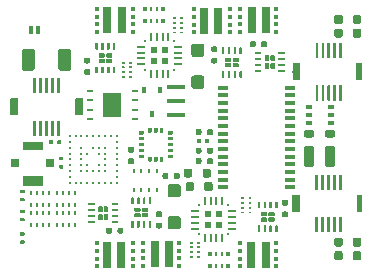
<source format=gbr>
G04 #@! TF.GenerationSoftware,KiCad,Pcbnew,(5.1.4)-1*
G04 #@! TF.CreationDate,2021-04-25T17:32:37+02:00*
G04 #@! TF.ProjectId,ultimateFC,756c7469-6d61-4746-9546-432e6b696361,rev?*
G04 #@! TF.SameCoordinates,Original*
G04 #@! TF.FileFunction,Paste,Top*
G04 #@! TF.FilePolarity,Positive*
%FSLAX46Y46*%
G04 Gerber Fmt 4.6, Leading zero omitted, Abs format (unit mm)*
G04 Created by KiCad (PCBNEW (5.1.4)-1) date 2021-04-25 17:32:37*
%MOMM*%
%LPD*%
G04 APERTURE LIST*
%ADD10R,0.320000X0.800000*%
%ADD11R,0.240000X0.400000*%
%ADD12C,0.250000*%
%ADD13C,0.640000*%
%ADD14C,0.440000*%
%ADD15C,0.240000*%
%ADD16C,1.060000*%
%ADD17C,0.318000*%
%ADD18C,0.216000*%
%ADD19R,0.520000X0.320000*%
%ADD20C,0.808000*%
%ADD21C,0.609600*%
%ADD22C,0.472000*%
%ADD23C,1.080000*%
%ADD24R,0.360000X0.360000*%
%ADD25R,0.720000X2.208000*%
%ADD26R,0.776000X2.208000*%
%ADD27C,0.160000*%
%ADD28C,0.360000*%
%ADD29C,0.200000*%
%ADD30R,0.540000X0.540000*%
%ADD31R,0.720000X0.240000*%
%ADD32R,0.240000X0.240000*%
%ADD33R,0.240000X0.720000*%
%ADD34R,0.800000X0.800000*%
%ADD35R,1.760000X0.840000*%
%ADD36R,1.760000X0.800000*%
%ADD37R,1.520000X0.320000*%
%ADD38C,0.280000*%
%ADD39R,1.600000X2.080000*%
%ADD40R,0.480000X0.240000*%
%ADD41R,0.880000X0.320000*%
%ADD42C,0.700000*%
%ADD43R,0.280000X0.400000*%
%ADD44R,0.320000X0.400000*%
%ADD45R,0.360000X0.560000*%
G04 APERTURE END LIST*
D10*
X169360000Y-62900000D03*
X169960000Y-62900000D03*
D11*
X170850000Y-78400000D03*
X169350000Y-78400000D03*
X169850000Y-79400000D03*
X169850000Y-78400000D03*
X170350000Y-79400000D03*
X170850000Y-79400000D03*
X169350000Y-79400000D03*
X170350000Y-78400000D03*
X173050000Y-76700000D03*
X171550000Y-76700000D03*
X172050000Y-77700000D03*
X172050000Y-76700000D03*
X172550000Y-77700000D03*
X173050000Y-77700000D03*
X171550000Y-77700000D03*
X172550000Y-76700000D03*
X170850000Y-76700000D03*
X169350000Y-76700000D03*
X169850000Y-77700000D03*
X169850000Y-76700000D03*
X170350000Y-77700000D03*
X170850000Y-77700000D03*
X169350000Y-77700000D03*
X170350000Y-76700000D03*
X173050000Y-78400000D03*
X171550000Y-78400000D03*
X172050000Y-79400000D03*
X172050000Y-78400000D03*
X172550000Y-79400000D03*
X173050000Y-79400000D03*
X171550000Y-79400000D03*
X172550000Y-78400000D03*
D12*
G36*
X192062273Y-65705308D02*
G01*
X192068486Y-65706230D01*
X192074578Y-65707756D01*
X192080492Y-65709872D01*
X192086169Y-65712557D01*
X192091556Y-65715786D01*
X192096601Y-65719527D01*
X192101255Y-65723745D01*
X192105473Y-65728399D01*
X192109214Y-65733444D01*
X192112443Y-65738831D01*
X192115128Y-65744508D01*
X192117244Y-65750422D01*
X192118770Y-65756514D01*
X192119692Y-65762727D01*
X192120000Y-65769000D01*
X192120000Y-67081000D01*
X192119692Y-67087273D01*
X192118770Y-67093486D01*
X192117244Y-67099578D01*
X192115128Y-67105492D01*
X192112443Y-67111169D01*
X192109214Y-67116556D01*
X192105473Y-67121601D01*
X192101255Y-67126255D01*
X192096601Y-67130473D01*
X192091556Y-67134214D01*
X192086169Y-67137443D01*
X192080492Y-67140128D01*
X192074578Y-67142244D01*
X192068486Y-67143770D01*
X192062273Y-67144692D01*
X192056000Y-67145000D01*
X191544000Y-67145000D01*
X191537727Y-67144692D01*
X191531514Y-67143770D01*
X191525422Y-67142244D01*
X191519508Y-67140128D01*
X191513831Y-67137443D01*
X191508444Y-67134214D01*
X191503399Y-67130473D01*
X191498745Y-67126255D01*
X191494527Y-67121601D01*
X191490786Y-67116556D01*
X191487557Y-67111169D01*
X191484872Y-67105492D01*
X191482756Y-67099578D01*
X191481230Y-67093486D01*
X191480308Y-67087273D01*
X191480000Y-67081000D01*
X191480000Y-65769000D01*
X191480308Y-65762727D01*
X191481230Y-65756514D01*
X191482756Y-65750422D01*
X191484872Y-65744508D01*
X191487557Y-65738831D01*
X191490786Y-65733444D01*
X191494527Y-65728399D01*
X191498745Y-65723745D01*
X191503399Y-65719527D01*
X191508444Y-65715786D01*
X191513831Y-65712557D01*
X191519508Y-65709872D01*
X191525422Y-65707756D01*
X191531514Y-65706230D01*
X191537727Y-65705308D01*
X191544000Y-65705000D01*
X192056000Y-65705000D01*
X192062273Y-65705308D01*
X192062273Y-65705308D01*
G37*
D13*
X191800000Y-66425000D03*
D12*
G36*
X197280313Y-65705212D02*
G01*
X197284584Y-65705845D01*
X197288773Y-65706895D01*
X197292838Y-65708349D01*
X197296741Y-65710195D01*
X197300445Y-65712415D01*
X197303913Y-65714988D01*
X197307113Y-65717887D01*
X197310012Y-65721087D01*
X197312585Y-65724555D01*
X197314805Y-65728259D01*
X197316651Y-65732162D01*
X197318105Y-65736227D01*
X197319155Y-65740416D01*
X197319788Y-65744687D01*
X197320000Y-65749000D01*
X197320000Y-67101000D01*
X197319788Y-67105313D01*
X197319155Y-67109584D01*
X197318105Y-67113773D01*
X197316651Y-67117838D01*
X197314805Y-67121741D01*
X197312585Y-67125445D01*
X197310012Y-67128913D01*
X197307113Y-67132113D01*
X197303913Y-67135012D01*
X197300445Y-67137585D01*
X197296741Y-67139805D01*
X197292838Y-67141651D01*
X197288773Y-67143105D01*
X197284584Y-67144155D01*
X197280313Y-67144788D01*
X197276000Y-67145000D01*
X196924000Y-67145000D01*
X196919687Y-67144788D01*
X196915416Y-67144155D01*
X196911227Y-67143105D01*
X196907162Y-67141651D01*
X196903259Y-67139805D01*
X196899555Y-67137585D01*
X196896087Y-67135012D01*
X196892887Y-67132113D01*
X196889988Y-67128913D01*
X196887415Y-67125445D01*
X196885195Y-67121741D01*
X196883349Y-67117838D01*
X196881895Y-67113773D01*
X196880845Y-67109584D01*
X196880212Y-67105313D01*
X196880000Y-67101000D01*
X196880000Y-65749000D01*
X196880212Y-65744687D01*
X196880845Y-65740416D01*
X196881895Y-65736227D01*
X196883349Y-65732162D01*
X196885195Y-65728259D01*
X196887415Y-65724555D01*
X196889988Y-65721087D01*
X196892887Y-65717887D01*
X196896087Y-65714988D01*
X196899555Y-65712415D01*
X196903259Y-65710195D01*
X196907162Y-65708349D01*
X196911227Y-65706895D01*
X196915416Y-65705845D01*
X196919687Y-65705212D01*
X196924000Y-65705000D01*
X197276000Y-65705000D01*
X197280313Y-65705212D01*
X197280313Y-65705212D01*
G37*
D14*
X197100000Y-66425000D03*
D12*
G36*
X195648352Y-67585116D02*
G01*
X195650682Y-67585461D01*
X195652967Y-67586033D01*
X195655184Y-67586827D01*
X195657314Y-67587834D01*
X195659334Y-67589045D01*
X195661225Y-67590448D01*
X195662971Y-67592029D01*
X195664552Y-67593775D01*
X195665955Y-67595666D01*
X195667166Y-67597686D01*
X195668173Y-67599816D01*
X195668967Y-67602033D01*
X195669539Y-67604318D01*
X195669884Y-67606648D01*
X195670000Y-67609000D01*
X195670000Y-68841000D01*
X195669884Y-68843352D01*
X195669539Y-68845682D01*
X195668967Y-68847967D01*
X195668173Y-68850184D01*
X195667166Y-68852314D01*
X195665955Y-68854334D01*
X195664552Y-68856225D01*
X195662971Y-68857971D01*
X195661225Y-68859552D01*
X195659334Y-68860955D01*
X195657314Y-68862166D01*
X195655184Y-68863173D01*
X195652967Y-68863967D01*
X195650682Y-68864539D01*
X195648352Y-68864884D01*
X195646000Y-68865000D01*
X195454000Y-68865000D01*
X195451648Y-68864884D01*
X195449318Y-68864539D01*
X195447033Y-68863967D01*
X195444816Y-68863173D01*
X195442686Y-68862166D01*
X195440666Y-68860955D01*
X195438775Y-68859552D01*
X195437029Y-68857971D01*
X195435448Y-68856225D01*
X195434045Y-68854334D01*
X195432834Y-68852314D01*
X195431827Y-68850184D01*
X195431033Y-68847967D01*
X195430461Y-68845682D01*
X195430116Y-68843352D01*
X195430000Y-68841000D01*
X195430000Y-67609000D01*
X195430116Y-67606648D01*
X195430461Y-67604318D01*
X195431033Y-67602033D01*
X195431827Y-67599816D01*
X195432834Y-67597686D01*
X195434045Y-67595666D01*
X195435448Y-67593775D01*
X195437029Y-67592029D01*
X195438775Y-67590448D01*
X195440666Y-67589045D01*
X195442686Y-67587834D01*
X195444816Y-67586827D01*
X195447033Y-67586033D01*
X195449318Y-67585461D01*
X195451648Y-67585116D01*
X195454000Y-67585000D01*
X195646000Y-67585000D01*
X195648352Y-67585116D01*
X195648352Y-67585116D01*
G37*
D15*
X195550000Y-68225000D03*
D12*
G36*
X195148352Y-67585116D02*
G01*
X195150682Y-67585461D01*
X195152967Y-67586033D01*
X195155184Y-67586827D01*
X195157314Y-67587834D01*
X195159334Y-67589045D01*
X195161225Y-67590448D01*
X195162971Y-67592029D01*
X195164552Y-67593775D01*
X195165955Y-67595666D01*
X195167166Y-67597686D01*
X195168173Y-67599816D01*
X195168967Y-67602033D01*
X195169539Y-67604318D01*
X195169884Y-67606648D01*
X195170000Y-67609000D01*
X195170000Y-68841000D01*
X195169884Y-68843352D01*
X195169539Y-68845682D01*
X195168967Y-68847967D01*
X195168173Y-68850184D01*
X195167166Y-68852314D01*
X195165955Y-68854334D01*
X195164552Y-68856225D01*
X195162971Y-68857971D01*
X195161225Y-68859552D01*
X195159334Y-68860955D01*
X195157314Y-68862166D01*
X195155184Y-68863173D01*
X195152967Y-68863967D01*
X195150682Y-68864539D01*
X195148352Y-68864884D01*
X195146000Y-68865000D01*
X194954000Y-68865000D01*
X194951648Y-68864884D01*
X194949318Y-68864539D01*
X194947033Y-68863967D01*
X194944816Y-68863173D01*
X194942686Y-68862166D01*
X194940666Y-68860955D01*
X194938775Y-68859552D01*
X194937029Y-68857971D01*
X194935448Y-68856225D01*
X194934045Y-68854334D01*
X194932834Y-68852314D01*
X194931827Y-68850184D01*
X194931033Y-68847967D01*
X194930461Y-68845682D01*
X194930116Y-68843352D01*
X194930000Y-68841000D01*
X194930000Y-67609000D01*
X194930116Y-67606648D01*
X194930461Y-67604318D01*
X194931033Y-67602033D01*
X194931827Y-67599816D01*
X194932834Y-67597686D01*
X194934045Y-67595666D01*
X194935448Y-67593775D01*
X194937029Y-67592029D01*
X194938775Y-67590448D01*
X194940666Y-67589045D01*
X194942686Y-67587834D01*
X194944816Y-67586827D01*
X194947033Y-67586033D01*
X194949318Y-67585461D01*
X194951648Y-67585116D01*
X194954000Y-67585000D01*
X195146000Y-67585000D01*
X195148352Y-67585116D01*
X195148352Y-67585116D01*
G37*
D15*
X195050000Y-68225000D03*
D12*
G36*
X194648352Y-67585116D02*
G01*
X194650682Y-67585461D01*
X194652967Y-67586033D01*
X194655184Y-67586827D01*
X194657314Y-67587834D01*
X194659334Y-67589045D01*
X194661225Y-67590448D01*
X194662971Y-67592029D01*
X194664552Y-67593775D01*
X194665955Y-67595666D01*
X194667166Y-67597686D01*
X194668173Y-67599816D01*
X194668967Y-67602033D01*
X194669539Y-67604318D01*
X194669884Y-67606648D01*
X194670000Y-67609000D01*
X194670000Y-68841000D01*
X194669884Y-68843352D01*
X194669539Y-68845682D01*
X194668967Y-68847967D01*
X194668173Y-68850184D01*
X194667166Y-68852314D01*
X194665955Y-68854334D01*
X194664552Y-68856225D01*
X194662971Y-68857971D01*
X194661225Y-68859552D01*
X194659334Y-68860955D01*
X194657314Y-68862166D01*
X194655184Y-68863173D01*
X194652967Y-68863967D01*
X194650682Y-68864539D01*
X194648352Y-68864884D01*
X194646000Y-68865000D01*
X194454000Y-68865000D01*
X194451648Y-68864884D01*
X194449318Y-68864539D01*
X194447033Y-68863967D01*
X194444816Y-68863173D01*
X194442686Y-68862166D01*
X194440666Y-68860955D01*
X194438775Y-68859552D01*
X194437029Y-68857971D01*
X194435448Y-68856225D01*
X194434045Y-68854334D01*
X194432834Y-68852314D01*
X194431827Y-68850184D01*
X194431033Y-68847967D01*
X194430461Y-68845682D01*
X194430116Y-68843352D01*
X194430000Y-68841000D01*
X194430000Y-67609000D01*
X194430116Y-67606648D01*
X194430461Y-67604318D01*
X194431033Y-67602033D01*
X194431827Y-67599816D01*
X194432834Y-67597686D01*
X194434045Y-67595666D01*
X194435448Y-67593775D01*
X194437029Y-67592029D01*
X194438775Y-67590448D01*
X194440666Y-67589045D01*
X194442686Y-67587834D01*
X194444816Y-67586827D01*
X194447033Y-67586033D01*
X194449318Y-67585461D01*
X194451648Y-67585116D01*
X194454000Y-67585000D01*
X194646000Y-67585000D01*
X194648352Y-67585116D01*
X194648352Y-67585116D01*
G37*
D15*
X194550000Y-68225000D03*
D12*
G36*
X194148352Y-67585116D02*
G01*
X194150682Y-67585461D01*
X194152967Y-67586033D01*
X194155184Y-67586827D01*
X194157314Y-67587834D01*
X194159334Y-67589045D01*
X194161225Y-67590448D01*
X194162971Y-67592029D01*
X194164552Y-67593775D01*
X194165955Y-67595666D01*
X194167166Y-67597686D01*
X194168173Y-67599816D01*
X194168967Y-67602033D01*
X194169539Y-67604318D01*
X194169884Y-67606648D01*
X194170000Y-67609000D01*
X194170000Y-68841000D01*
X194169884Y-68843352D01*
X194169539Y-68845682D01*
X194168967Y-68847967D01*
X194168173Y-68850184D01*
X194167166Y-68852314D01*
X194165955Y-68854334D01*
X194164552Y-68856225D01*
X194162971Y-68857971D01*
X194161225Y-68859552D01*
X194159334Y-68860955D01*
X194157314Y-68862166D01*
X194155184Y-68863173D01*
X194152967Y-68863967D01*
X194150682Y-68864539D01*
X194148352Y-68864884D01*
X194146000Y-68865000D01*
X193954000Y-68865000D01*
X193951648Y-68864884D01*
X193949318Y-68864539D01*
X193947033Y-68863967D01*
X193944816Y-68863173D01*
X193942686Y-68862166D01*
X193940666Y-68860955D01*
X193938775Y-68859552D01*
X193937029Y-68857971D01*
X193935448Y-68856225D01*
X193934045Y-68854334D01*
X193932834Y-68852314D01*
X193931827Y-68850184D01*
X193931033Y-68847967D01*
X193930461Y-68845682D01*
X193930116Y-68843352D01*
X193930000Y-68841000D01*
X193930000Y-67609000D01*
X193930116Y-67606648D01*
X193930461Y-67604318D01*
X193931033Y-67602033D01*
X193931827Y-67599816D01*
X193932834Y-67597686D01*
X193934045Y-67595666D01*
X193935448Y-67593775D01*
X193937029Y-67592029D01*
X193938775Y-67590448D01*
X193940666Y-67589045D01*
X193942686Y-67587834D01*
X193944816Y-67586827D01*
X193947033Y-67586033D01*
X193949318Y-67585461D01*
X193951648Y-67585116D01*
X193954000Y-67585000D01*
X194146000Y-67585000D01*
X194148352Y-67585116D01*
X194148352Y-67585116D01*
G37*
D15*
X194050000Y-68225000D03*
D12*
G36*
X193648352Y-67585116D02*
G01*
X193650682Y-67585461D01*
X193652967Y-67586033D01*
X193655184Y-67586827D01*
X193657314Y-67587834D01*
X193659334Y-67589045D01*
X193661225Y-67590448D01*
X193662971Y-67592029D01*
X193664552Y-67593775D01*
X193665955Y-67595666D01*
X193667166Y-67597686D01*
X193668173Y-67599816D01*
X193668967Y-67602033D01*
X193669539Y-67604318D01*
X193669884Y-67606648D01*
X193670000Y-67609000D01*
X193670000Y-68841000D01*
X193669884Y-68843352D01*
X193669539Y-68845682D01*
X193668967Y-68847967D01*
X193668173Y-68850184D01*
X193667166Y-68852314D01*
X193665955Y-68854334D01*
X193664552Y-68856225D01*
X193662971Y-68857971D01*
X193661225Y-68859552D01*
X193659334Y-68860955D01*
X193657314Y-68862166D01*
X193655184Y-68863173D01*
X193652967Y-68863967D01*
X193650682Y-68864539D01*
X193648352Y-68864884D01*
X193646000Y-68865000D01*
X193454000Y-68865000D01*
X193451648Y-68864884D01*
X193449318Y-68864539D01*
X193447033Y-68863967D01*
X193444816Y-68863173D01*
X193442686Y-68862166D01*
X193440666Y-68860955D01*
X193438775Y-68859552D01*
X193437029Y-68857971D01*
X193435448Y-68856225D01*
X193434045Y-68854334D01*
X193432834Y-68852314D01*
X193431827Y-68850184D01*
X193431033Y-68847967D01*
X193430461Y-68845682D01*
X193430116Y-68843352D01*
X193430000Y-68841000D01*
X193430000Y-67609000D01*
X193430116Y-67606648D01*
X193430461Y-67604318D01*
X193431033Y-67602033D01*
X193431827Y-67599816D01*
X193432834Y-67597686D01*
X193434045Y-67595666D01*
X193435448Y-67593775D01*
X193437029Y-67592029D01*
X193438775Y-67590448D01*
X193440666Y-67589045D01*
X193442686Y-67587834D01*
X193444816Y-67586827D01*
X193447033Y-67586033D01*
X193449318Y-67585461D01*
X193451648Y-67585116D01*
X193454000Y-67585000D01*
X193646000Y-67585000D01*
X193648352Y-67585116D01*
X193648352Y-67585116D01*
G37*
D15*
X193550000Y-68225000D03*
D12*
G36*
X193648352Y-63985116D02*
G01*
X193650682Y-63985461D01*
X193652967Y-63986033D01*
X193655184Y-63986827D01*
X193657314Y-63987834D01*
X193659334Y-63989045D01*
X193661225Y-63990448D01*
X193662971Y-63992029D01*
X193664552Y-63993775D01*
X193665955Y-63995666D01*
X193667166Y-63997686D01*
X193668173Y-63999816D01*
X193668967Y-64002033D01*
X193669539Y-64004318D01*
X193669884Y-64006648D01*
X193670000Y-64009000D01*
X193670000Y-65241000D01*
X193669884Y-65243352D01*
X193669539Y-65245682D01*
X193668967Y-65247967D01*
X193668173Y-65250184D01*
X193667166Y-65252314D01*
X193665955Y-65254334D01*
X193664552Y-65256225D01*
X193662971Y-65257971D01*
X193661225Y-65259552D01*
X193659334Y-65260955D01*
X193657314Y-65262166D01*
X193655184Y-65263173D01*
X193652967Y-65263967D01*
X193650682Y-65264539D01*
X193648352Y-65264884D01*
X193646000Y-65265000D01*
X193454000Y-65265000D01*
X193451648Y-65264884D01*
X193449318Y-65264539D01*
X193447033Y-65263967D01*
X193444816Y-65263173D01*
X193442686Y-65262166D01*
X193440666Y-65260955D01*
X193438775Y-65259552D01*
X193437029Y-65257971D01*
X193435448Y-65256225D01*
X193434045Y-65254334D01*
X193432834Y-65252314D01*
X193431827Y-65250184D01*
X193431033Y-65247967D01*
X193430461Y-65245682D01*
X193430116Y-65243352D01*
X193430000Y-65241000D01*
X193430000Y-64009000D01*
X193430116Y-64006648D01*
X193430461Y-64004318D01*
X193431033Y-64002033D01*
X193431827Y-63999816D01*
X193432834Y-63997686D01*
X193434045Y-63995666D01*
X193435448Y-63993775D01*
X193437029Y-63992029D01*
X193438775Y-63990448D01*
X193440666Y-63989045D01*
X193442686Y-63987834D01*
X193444816Y-63986827D01*
X193447033Y-63986033D01*
X193449318Y-63985461D01*
X193451648Y-63985116D01*
X193454000Y-63985000D01*
X193646000Y-63985000D01*
X193648352Y-63985116D01*
X193648352Y-63985116D01*
G37*
D15*
X193550000Y-64625000D03*
D12*
G36*
X194148352Y-63985116D02*
G01*
X194150682Y-63985461D01*
X194152967Y-63986033D01*
X194155184Y-63986827D01*
X194157314Y-63987834D01*
X194159334Y-63989045D01*
X194161225Y-63990448D01*
X194162971Y-63992029D01*
X194164552Y-63993775D01*
X194165955Y-63995666D01*
X194167166Y-63997686D01*
X194168173Y-63999816D01*
X194168967Y-64002033D01*
X194169539Y-64004318D01*
X194169884Y-64006648D01*
X194170000Y-64009000D01*
X194170000Y-65241000D01*
X194169884Y-65243352D01*
X194169539Y-65245682D01*
X194168967Y-65247967D01*
X194168173Y-65250184D01*
X194167166Y-65252314D01*
X194165955Y-65254334D01*
X194164552Y-65256225D01*
X194162971Y-65257971D01*
X194161225Y-65259552D01*
X194159334Y-65260955D01*
X194157314Y-65262166D01*
X194155184Y-65263173D01*
X194152967Y-65263967D01*
X194150682Y-65264539D01*
X194148352Y-65264884D01*
X194146000Y-65265000D01*
X193954000Y-65265000D01*
X193951648Y-65264884D01*
X193949318Y-65264539D01*
X193947033Y-65263967D01*
X193944816Y-65263173D01*
X193942686Y-65262166D01*
X193940666Y-65260955D01*
X193938775Y-65259552D01*
X193937029Y-65257971D01*
X193935448Y-65256225D01*
X193934045Y-65254334D01*
X193932834Y-65252314D01*
X193931827Y-65250184D01*
X193931033Y-65247967D01*
X193930461Y-65245682D01*
X193930116Y-65243352D01*
X193930000Y-65241000D01*
X193930000Y-64009000D01*
X193930116Y-64006648D01*
X193930461Y-64004318D01*
X193931033Y-64002033D01*
X193931827Y-63999816D01*
X193932834Y-63997686D01*
X193934045Y-63995666D01*
X193935448Y-63993775D01*
X193937029Y-63992029D01*
X193938775Y-63990448D01*
X193940666Y-63989045D01*
X193942686Y-63987834D01*
X193944816Y-63986827D01*
X193947033Y-63986033D01*
X193949318Y-63985461D01*
X193951648Y-63985116D01*
X193954000Y-63985000D01*
X194146000Y-63985000D01*
X194148352Y-63985116D01*
X194148352Y-63985116D01*
G37*
D15*
X194050000Y-64625000D03*
D12*
G36*
X194648352Y-63985116D02*
G01*
X194650682Y-63985461D01*
X194652967Y-63986033D01*
X194655184Y-63986827D01*
X194657314Y-63987834D01*
X194659334Y-63989045D01*
X194661225Y-63990448D01*
X194662971Y-63992029D01*
X194664552Y-63993775D01*
X194665955Y-63995666D01*
X194667166Y-63997686D01*
X194668173Y-63999816D01*
X194668967Y-64002033D01*
X194669539Y-64004318D01*
X194669884Y-64006648D01*
X194670000Y-64009000D01*
X194670000Y-65241000D01*
X194669884Y-65243352D01*
X194669539Y-65245682D01*
X194668967Y-65247967D01*
X194668173Y-65250184D01*
X194667166Y-65252314D01*
X194665955Y-65254334D01*
X194664552Y-65256225D01*
X194662971Y-65257971D01*
X194661225Y-65259552D01*
X194659334Y-65260955D01*
X194657314Y-65262166D01*
X194655184Y-65263173D01*
X194652967Y-65263967D01*
X194650682Y-65264539D01*
X194648352Y-65264884D01*
X194646000Y-65265000D01*
X194454000Y-65265000D01*
X194451648Y-65264884D01*
X194449318Y-65264539D01*
X194447033Y-65263967D01*
X194444816Y-65263173D01*
X194442686Y-65262166D01*
X194440666Y-65260955D01*
X194438775Y-65259552D01*
X194437029Y-65257971D01*
X194435448Y-65256225D01*
X194434045Y-65254334D01*
X194432834Y-65252314D01*
X194431827Y-65250184D01*
X194431033Y-65247967D01*
X194430461Y-65245682D01*
X194430116Y-65243352D01*
X194430000Y-65241000D01*
X194430000Y-64009000D01*
X194430116Y-64006648D01*
X194430461Y-64004318D01*
X194431033Y-64002033D01*
X194431827Y-63999816D01*
X194432834Y-63997686D01*
X194434045Y-63995666D01*
X194435448Y-63993775D01*
X194437029Y-63992029D01*
X194438775Y-63990448D01*
X194440666Y-63989045D01*
X194442686Y-63987834D01*
X194444816Y-63986827D01*
X194447033Y-63986033D01*
X194449318Y-63985461D01*
X194451648Y-63985116D01*
X194454000Y-63985000D01*
X194646000Y-63985000D01*
X194648352Y-63985116D01*
X194648352Y-63985116D01*
G37*
D15*
X194550000Y-64625000D03*
D12*
G36*
X195148352Y-63985116D02*
G01*
X195150682Y-63985461D01*
X195152967Y-63986033D01*
X195155184Y-63986827D01*
X195157314Y-63987834D01*
X195159334Y-63989045D01*
X195161225Y-63990448D01*
X195162971Y-63992029D01*
X195164552Y-63993775D01*
X195165955Y-63995666D01*
X195167166Y-63997686D01*
X195168173Y-63999816D01*
X195168967Y-64002033D01*
X195169539Y-64004318D01*
X195169884Y-64006648D01*
X195170000Y-64009000D01*
X195170000Y-65241000D01*
X195169884Y-65243352D01*
X195169539Y-65245682D01*
X195168967Y-65247967D01*
X195168173Y-65250184D01*
X195167166Y-65252314D01*
X195165955Y-65254334D01*
X195164552Y-65256225D01*
X195162971Y-65257971D01*
X195161225Y-65259552D01*
X195159334Y-65260955D01*
X195157314Y-65262166D01*
X195155184Y-65263173D01*
X195152967Y-65263967D01*
X195150682Y-65264539D01*
X195148352Y-65264884D01*
X195146000Y-65265000D01*
X194954000Y-65265000D01*
X194951648Y-65264884D01*
X194949318Y-65264539D01*
X194947033Y-65263967D01*
X194944816Y-65263173D01*
X194942686Y-65262166D01*
X194940666Y-65260955D01*
X194938775Y-65259552D01*
X194937029Y-65257971D01*
X194935448Y-65256225D01*
X194934045Y-65254334D01*
X194932834Y-65252314D01*
X194931827Y-65250184D01*
X194931033Y-65247967D01*
X194930461Y-65245682D01*
X194930116Y-65243352D01*
X194930000Y-65241000D01*
X194930000Y-64009000D01*
X194930116Y-64006648D01*
X194930461Y-64004318D01*
X194931033Y-64002033D01*
X194931827Y-63999816D01*
X194932834Y-63997686D01*
X194934045Y-63995666D01*
X194935448Y-63993775D01*
X194937029Y-63992029D01*
X194938775Y-63990448D01*
X194940666Y-63989045D01*
X194942686Y-63987834D01*
X194944816Y-63986827D01*
X194947033Y-63986033D01*
X194949318Y-63985461D01*
X194951648Y-63985116D01*
X194954000Y-63985000D01*
X195146000Y-63985000D01*
X195148352Y-63985116D01*
X195148352Y-63985116D01*
G37*
D15*
X195050000Y-64625000D03*
D12*
G36*
X195648352Y-63985116D02*
G01*
X195650682Y-63985461D01*
X195652967Y-63986033D01*
X195655184Y-63986827D01*
X195657314Y-63987834D01*
X195659334Y-63989045D01*
X195661225Y-63990448D01*
X195662971Y-63992029D01*
X195664552Y-63993775D01*
X195665955Y-63995666D01*
X195667166Y-63997686D01*
X195668173Y-63999816D01*
X195668967Y-64002033D01*
X195669539Y-64004318D01*
X195669884Y-64006648D01*
X195670000Y-64009000D01*
X195670000Y-65241000D01*
X195669884Y-65243352D01*
X195669539Y-65245682D01*
X195668967Y-65247967D01*
X195668173Y-65250184D01*
X195667166Y-65252314D01*
X195665955Y-65254334D01*
X195664552Y-65256225D01*
X195662971Y-65257971D01*
X195661225Y-65259552D01*
X195659334Y-65260955D01*
X195657314Y-65262166D01*
X195655184Y-65263173D01*
X195652967Y-65263967D01*
X195650682Y-65264539D01*
X195648352Y-65264884D01*
X195646000Y-65265000D01*
X195454000Y-65265000D01*
X195451648Y-65264884D01*
X195449318Y-65264539D01*
X195447033Y-65263967D01*
X195444816Y-65263173D01*
X195442686Y-65262166D01*
X195440666Y-65260955D01*
X195438775Y-65259552D01*
X195437029Y-65257971D01*
X195435448Y-65256225D01*
X195434045Y-65254334D01*
X195432834Y-65252314D01*
X195431827Y-65250184D01*
X195431033Y-65247967D01*
X195430461Y-65245682D01*
X195430116Y-65243352D01*
X195430000Y-65241000D01*
X195430000Y-64009000D01*
X195430116Y-64006648D01*
X195430461Y-64004318D01*
X195431033Y-64002033D01*
X195431827Y-63999816D01*
X195432834Y-63997686D01*
X195434045Y-63995666D01*
X195435448Y-63993775D01*
X195437029Y-63992029D01*
X195438775Y-63990448D01*
X195440666Y-63989045D01*
X195442686Y-63987834D01*
X195444816Y-63986827D01*
X195447033Y-63986033D01*
X195449318Y-63985461D01*
X195451648Y-63985116D01*
X195454000Y-63985000D01*
X195646000Y-63985000D01*
X195648352Y-63985116D01*
X195648352Y-63985116D01*
G37*
D15*
X195550000Y-64625000D03*
D12*
G36*
X193608352Y-78730116D02*
G01*
X193610682Y-78730461D01*
X193612967Y-78731033D01*
X193615184Y-78731827D01*
X193617314Y-78732834D01*
X193619334Y-78734045D01*
X193621225Y-78735448D01*
X193622971Y-78737029D01*
X193624552Y-78738775D01*
X193625955Y-78740666D01*
X193627166Y-78742686D01*
X193628173Y-78744816D01*
X193628967Y-78747033D01*
X193629539Y-78749318D01*
X193629884Y-78751648D01*
X193630000Y-78754000D01*
X193630000Y-79986000D01*
X193629884Y-79988352D01*
X193629539Y-79990682D01*
X193628967Y-79992967D01*
X193628173Y-79995184D01*
X193627166Y-79997314D01*
X193625955Y-79999334D01*
X193624552Y-80001225D01*
X193622971Y-80002971D01*
X193621225Y-80004552D01*
X193619334Y-80005955D01*
X193617314Y-80007166D01*
X193615184Y-80008173D01*
X193612967Y-80008967D01*
X193610682Y-80009539D01*
X193608352Y-80009884D01*
X193606000Y-80010000D01*
X193414000Y-80010000D01*
X193411648Y-80009884D01*
X193409318Y-80009539D01*
X193407033Y-80008967D01*
X193404816Y-80008173D01*
X193402686Y-80007166D01*
X193400666Y-80005955D01*
X193398775Y-80004552D01*
X193397029Y-80002971D01*
X193395448Y-80001225D01*
X193394045Y-79999334D01*
X193392834Y-79997314D01*
X193391827Y-79995184D01*
X193391033Y-79992967D01*
X193390461Y-79990682D01*
X193390116Y-79988352D01*
X193390000Y-79986000D01*
X193390000Y-78754000D01*
X193390116Y-78751648D01*
X193390461Y-78749318D01*
X193391033Y-78747033D01*
X193391827Y-78744816D01*
X193392834Y-78742686D01*
X193394045Y-78740666D01*
X193395448Y-78738775D01*
X193397029Y-78737029D01*
X193398775Y-78735448D01*
X193400666Y-78734045D01*
X193402686Y-78732834D01*
X193404816Y-78731827D01*
X193407033Y-78731033D01*
X193409318Y-78730461D01*
X193411648Y-78730116D01*
X193414000Y-78730000D01*
X193606000Y-78730000D01*
X193608352Y-78730116D01*
X193608352Y-78730116D01*
G37*
D15*
X193510000Y-79370000D03*
D12*
G36*
X194108352Y-78730116D02*
G01*
X194110682Y-78730461D01*
X194112967Y-78731033D01*
X194115184Y-78731827D01*
X194117314Y-78732834D01*
X194119334Y-78734045D01*
X194121225Y-78735448D01*
X194122971Y-78737029D01*
X194124552Y-78738775D01*
X194125955Y-78740666D01*
X194127166Y-78742686D01*
X194128173Y-78744816D01*
X194128967Y-78747033D01*
X194129539Y-78749318D01*
X194129884Y-78751648D01*
X194130000Y-78754000D01*
X194130000Y-79986000D01*
X194129884Y-79988352D01*
X194129539Y-79990682D01*
X194128967Y-79992967D01*
X194128173Y-79995184D01*
X194127166Y-79997314D01*
X194125955Y-79999334D01*
X194124552Y-80001225D01*
X194122971Y-80002971D01*
X194121225Y-80004552D01*
X194119334Y-80005955D01*
X194117314Y-80007166D01*
X194115184Y-80008173D01*
X194112967Y-80008967D01*
X194110682Y-80009539D01*
X194108352Y-80009884D01*
X194106000Y-80010000D01*
X193914000Y-80010000D01*
X193911648Y-80009884D01*
X193909318Y-80009539D01*
X193907033Y-80008967D01*
X193904816Y-80008173D01*
X193902686Y-80007166D01*
X193900666Y-80005955D01*
X193898775Y-80004552D01*
X193897029Y-80002971D01*
X193895448Y-80001225D01*
X193894045Y-79999334D01*
X193892834Y-79997314D01*
X193891827Y-79995184D01*
X193891033Y-79992967D01*
X193890461Y-79990682D01*
X193890116Y-79988352D01*
X193890000Y-79986000D01*
X193890000Y-78754000D01*
X193890116Y-78751648D01*
X193890461Y-78749318D01*
X193891033Y-78747033D01*
X193891827Y-78744816D01*
X193892834Y-78742686D01*
X193894045Y-78740666D01*
X193895448Y-78738775D01*
X193897029Y-78737029D01*
X193898775Y-78735448D01*
X193900666Y-78734045D01*
X193902686Y-78732834D01*
X193904816Y-78731827D01*
X193907033Y-78731033D01*
X193909318Y-78730461D01*
X193911648Y-78730116D01*
X193914000Y-78730000D01*
X194106000Y-78730000D01*
X194108352Y-78730116D01*
X194108352Y-78730116D01*
G37*
D15*
X194010000Y-79370000D03*
D12*
G36*
X194608352Y-78730116D02*
G01*
X194610682Y-78730461D01*
X194612967Y-78731033D01*
X194615184Y-78731827D01*
X194617314Y-78732834D01*
X194619334Y-78734045D01*
X194621225Y-78735448D01*
X194622971Y-78737029D01*
X194624552Y-78738775D01*
X194625955Y-78740666D01*
X194627166Y-78742686D01*
X194628173Y-78744816D01*
X194628967Y-78747033D01*
X194629539Y-78749318D01*
X194629884Y-78751648D01*
X194630000Y-78754000D01*
X194630000Y-79986000D01*
X194629884Y-79988352D01*
X194629539Y-79990682D01*
X194628967Y-79992967D01*
X194628173Y-79995184D01*
X194627166Y-79997314D01*
X194625955Y-79999334D01*
X194624552Y-80001225D01*
X194622971Y-80002971D01*
X194621225Y-80004552D01*
X194619334Y-80005955D01*
X194617314Y-80007166D01*
X194615184Y-80008173D01*
X194612967Y-80008967D01*
X194610682Y-80009539D01*
X194608352Y-80009884D01*
X194606000Y-80010000D01*
X194414000Y-80010000D01*
X194411648Y-80009884D01*
X194409318Y-80009539D01*
X194407033Y-80008967D01*
X194404816Y-80008173D01*
X194402686Y-80007166D01*
X194400666Y-80005955D01*
X194398775Y-80004552D01*
X194397029Y-80002971D01*
X194395448Y-80001225D01*
X194394045Y-79999334D01*
X194392834Y-79997314D01*
X194391827Y-79995184D01*
X194391033Y-79992967D01*
X194390461Y-79990682D01*
X194390116Y-79988352D01*
X194390000Y-79986000D01*
X194390000Y-78754000D01*
X194390116Y-78751648D01*
X194390461Y-78749318D01*
X194391033Y-78747033D01*
X194391827Y-78744816D01*
X194392834Y-78742686D01*
X194394045Y-78740666D01*
X194395448Y-78738775D01*
X194397029Y-78737029D01*
X194398775Y-78735448D01*
X194400666Y-78734045D01*
X194402686Y-78732834D01*
X194404816Y-78731827D01*
X194407033Y-78731033D01*
X194409318Y-78730461D01*
X194411648Y-78730116D01*
X194414000Y-78730000D01*
X194606000Y-78730000D01*
X194608352Y-78730116D01*
X194608352Y-78730116D01*
G37*
D15*
X194510000Y-79370000D03*
D12*
G36*
X195108352Y-78730116D02*
G01*
X195110682Y-78730461D01*
X195112967Y-78731033D01*
X195115184Y-78731827D01*
X195117314Y-78732834D01*
X195119334Y-78734045D01*
X195121225Y-78735448D01*
X195122971Y-78737029D01*
X195124552Y-78738775D01*
X195125955Y-78740666D01*
X195127166Y-78742686D01*
X195128173Y-78744816D01*
X195128967Y-78747033D01*
X195129539Y-78749318D01*
X195129884Y-78751648D01*
X195130000Y-78754000D01*
X195130000Y-79986000D01*
X195129884Y-79988352D01*
X195129539Y-79990682D01*
X195128967Y-79992967D01*
X195128173Y-79995184D01*
X195127166Y-79997314D01*
X195125955Y-79999334D01*
X195124552Y-80001225D01*
X195122971Y-80002971D01*
X195121225Y-80004552D01*
X195119334Y-80005955D01*
X195117314Y-80007166D01*
X195115184Y-80008173D01*
X195112967Y-80008967D01*
X195110682Y-80009539D01*
X195108352Y-80009884D01*
X195106000Y-80010000D01*
X194914000Y-80010000D01*
X194911648Y-80009884D01*
X194909318Y-80009539D01*
X194907033Y-80008967D01*
X194904816Y-80008173D01*
X194902686Y-80007166D01*
X194900666Y-80005955D01*
X194898775Y-80004552D01*
X194897029Y-80002971D01*
X194895448Y-80001225D01*
X194894045Y-79999334D01*
X194892834Y-79997314D01*
X194891827Y-79995184D01*
X194891033Y-79992967D01*
X194890461Y-79990682D01*
X194890116Y-79988352D01*
X194890000Y-79986000D01*
X194890000Y-78754000D01*
X194890116Y-78751648D01*
X194890461Y-78749318D01*
X194891033Y-78747033D01*
X194891827Y-78744816D01*
X194892834Y-78742686D01*
X194894045Y-78740666D01*
X194895448Y-78738775D01*
X194897029Y-78737029D01*
X194898775Y-78735448D01*
X194900666Y-78734045D01*
X194902686Y-78732834D01*
X194904816Y-78731827D01*
X194907033Y-78731033D01*
X194909318Y-78730461D01*
X194911648Y-78730116D01*
X194914000Y-78730000D01*
X195106000Y-78730000D01*
X195108352Y-78730116D01*
X195108352Y-78730116D01*
G37*
D15*
X195010000Y-79370000D03*
D12*
G36*
X195608352Y-78730116D02*
G01*
X195610682Y-78730461D01*
X195612967Y-78731033D01*
X195615184Y-78731827D01*
X195617314Y-78732834D01*
X195619334Y-78734045D01*
X195621225Y-78735448D01*
X195622971Y-78737029D01*
X195624552Y-78738775D01*
X195625955Y-78740666D01*
X195627166Y-78742686D01*
X195628173Y-78744816D01*
X195628967Y-78747033D01*
X195629539Y-78749318D01*
X195629884Y-78751648D01*
X195630000Y-78754000D01*
X195630000Y-79986000D01*
X195629884Y-79988352D01*
X195629539Y-79990682D01*
X195628967Y-79992967D01*
X195628173Y-79995184D01*
X195627166Y-79997314D01*
X195625955Y-79999334D01*
X195624552Y-80001225D01*
X195622971Y-80002971D01*
X195621225Y-80004552D01*
X195619334Y-80005955D01*
X195617314Y-80007166D01*
X195615184Y-80008173D01*
X195612967Y-80008967D01*
X195610682Y-80009539D01*
X195608352Y-80009884D01*
X195606000Y-80010000D01*
X195414000Y-80010000D01*
X195411648Y-80009884D01*
X195409318Y-80009539D01*
X195407033Y-80008967D01*
X195404816Y-80008173D01*
X195402686Y-80007166D01*
X195400666Y-80005955D01*
X195398775Y-80004552D01*
X195397029Y-80002971D01*
X195395448Y-80001225D01*
X195394045Y-79999334D01*
X195392834Y-79997314D01*
X195391827Y-79995184D01*
X195391033Y-79992967D01*
X195390461Y-79990682D01*
X195390116Y-79988352D01*
X195390000Y-79986000D01*
X195390000Y-78754000D01*
X195390116Y-78751648D01*
X195390461Y-78749318D01*
X195391033Y-78747033D01*
X195391827Y-78744816D01*
X195392834Y-78742686D01*
X195394045Y-78740666D01*
X195395448Y-78738775D01*
X195397029Y-78737029D01*
X195398775Y-78735448D01*
X195400666Y-78734045D01*
X195402686Y-78732834D01*
X195404816Y-78731827D01*
X195407033Y-78731033D01*
X195409318Y-78730461D01*
X195411648Y-78730116D01*
X195414000Y-78730000D01*
X195606000Y-78730000D01*
X195608352Y-78730116D01*
X195608352Y-78730116D01*
G37*
D15*
X195510000Y-79370000D03*
D12*
G36*
X195608352Y-75130116D02*
G01*
X195610682Y-75130461D01*
X195612967Y-75131033D01*
X195615184Y-75131827D01*
X195617314Y-75132834D01*
X195619334Y-75134045D01*
X195621225Y-75135448D01*
X195622971Y-75137029D01*
X195624552Y-75138775D01*
X195625955Y-75140666D01*
X195627166Y-75142686D01*
X195628173Y-75144816D01*
X195628967Y-75147033D01*
X195629539Y-75149318D01*
X195629884Y-75151648D01*
X195630000Y-75154000D01*
X195630000Y-76386000D01*
X195629884Y-76388352D01*
X195629539Y-76390682D01*
X195628967Y-76392967D01*
X195628173Y-76395184D01*
X195627166Y-76397314D01*
X195625955Y-76399334D01*
X195624552Y-76401225D01*
X195622971Y-76402971D01*
X195621225Y-76404552D01*
X195619334Y-76405955D01*
X195617314Y-76407166D01*
X195615184Y-76408173D01*
X195612967Y-76408967D01*
X195610682Y-76409539D01*
X195608352Y-76409884D01*
X195606000Y-76410000D01*
X195414000Y-76410000D01*
X195411648Y-76409884D01*
X195409318Y-76409539D01*
X195407033Y-76408967D01*
X195404816Y-76408173D01*
X195402686Y-76407166D01*
X195400666Y-76405955D01*
X195398775Y-76404552D01*
X195397029Y-76402971D01*
X195395448Y-76401225D01*
X195394045Y-76399334D01*
X195392834Y-76397314D01*
X195391827Y-76395184D01*
X195391033Y-76392967D01*
X195390461Y-76390682D01*
X195390116Y-76388352D01*
X195390000Y-76386000D01*
X195390000Y-75154000D01*
X195390116Y-75151648D01*
X195390461Y-75149318D01*
X195391033Y-75147033D01*
X195391827Y-75144816D01*
X195392834Y-75142686D01*
X195394045Y-75140666D01*
X195395448Y-75138775D01*
X195397029Y-75137029D01*
X195398775Y-75135448D01*
X195400666Y-75134045D01*
X195402686Y-75132834D01*
X195404816Y-75131827D01*
X195407033Y-75131033D01*
X195409318Y-75130461D01*
X195411648Y-75130116D01*
X195414000Y-75130000D01*
X195606000Y-75130000D01*
X195608352Y-75130116D01*
X195608352Y-75130116D01*
G37*
D15*
X195510000Y-75770000D03*
D12*
G36*
X195108352Y-75130116D02*
G01*
X195110682Y-75130461D01*
X195112967Y-75131033D01*
X195115184Y-75131827D01*
X195117314Y-75132834D01*
X195119334Y-75134045D01*
X195121225Y-75135448D01*
X195122971Y-75137029D01*
X195124552Y-75138775D01*
X195125955Y-75140666D01*
X195127166Y-75142686D01*
X195128173Y-75144816D01*
X195128967Y-75147033D01*
X195129539Y-75149318D01*
X195129884Y-75151648D01*
X195130000Y-75154000D01*
X195130000Y-76386000D01*
X195129884Y-76388352D01*
X195129539Y-76390682D01*
X195128967Y-76392967D01*
X195128173Y-76395184D01*
X195127166Y-76397314D01*
X195125955Y-76399334D01*
X195124552Y-76401225D01*
X195122971Y-76402971D01*
X195121225Y-76404552D01*
X195119334Y-76405955D01*
X195117314Y-76407166D01*
X195115184Y-76408173D01*
X195112967Y-76408967D01*
X195110682Y-76409539D01*
X195108352Y-76409884D01*
X195106000Y-76410000D01*
X194914000Y-76410000D01*
X194911648Y-76409884D01*
X194909318Y-76409539D01*
X194907033Y-76408967D01*
X194904816Y-76408173D01*
X194902686Y-76407166D01*
X194900666Y-76405955D01*
X194898775Y-76404552D01*
X194897029Y-76402971D01*
X194895448Y-76401225D01*
X194894045Y-76399334D01*
X194892834Y-76397314D01*
X194891827Y-76395184D01*
X194891033Y-76392967D01*
X194890461Y-76390682D01*
X194890116Y-76388352D01*
X194890000Y-76386000D01*
X194890000Y-75154000D01*
X194890116Y-75151648D01*
X194890461Y-75149318D01*
X194891033Y-75147033D01*
X194891827Y-75144816D01*
X194892834Y-75142686D01*
X194894045Y-75140666D01*
X194895448Y-75138775D01*
X194897029Y-75137029D01*
X194898775Y-75135448D01*
X194900666Y-75134045D01*
X194902686Y-75132834D01*
X194904816Y-75131827D01*
X194907033Y-75131033D01*
X194909318Y-75130461D01*
X194911648Y-75130116D01*
X194914000Y-75130000D01*
X195106000Y-75130000D01*
X195108352Y-75130116D01*
X195108352Y-75130116D01*
G37*
D15*
X195010000Y-75770000D03*
D12*
G36*
X194608352Y-75130116D02*
G01*
X194610682Y-75130461D01*
X194612967Y-75131033D01*
X194615184Y-75131827D01*
X194617314Y-75132834D01*
X194619334Y-75134045D01*
X194621225Y-75135448D01*
X194622971Y-75137029D01*
X194624552Y-75138775D01*
X194625955Y-75140666D01*
X194627166Y-75142686D01*
X194628173Y-75144816D01*
X194628967Y-75147033D01*
X194629539Y-75149318D01*
X194629884Y-75151648D01*
X194630000Y-75154000D01*
X194630000Y-76386000D01*
X194629884Y-76388352D01*
X194629539Y-76390682D01*
X194628967Y-76392967D01*
X194628173Y-76395184D01*
X194627166Y-76397314D01*
X194625955Y-76399334D01*
X194624552Y-76401225D01*
X194622971Y-76402971D01*
X194621225Y-76404552D01*
X194619334Y-76405955D01*
X194617314Y-76407166D01*
X194615184Y-76408173D01*
X194612967Y-76408967D01*
X194610682Y-76409539D01*
X194608352Y-76409884D01*
X194606000Y-76410000D01*
X194414000Y-76410000D01*
X194411648Y-76409884D01*
X194409318Y-76409539D01*
X194407033Y-76408967D01*
X194404816Y-76408173D01*
X194402686Y-76407166D01*
X194400666Y-76405955D01*
X194398775Y-76404552D01*
X194397029Y-76402971D01*
X194395448Y-76401225D01*
X194394045Y-76399334D01*
X194392834Y-76397314D01*
X194391827Y-76395184D01*
X194391033Y-76392967D01*
X194390461Y-76390682D01*
X194390116Y-76388352D01*
X194390000Y-76386000D01*
X194390000Y-75154000D01*
X194390116Y-75151648D01*
X194390461Y-75149318D01*
X194391033Y-75147033D01*
X194391827Y-75144816D01*
X194392834Y-75142686D01*
X194394045Y-75140666D01*
X194395448Y-75138775D01*
X194397029Y-75137029D01*
X194398775Y-75135448D01*
X194400666Y-75134045D01*
X194402686Y-75132834D01*
X194404816Y-75131827D01*
X194407033Y-75131033D01*
X194409318Y-75130461D01*
X194411648Y-75130116D01*
X194414000Y-75130000D01*
X194606000Y-75130000D01*
X194608352Y-75130116D01*
X194608352Y-75130116D01*
G37*
D15*
X194510000Y-75770000D03*
D12*
G36*
X194108352Y-75130116D02*
G01*
X194110682Y-75130461D01*
X194112967Y-75131033D01*
X194115184Y-75131827D01*
X194117314Y-75132834D01*
X194119334Y-75134045D01*
X194121225Y-75135448D01*
X194122971Y-75137029D01*
X194124552Y-75138775D01*
X194125955Y-75140666D01*
X194127166Y-75142686D01*
X194128173Y-75144816D01*
X194128967Y-75147033D01*
X194129539Y-75149318D01*
X194129884Y-75151648D01*
X194130000Y-75154000D01*
X194130000Y-76386000D01*
X194129884Y-76388352D01*
X194129539Y-76390682D01*
X194128967Y-76392967D01*
X194128173Y-76395184D01*
X194127166Y-76397314D01*
X194125955Y-76399334D01*
X194124552Y-76401225D01*
X194122971Y-76402971D01*
X194121225Y-76404552D01*
X194119334Y-76405955D01*
X194117314Y-76407166D01*
X194115184Y-76408173D01*
X194112967Y-76408967D01*
X194110682Y-76409539D01*
X194108352Y-76409884D01*
X194106000Y-76410000D01*
X193914000Y-76410000D01*
X193911648Y-76409884D01*
X193909318Y-76409539D01*
X193907033Y-76408967D01*
X193904816Y-76408173D01*
X193902686Y-76407166D01*
X193900666Y-76405955D01*
X193898775Y-76404552D01*
X193897029Y-76402971D01*
X193895448Y-76401225D01*
X193894045Y-76399334D01*
X193892834Y-76397314D01*
X193891827Y-76395184D01*
X193891033Y-76392967D01*
X193890461Y-76390682D01*
X193890116Y-76388352D01*
X193890000Y-76386000D01*
X193890000Y-75154000D01*
X193890116Y-75151648D01*
X193890461Y-75149318D01*
X193891033Y-75147033D01*
X193891827Y-75144816D01*
X193892834Y-75142686D01*
X193894045Y-75140666D01*
X193895448Y-75138775D01*
X193897029Y-75137029D01*
X193898775Y-75135448D01*
X193900666Y-75134045D01*
X193902686Y-75132834D01*
X193904816Y-75131827D01*
X193907033Y-75131033D01*
X193909318Y-75130461D01*
X193911648Y-75130116D01*
X193914000Y-75130000D01*
X194106000Y-75130000D01*
X194108352Y-75130116D01*
X194108352Y-75130116D01*
G37*
D15*
X194010000Y-75770000D03*
D12*
G36*
X193608352Y-75130116D02*
G01*
X193610682Y-75130461D01*
X193612967Y-75131033D01*
X193615184Y-75131827D01*
X193617314Y-75132834D01*
X193619334Y-75134045D01*
X193621225Y-75135448D01*
X193622971Y-75137029D01*
X193624552Y-75138775D01*
X193625955Y-75140666D01*
X193627166Y-75142686D01*
X193628173Y-75144816D01*
X193628967Y-75147033D01*
X193629539Y-75149318D01*
X193629884Y-75151648D01*
X193630000Y-75154000D01*
X193630000Y-76386000D01*
X193629884Y-76388352D01*
X193629539Y-76390682D01*
X193628967Y-76392967D01*
X193628173Y-76395184D01*
X193627166Y-76397314D01*
X193625955Y-76399334D01*
X193624552Y-76401225D01*
X193622971Y-76402971D01*
X193621225Y-76404552D01*
X193619334Y-76405955D01*
X193617314Y-76407166D01*
X193615184Y-76408173D01*
X193612967Y-76408967D01*
X193610682Y-76409539D01*
X193608352Y-76409884D01*
X193606000Y-76410000D01*
X193414000Y-76410000D01*
X193411648Y-76409884D01*
X193409318Y-76409539D01*
X193407033Y-76408967D01*
X193404816Y-76408173D01*
X193402686Y-76407166D01*
X193400666Y-76405955D01*
X193398775Y-76404552D01*
X193397029Y-76402971D01*
X193395448Y-76401225D01*
X193394045Y-76399334D01*
X193392834Y-76397314D01*
X193391827Y-76395184D01*
X193391033Y-76392967D01*
X193390461Y-76390682D01*
X193390116Y-76388352D01*
X193390000Y-76386000D01*
X193390000Y-75154000D01*
X193390116Y-75151648D01*
X193390461Y-75149318D01*
X193391033Y-75147033D01*
X193391827Y-75144816D01*
X193392834Y-75142686D01*
X193394045Y-75140666D01*
X193395448Y-75138775D01*
X193397029Y-75137029D01*
X193398775Y-75135448D01*
X193400666Y-75134045D01*
X193402686Y-75132834D01*
X193404816Y-75131827D01*
X193407033Y-75131033D01*
X193409318Y-75130461D01*
X193411648Y-75130116D01*
X193414000Y-75130000D01*
X193606000Y-75130000D01*
X193608352Y-75130116D01*
X193608352Y-75130116D01*
G37*
D15*
X193510000Y-75770000D03*
D12*
G36*
X192022273Y-76850308D02*
G01*
X192028486Y-76851230D01*
X192034578Y-76852756D01*
X192040492Y-76854872D01*
X192046169Y-76857557D01*
X192051556Y-76860786D01*
X192056601Y-76864527D01*
X192061255Y-76868745D01*
X192065473Y-76873399D01*
X192069214Y-76878444D01*
X192072443Y-76883831D01*
X192075128Y-76889508D01*
X192077244Y-76895422D01*
X192078770Y-76901514D01*
X192079692Y-76907727D01*
X192080000Y-76914000D01*
X192080000Y-78226000D01*
X192079692Y-78232273D01*
X192078770Y-78238486D01*
X192077244Y-78244578D01*
X192075128Y-78250492D01*
X192072443Y-78256169D01*
X192069214Y-78261556D01*
X192065473Y-78266601D01*
X192061255Y-78271255D01*
X192056601Y-78275473D01*
X192051556Y-78279214D01*
X192046169Y-78282443D01*
X192040492Y-78285128D01*
X192034578Y-78287244D01*
X192028486Y-78288770D01*
X192022273Y-78289692D01*
X192016000Y-78290000D01*
X191504000Y-78290000D01*
X191497727Y-78289692D01*
X191491514Y-78288770D01*
X191485422Y-78287244D01*
X191479508Y-78285128D01*
X191473831Y-78282443D01*
X191468444Y-78279214D01*
X191463399Y-78275473D01*
X191458745Y-78271255D01*
X191454527Y-78266601D01*
X191450786Y-78261556D01*
X191447557Y-78256169D01*
X191444872Y-78250492D01*
X191442756Y-78244578D01*
X191441230Y-78238486D01*
X191440308Y-78232273D01*
X191440000Y-78226000D01*
X191440000Y-76914000D01*
X191440308Y-76907727D01*
X191441230Y-76901514D01*
X191442756Y-76895422D01*
X191444872Y-76889508D01*
X191447557Y-76883831D01*
X191450786Y-76878444D01*
X191454527Y-76873399D01*
X191458745Y-76868745D01*
X191463399Y-76864527D01*
X191468444Y-76860786D01*
X191473831Y-76857557D01*
X191479508Y-76854872D01*
X191485422Y-76852756D01*
X191491514Y-76851230D01*
X191497727Y-76850308D01*
X191504000Y-76850000D01*
X192016000Y-76850000D01*
X192022273Y-76850308D01*
X192022273Y-76850308D01*
G37*
D13*
X191760000Y-77570000D03*
D12*
G36*
X197290313Y-76850212D02*
G01*
X197294584Y-76850845D01*
X197298773Y-76851895D01*
X197302838Y-76853349D01*
X197306741Y-76855195D01*
X197310445Y-76857415D01*
X197313913Y-76859988D01*
X197317113Y-76862887D01*
X197320012Y-76866087D01*
X197322585Y-76869555D01*
X197324805Y-76873259D01*
X197326651Y-76877162D01*
X197328105Y-76881227D01*
X197329155Y-76885416D01*
X197329788Y-76889687D01*
X197330000Y-76894000D01*
X197330000Y-78246000D01*
X197329788Y-78250313D01*
X197329155Y-78254584D01*
X197328105Y-78258773D01*
X197326651Y-78262838D01*
X197324805Y-78266741D01*
X197322585Y-78270445D01*
X197320012Y-78273913D01*
X197317113Y-78277113D01*
X197313913Y-78280012D01*
X197310445Y-78282585D01*
X197306741Y-78284805D01*
X197302838Y-78286651D01*
X197298773Y-78288105D01*
X197294584Y-78289155D01*
X197290313Y-78289788D01*
X197286000Y-78290000D01*
X196934000Y-78290000D01*
X196929687Y-78289788D01*
X196925416Y-78289155D01*
X196921227Y-78288105D01*
X196917162Y-78286651D01*
X196913259Y-78284805D01*
X196909555Y-78282585D01*
X196906087Y-78280012D01*
X196902887Y-78277113D01*
X196899988Y-78273913D01*
X196897415Y-78270445D01*
X196895195Y-78266741D01*
X196893349Y-78262838D01*
X196891895Y-78258773D01*
X196890845Y-78254584D01*
X196890212Y-78250313D01*
X196890000Y-78246000D01*
X196890000Y-76894000D01*
X196890212Y-76889687D01*
X196890845Y-76885416D01*
X196891895Y-76881227D01*
X196893349Y-76877162D01*
X196895195Y-76873259D01*
X196897415Y-76869555D01*
X196899988Y-76866087D01*
X196902887Y-76862887D01*
X196906087Y-76859988D01*
X196909555Y-76857415D01*
X196913259Y-76855195D01*
X196917162Y-76853349D01*
X196921227Y-76851895D01*
X196925416Y-76850845D01*
X196929687Y-76850212D01*
X196934000Y-76850000D01*
X197286000Y-76850000D01*
X197290313Y-76850212D01*
X197290313Y-76850212D01*
G37*
D14*
X197110000Y-77570000D03*
D12*
G36*
X172524604Y-64460963D02*
G01*
X172544019Y-64463843D01*
X172563058Y-64468612D01*
X172581537Y-64475224D01*
X172599280Y-64483616D01*
X172616114Y-64493706D01*
X172631879Y-64505398D01*
X172646422Y-64518578D01*
X172659602Y-64533121D01*
X172671294Y-64548886D01*
X172681384Y-64565720D01*
X172689776Y-64583463D01*
X172696388Y-64601942D01*
X172701157Y-64620981D01*
X172704037Y-64640396D01*
X172705000Y-64659999D01*
X172705000Y-66140001D01*
X172704037Y-66159604D01*
X172701157Y-66179019D01*
X172696388Y-66198058D01*
X172689776Y-66216537D01*
X172681384Y-66234280D01*
X172671294Y-66251114D01*
X172659602Y-66266879D01*
X172646422Y-66281422D01*
X172631879Y-66294602D01*
X172616114Y-66306294D01*
X172599280Y-66316384D01*
X172581537Y-66324776D01*
X172563058Y-66331388D01*
X172544019Y-66336157D01*
X172524604Y-66339037D01*
X172505001Y-66340000D01*
X171844999Y-66340000D01*
X171825396Y-66339037D01*
X171805981Y-66336157D01*
X171786942Y-66331388D01*
X171768463Y-66324776D01*
X171750720Y-66316384D01*
X171733886Y-66306294D01*
X171718121Y-66294602D01*
X171703578Y-66281422D01*
X171690398Y-66266879D01*
X171678706Y-66251114D01*
X171668616Y-66234280D01*
X171660224Y-66216537D01*
X171653612Y-66198058D01*
X171648843Y-66179019D01*
X171645963Y-66159604D01*
X171645000Y-66140001D01*
X171645000Y-64659999D01*
X171645963Y-64640396D01*
X171648843Y-64620981D01*
X171653612Y-64601942D01*
X171660224Y-64583463D01*
X171668616Y-64565720D01*
X171678706Y-64548886D01*
X171690398Y-64533121D01*
X171703578Y-64518578D01*
X171718121Y-64505398D01*
X171733886Y-64493706D01*
X171750720Y-64483616D01*
X171768463Y-64475224D01*
X171786942Y-64468612D01*
X171805981Y-64463843D01*
X171825396Y-64460963D01*
X171844999Y-64460000D01*
X172505001Y-64460000D01*
X172524604Y-64460963D01*
X172524604Y-64460963D01*
G37*
D16*
X172175000Y-65400000D03*
D12*
G36*
X169449604Y-64460963D02*
G01*
X169469019Y-64463843D01*
X169488058Y-64468612D01*
X169506537Y-64475224D01*
X169524280Y-64483616D01*
X169541114Y-64493706D01*
X169556879Y-64505398D01*
X169571422Y-64518578D01*
X169584602Y-64533121D01*
X169596294Y-64548886D01*
X169606384Y-64565720D01*
X169614776Y-64583463D01*
X169621388Y-64601942D01*
X169626157Y-64620981D01*
X169629037Y-64640396D01*
X169630000Y-64659999D01*
X169630000Y-66140001D01*
X169629037Y-66159604D01*
X169626157Y-66179019D01*
X169621388Y-66198058D01*
X169614776Y-66216537D01*
X169606384Y-66234280D01*
X169596294Y-66251114D01*
X169584602Y-66266879D01*
X169571422Y-66281422D01*
X169556879Y-66294602D01*
X169541114Y-66306294D01*
X169524280Y-66316384D01*
X169506537Y-66324776D01*
X169488058Y-66331388D01*
X169469019Y-66336157D01*
X169449604Y-66339037D01*
X169430001Y-66340000D01*
X168769999Y-66340000D01*
X168750396Y-66339037D01*
X168730981Y-66336157D01*
X168711942Y-66331388D01*
X168693463Y-66324776D01*
X168675720Y-66316384D01*
X168658886Y-66306294D01*
X168643121Y-66294602D01*
X168628578Y-66281422D01*
X168615398Y-66266879D01*
X168603706Y-66251114D01*
X168593616Y-66234280D01*
X168585224Y-66216537D01*
X168578612Y-66198058D01*
X168573843Y-66179019D01*
X168570963Y-66159604D01*
X168570000Y-66140001D01*
X168570000Y-64659999D01*
X168570963Y-64640396D01*
X168573843Y-64620981D01*
X168578612Y-64601942D01*
X168585224Y-64583463D01*
X168593616Y-64565720D01*
X168603706Y-64548886D01*
X168615398Y-64533121D01*
X168628578Y-64518578D01*
X168643121Y-64505398D01*
X168658886Y-64493706D01*
X168675720Y-64483616D01*
X168693463Y-64475224D01*
X168711942Y-64468612D01*
X168730981Y-64463843D01*
X168750396Y-64460963D01*
X168769999Y-64460000D01*
X169430001Y-64460000D01*
X169449604Y-64460963D01*
X169449604Y-64460963D01*
G37*
D16*
X169100000Y-65400000D03*
D12*
G36*
X168708292Y-77086383D02*
G01*
X168716010Y-77087528D01*
X168723578Y-77089423D01*
X168730923Y-77092052D01*
X168737976Y-77095387D01*
X168744668Y-77099398D01*
X168750934Y-77104046D01*
X168756715Y-77109285D01*
X168761954Y-77115066D01*
X168766602Y-77121332D01*
X168770613Y-77128024D01*
X168773948Y-77135077D01*
X168776577Y-77142422D01*
X168778472Y-77149990D01*
X168779617Y-77157708D01*
X168780000Y-77165500D01*
X168780000Y-77324500D01*
X168779617Y-77332292D01*
X168778472Y-77340010D01*
X168776577Y-77347578D01*
X168773948Y-77354923D01*
X168770613Y-77361976D01*
X168766602Y-77368668D01*
X168761954Y-77374934D01*
X168756715Y-77380715D01*
X168750934Y-77385954D01*
X168744668Y-77390602D01*
X168737976Y-77394613D01*
X168730923Y-77397948D01*
X168723578Y-77400577D01*
X168716010Y-77402472D01*
X168708292Y-77403617D01*
X168700500Y-77404000D01*
X168499500Y-77404000D01*
X168491708Y-77403617D01*
X168483990Y-77402472D01*
X168476422Y-77400577D01*
X168469077Y-77397948D01*
X168462024Y-77394613D01*
X168455332Y-77390602D01*
X168449066Y-77385954D01*
X168443285Y-77380715D01*
X168438046Y-77374934D01*
X168433398Y-77368668D01*
X168429387Y-77361976D01*
X168426052Y-77354923D01*
X168423423Y-77347578D01*
X168421528Y-77340010D01*
X168420383Y-77332292D01*
X168420000Y-77324500D01*
X168420000Y-77165500D01*
X168420383Y-77157708D01*
X168421528Y-77149990D01*
X168423423Y-77142422D01*
X168426052Y-77135077D01*
X168429387Y-77128024D01*
X168433398Y-77121332D01*
X168438046Y-77115066D01*
X168443285Y-77109285D01*
X168449066Y-77104046D01*
X168455332Y-77099398D01*
X168462024Y-77095387D01*
X168469077Y-77092052D01*
X168476422Y-77089423D01*
X168483990Y-77087528D01*
X168491708Y-77086383D01*
X168499500Y-77086000D01*
X168700500Y-77086000D01*
X168708292Y-77086383D01*
X168708292Y-77086383D01*
G37*
D17*
X168600000Y-77245000D03*
D12*
G36*
X168708292Y-76396383D02*
G01*
X168716010Y-76397528D01*
X168723578Y-76399423D01*
X168730923Y-76402052D01*
X168737976Y-76405387D01*
X168744668Y-76409398D01*
X168750934Y-76414046D01*
X168756715Y-76419285D01*
X168761954Y-76425066D01*
X168766602Y-76431332D01*
X168770613Y-76438024D01*
X168773948Y-76445077D01*
X168776577Y-76452422D01*
X168778472Y-76459990D01*
X168779617Y-76467708D01*
X168780000Y-76475500D01*
X168780000Y-76634500D01*
X168779617Y-76642292D01*
X168778472Y-76650010D01*
X168776577Y-76657578D01*
X168773948Y-76664923D01*
X168770613Y-76671976D01*
X168766602Y-76678668D01*
X168761954Y-76684934D01*
X168756715Y-76690715D01*
X168750934Y-76695954D01*
X168744668Y-76700602D01*
X168737976Y-76704613D01*
X168730923Y-76707948D01*
X168723578Y-76710577D01*
X168716010Y-76712472D01*
X168708292Y-76713617D01*
X168700500Y-76714000D01*
X168499500Y-76714000D01*
X168491708Y-76713617D01*
X168483990Y-76712472D01*
X168476422Y-76710577D01*
X168469077Y-76707948D01*
X168462024Y-76704613D01*
X168455332Y-76700602D01*
X168449066Y-76695954D01*
X168443285Y-76690715D01*
X168438046Y-76684934D01*
X168433398Y-76678668D01*
X168429387Y-76671976D01*
X168426052Y-76664923D01*
X168423423Y-76657578D01*
X168421528Y-76650010D01*
X168420383Y-76642292D01*
X168420000Y-76634500D01*
X168420000Y-76475500D01*
X168420383Y-76467708D01*
X168421528Y-76459990D01*
X168423423Y-76452422D01*
X168426052Y-76445077D01*
X168429387Y-76438024D01*
X168433398Y-76431332D01*
X168438046Y-76425066D01*
X168443285Y-76419285D01*
X168449066Y-76414046D01*
X168455332Y-76409398D01*
X168462024Y-76405387D01*
X168469077Y-76402052D01*
X168476422Y-76399423D01*
X168483990Y-76397528D01*
X168491708Y-76396383D01*
X168499500Y-76396000D01*
X168700500Y-76396000D01*
X168708292Y-76396383D01*
X168708292Y-76396383D01*
G37*
D17*
X168600000Y-76555000D03*
D18*
X175100000Y-74350000D03*
X175600000Y-74850000D03*
X175600000Y-75850000D03*
X175100000Y-75850000D03*
X174600000Y-75850000D03*
X173600000Y-74850000D03*
X172600000Y-75350000D03*
X172600000Y-74850000D03*
X173600000Y-74350000D03*
X175600000Y-73350000D03*
X174100000Y-75850000D03*
X173600000Y-75850000D03*
X173600000Y-72850000D03*
X172600000Y-73850000D03*
X172600000Y-73350000D03*
X172600000Y-72850000D03*
X172600000Y-72350000D03*
X172600000Y-71850000D03*
X173100000Y-71850000D03*
X173600000Y-71850000D03*
X174100000Y-71850000D03*
X174600000Y-71850000D03*
X175100000Y-71850000D03*
X175600000Y-71850000D03*
X176100000Y-71850000D03*
X173100000Y-75850000D03*
X172600000Y-75850000D03*
X172600000Y-74350000D03*
X175100000Y-73350000D03*
X175100000Y-72850000D03*
X174600000Y-72850000D03*
X176600000Y-71850000D03*
X176600000Y-72350000D03*
X176600000Y-72850000D03*
X176600000Y-73350000D03*
X176600000Y-73850000D03*
X176600000Y-74350000D03*
X176600000Y-74850000D03*
X176600000Y-75350000D03*
X176600000Y-75850000D03*
X176100000Y-75850000D03*
X175600000Y-72850000D03*
X174100000Y-74350000D03*
X175600000Y-74350000D03*
X174600000Y-74850000D03*
X175600000Y-73850000D03*
X174100000Y-73350000D03*
X175100000Y-74850000D03*
X174100000Y-74850000D03*
X173600000Y-73350000D03*
X173600000Y-73850000D03*
D19*
X194750000Y-70750000D03*
X194750000Y-69450000D03*
X192850000Y-70100000D03*
X194750000Y-70100000D03*
X192850000Y-69450000D03*
X192850000Y-70750000D03*
D12*
G36*
X193086799Y-72683173D02*
G01*
X193106408Y-72686081D01*
X193125638Y-72690898D01*
X193144302Y-72697576D01*
X193162222Y-72706052D01*
X193179225Y-72716243D01*
X193195147Y-72728052D01*
X193209836Y-72741364D01*
X193223148Y-72756053D01*
X193234957Y-72771975D01*
X193245148Y-72788978D01*
X193253624Y-72806898D01*
X193260302Y-72825562D01*
X193265119Y-72844792D01*
X193268027Y-72864401D01*
X193269000Y-72884200D01*
X193269000Y-74309800D01*
X193268027Y-74329599D01*
X193265119Y-74349208D01*
X193260302Y-74368438D01*
X193253624Y-74387102D01*
X193245148Y-74405022D01*
X193234957Y-74422025D01*
X193223148Y-74437947D01*
X193209836Y-74452636D01*
X193195147Y-74465948D01*
X193179225Y-74477757D01*
X193162222Y-74487948D01*
X193144302Y-74496424D01*
X193125638Y-74503102D01*
X193106408Y-74507919D01*
X193086799Y-74510827D01*
X193067000Y-74511800D01*
X192663000Y-74511800D01*
X192643201Y-74510827D01*
X192623592Y-74507919D01*
X192604362Y-74503102D01*
X192585698Y-74496424D01*
X192567778Y-74487948D01*
X192550775Y-74477757D01*
X192534853Y-74465948D01*
X192520164Y-74452636D01*
X192506852Y-74437947D01*
X192495043Y-74422025D01*
X192484852Y-74405022D01*
X192476376Y-74387102D01*
X192469698Y-74368438D01*
X192464881Y-74349208D01*
X192461973Y-74329599D01*
X192461000Y-74309800D01*
X192461000Y-72884200D01*
X192461973Y-72864401D01*
X192464881Y-72844792D01*
X192469698Y-72825562D01*
X192476376Y-72806898D01*
X192484852Y-72788978D01*
X192495043Y-72771975D01*
X192506852Y-72756053D01*
X192520164Y-72741364D01*
X192534853Y-72728052D01*
X192550775Y-72716243D01*
X192567778Y-72706052D01*
X192585698Y-72697576D01*
X192604362Y-72690898D01*
X192623592Y-72686081D01*
X192643201Y-72683173D01*
X192663000Y-72682200D01*
X193067000Y-72682200D01*
X193086799Y-72683173D01*
X193086799Y-72683173D01*
G37*
D20*
X192865000Y-73597000D03*
D12*
G36*
X194856799Y-72682673D02*
G01*
X194876408Y-72685581D01*
X194895638Y-72690398D01*
X194914302Y-72697076D01*
X194932222Y-72705552D01*
X194949225Y-72715743D01*
X194965147Y-72727552D01*
X194979836Y-72740864D01*
X194993148Y-72755553D01*
X195004957Y-72771475D01*
X195015148Y-72788478D01*
X195023624Y-72806398D01*
X195030302Y-72825062D01*
X195035119Y-72844292D01*
X195038027Y-72863901D01*
X195039000Y-72883700D01*
X195039000Y-74309300D01*
X195038027Y-74329099D01*
X195035119Y-74348708D01*
X195030302Y-74367938D01*
X195023624Y-74386602D01*
X195015148Y-74404522D01*
X195004957Y-74421525D01*
X194993148Y-74437447D01*
X194979836Y-74452136D01*
X194965147Y-74465448D01*
X194949225Y-74477257D01*
X194932222Y-74487448D01*
X194914302Y-74495924D01*
X194895638Y-74502602D01*
X194876408Y-74507419D01*
X194856799Y-74510327D01*
X194837000Y-74511300D01*
X194433000Y-74511300D01*
X194413201Y-74510327D01*
X194393592Y-74507419D01*
X194374362Y-74502602D01*
X194355698Y-74495924D01*
X194337778Y-74487448D01*
X194320775Y-74477257D01*
X194304853Y-74465448D01*
X194290164Y-74452136D01*
X194276852Y-74437447D01*
X194265043Y-74421525D01*
X194254852Y-74404522D01*
X194246376Y-74386602D01*
X194239698Y-74367938D01*
X194234881Y-74348708D01*
X194231973Y-74329099D01*
X194231000Y-74309300D01*
X194231000Y-72883700D01*
X194231973Y-72863901D01*
X194234881Y-72844292D01*
X194239698Y-72825062D01*
X194246376Y-72806398D01*
X194254852Y-72788478D01*
X194265043Y-72771475D01*
X194276852Y-72755553D01*
X194290164Y-72740864D01*
X194304853Y-72727552D01*
X194320775Y-72715743D01*
X194337778Y-72705552D01*
X194355698Y-72697076D01*
X194374362Y-72690398D01*
X194393592Y-72685581D01*
X194413201Y-72682673D01*
X194433000Y-72681700D01*
X194837000Y-72681700D01*
X194856799Y-72682673D01*
X194856799Y-72682673D01*
G37*
D20*
X194635000Y-73596500D03*
D12*
G36*
X194901538Y-71386934D02*
G01*
X194916332Y-71389128D01*
X194930839Y-71392762D01*
X194944921Y-71397801D01*
X194958441Y-71404195D01*
X194971269Y-71411884D01*
X194983282Y-71420793D01*
X194994363Y-71430837D01*
X195004407Y-71441918D01*
X195013316Y-71453931D01*
X195021005Y-71466759D01*
X195027399Y-71480279D01*
X195032438Y-71494361D01*
X195036072Y-71508868D01*
X195038266Y-71523662D01*
X195039000Y-71538600D01*
X195039000Y-71843400D01*
X195038266Y-71858338D01*
X195036072Y-71873132D01*
X195032438Y-71887639D01*
X195027399Y-71901721D01*
X195021005Y-71915241D01*
X195013316Y-71928069D01*
X195004407Y-71940082D01*
X194994363Y-71951163D01*
X194983282Y-71961207D01*
X194971269Y-71970116D01*
X194958441Y-71977805D01*
X194944921Y-71984199D01*
X194930839Y-71989238D01*
X194916332Y-71992872D01*
X194901538Y-71995066D01*
X194886600Y-71995800D01*
X194383400Y-71995800D01*
X194368462Y-71995066D01*
X194353668Y-71992872D01*
X194339161Y-71989238D01*
X194325079Y-71984199D01*
X194311559Y-71977805D01*
X194298731Y-71970116D01*
X194286718Y-71961207D01*
X194275637Y-71951163D01*
X194265593Y-71940082D01*
X194256684Y-71928069D01*
X194248995Y-71915241D01*
X194242601Y-71901721D01*
X194237562Y-71887639D01*
X194233928Y-71873132D01*
X194231734Y-71858338D01*
X194231000Y-71843400D01*
X194231000Y-71538600D01*
X194231734Y-71523662D01*
X194233928Y-71508868D01*
X194237562Y-71494361D01*
X194242601Y-71480279D01*
X194248995Y-71466759D01*
X194256684Y-71453931D01*
X194265593Y-71441918D01*
X194275637Y-71430837D01*
X194286718Y-71420793D01*
X194298731Y-71411884D01*
X194311559Y-71404195D01*
X194325079Y-71397801D01*
X194339161Y-71392762D01*
X194353668Y-71389128D01*
X194368462Y-71386934D01*
X194383400Y-71386200D01*
X194886600Y-71386200D01*
X194901538Y-71386934D01*
X194901538Y-71386934D01*
G37*
D21*
X194635000Y-71691000D03*
D12*
G36*
X193131538Y-71386934D02*
G01*
X193146332Y-71389128D01*
X193160839Y-71392762D01*
X193174921Y-71397801D01*
X193188441Y-71404195D01*
X193201269Y-71411884D01*
X193213282Y-71420793D01*
X193224363Y-71430837D01*
X193234407Y-71441918D01*
X193243316Y-71453931D01*
X193251005Y-71466759D01*
X193257399Y-71480279D01*
X193262438Y-71494361D01*
X193266072Y-71508868D01*
X193268266Y-71523662D01*
X193269000Y-71538600D01*
X193269000Y-71843400D01*
X193268266Y-71858338D01*
X193266072Y-71873132D01*
X193262438Y-71887639D01*
X193257399Y-71901721D01*
X193251005Y-71915241D01*
X193243316Y-71928069D01*
X193234407Y-71940082D01*
X193224363Y-71951163D01*
X193213282Y-71961207D01*
X193201269Y-71970116D01*
X193188441Y-71977805D01*
X193174921Y-71984199D01*
X193160839Y-71989238D01*
X193146332Y-71992872D01*
X193131538Y-71995066D01*
X193116600Y-71995800D01*
X192613400Y-71995800D01*
X192598462Y-71995066D01*
X192583668Y-71992872D01*
X192569161Y-71989238D01*
X192555079Y-71984199D01*
X192541559Y-71977805D01*
X192528731Y-71970116D01*
X192516718Y-71961207D01*
X192505637Y-71951163D01*
X192495593Y-71940082D01*
X192486684Y-71928069D01*
X192478995Y-71915241D01*
X192472601Y-71901721D01*
X192467562Y-71887639D01*
X192463928Y-71873132D01*
X192461734Y-71858338D01*
X192461000Y-71843400D01*
X192461000Y-71538600D01*
X192461734Y-71523662D01*
X192463928Y-71508868D01*
X192467562Y-71494361D01*
X192472601Y-71480279D01*
X192478995Y-71466759D01*
X192486684Y-71453931D01*
X192495593Y-71441918D01*
X192505637Y-71430837D01*
X192516718Y-71420793D01*
X192528731Y-71411884D01*
X192541559Y-71404195D01*
X192555079Y-71397801D01*
X192569161Y-71392762D01*
X192583668Y-71389128D01*
X192598462Y-71386934D01*
X192613400Y-71386200D01*
X193116600Y-71386200D01*
X193131538Y-71386934D01*
X193131538Y-71386934D01*
G37*
D21*
X192865000Y-71691000D03*
D12*
G36*
X176054566Y-79614568D02*
G01*
X176066021Y-79616267D01*
X176077254Y-79619081D01*
X176088157Y-79622982D01*
X176098625Y-79627933D01*
X176108557Y-79633887D01*
X176117858Y-79640785D01*
X176126439Y-79648561D01*
X176134215Y-79657142D01*
X176141113Y-79666443D01*
X176147067Y-79676375D01*
X176152018Y-79686843D01*
X176155919Y-79697746D01*
X176158733Y-79708979D01*
X176160432Y-79720434D01*
X176161000Y-79732000D01*
X176161000Y-80008000D01*
X176160432Y-80019566D01*
X176158733Y-80031021D01*
X176155919Y-80042254D01*
X176152018Y-80053157D01*
X176147067Y-80063625D01*
X176141113Y-80073557D01*
X176134215Y-80082858D01*
X176126439Y-80091439D01*
X176117858Y-80099215D01*
X176108557Y-80106113D01*
X176098625Y-80112067D01*
X176088157Y-80117018D01*
X176077254Y-80120919D01*
X176066021Y-80123733D01*
X176054566Y-80125432D01*
X176043000Y-80126000D01*
X175807000Y-80126000D01*
X175795434Y-80125432D01*
X175783979Y-80123733D01*
X175772746Y-80120919D01*
X175761843Y-80117018D01*
X175751375Y-80112067D01*
X175741443Y-80106113D01*
X175732142Y-80099215D01*
X175723561Y-80091439D01*
X175715785Y-80082858D01*
X175708887Y-80073557D01*
X175702933Y-80063625D01*
X175697982Y-80053157D01*
X175694081Y-80042254D01*
X175691267Y-80031021D01*
X175689568Y-80019566D01*
X175689000Y-80008000D01*
X175689000Y-79732000D01*
X175689568Y-79720434D01*
X175691267Y-79708979D01*
X175694081Y-79697746D01*
X175697982Y-79686843D01*
X175702933Y-79676375D01*
X175708887Y-79666443D01*
X175715785Y-79657142D01*
X175723561Y-79648561D01*
X175732142Y-79640785D01*
X175741443Y-79633887D01*
X175751375Y-79627933D01*
X175761843Y-79622982D01*
X175772746Y-79619081D01*
X175783979Y-79616267D01*
X175795434Y-79614568D01*
X175807000Y-79614000D01*
X176043000Y-79614000D01*
X176054566Y-79614568D01*
X176054566Y-79614568D01*
G37*
D22*
X175925000Y-79870000D03*
D12*
G36*
X177024566Y-79614568D02*
G01*
X177036021Y-79616267D01*
X177047254Y-79619081D01*
X177058157Y-79622982D01*
X177068625Y-79627933D01*
X177078557Y-79633887D01*
X177087858Y-79640785D01*
X177096439Y-79648561D01*
X177104215Y-79657142D01*
X177111113Y-79666443D01*
X177117067Y-79676375D01*
X177122018Y-79686843D01*
X177125919Y-79697746D01*
X177128733Y-79708979D01*
X177130432Y-79720434D01*
X177131000Y-79732000D01*
X177131000Y-80008000D01*
X177130432Y-80019566D01*
X177128733Y-80031021D01*
X177125919Y-80042254D01*
X177122018Y-80053157D01*
X177117067Y-80063625D01*
X177111113Y-80073557D01*
X177104215Y-80082858D01*
X177096439Y-80091439D01*
X177087858Y-80099215D01*
X177078557Y-80106113D01*
X177068625Y-80112067D01*
X177058157Y-80117018D01*
X177047254Y-80120919D01*
X177036021Y-80123733D01*
X177024566Y-80125432D01*
X177013000Y-80126000D01*
X176777000Y-80126000D01*
X176765434Y-80125432D01*
X176753979Y-80123733D01*
X176742746Y-80120919D01*
X176731843Y-80117018D01*
X176721375Y-80112067D01*
X176711443Y-80106113D01*
X176702142Y-80099215D01*
X176693561Y-80091439D01*
X176685785Y-80082858D01*
X176678887Y-80073557D01*
X176672933Y-80063625D01*
X176667982Y-80053157D01*
X176664081Y-80042254D01*
X176661267Y-80031021D01*
X176659568Y-80019566D01*
X176659000Y-80008000D01*
X176659000Y-79732000D01*
X176659568Y-79720434D01*
X176661267Y-79708979D01*
X176664081Y-79697746D01*
X176667982Y-79686843D01*
X176672933Y-79676375D01*
X176678887Y-79666443D01*
X176685785Y-79657142D01*
X176693561Y-79648561D01*
X176702142Y-79640785D01*
X176711443Y-79633887D01*
X176721375Y-79627933D01*
X176731843Y-79622982D01*
X176742746Y-79619081D01*
X176753979Y-79616267D01*
X176765434Y-79614568D01*
X176777000Y-79614000D01*
X177013000Y-79614000D01*
X177024566Y-79614568D01*
X177024566Y-79614568D01*
G37*
D22*
X176895000Y-79870000D03*
D12*
G36*
X180299566Y-78254568D02*
G01*
X180311021Y-78256267D01*
X180322254Y-78259081D01*
X180333157Y-78262982D01*
X180343625Y-78267933D01*
X180353557Y-78273887D01*
X180362858Y-78280785D01*
X180371439Y-78288561D01*
X180379215Y-78297142D01*
X180386113Y-78306443D01*
X180392067Y-78316375D01*
X180397018Y-78326843D01*
X180400919Y-78337746D01*
X180403733Y-78348979D01*
X180405432Y-78360434D01*
X180406000Y-78372000D01*
X180406000Y-78608000D01*
X180405432Y-78619566D01*
X180403733Y-78631021D01*
X180400919Y-78642254D01*
X180397018Y-78653157D01*
X180392067Y-78663625D01*
X180386113Y-78673557D01*
X180379215Y-78682858D01*
X180371439Y-78691439D01*
X180362858Y-78699215D01*
X180353557Y-78706113D01*
X180343625Y-78712067D01*
X180333157Y-78717018D01*
X180322254Y-78720919D01*
X180311021Y-78723733D01*
X180299566Y-78725432D01*
X180288000Y-78726000D01*
X180012000Y-78726000D01*
X180000434Y-78725432D01*
X179988979Y-78723733D01*
X179977746Y-78720919D01*
X179966843Y-78717018D01*
X179956375Y-78712067D01*
X179946443Y-78706113D01*
X179937142Y-78699215D01*
X179928561Y-78691439D01*
X179920785Y-78682858D01*
X179913887Y-78673557D01*
X179907933Y-78663625D01*
X179902982Y-78653157D01*
X179899081Y-78642254D01*
X179896267Y-78631021D01*
X179894568Y-78619566D01*
X179894000Y-78608000D01*
X179894000Y-78372000D01*
X179894568Y-78360434D01*
X179896267Y-78348979D01*
X179899081Y-78337746D01*
X179902982Y-78326843D01*
X179907933Y-78316375D01*
X179913887Y-78306443D01*
X179920785Y-78297142D01*
X179928561Y-78288561D01*
X179937142Y-78280785D01*
X179946443Y-78273887D01*
X179956375Y-78267933D01*
X179966843Y-78262982D01*
X179977746Y-78259081D01*
X179988979Y-78256267D01*
X180000434Y-78254568D01*
X180012000Y-78254000D01*
X180288000Y-78254000D01*
X180299566Y-78254568D01*
X180299566Y-78254568D01*
G37*
D22*
X180150000Y-78490000D03*
D12*
G36*
X180299566Y-79224568D02*
G01*
X180311021Y-79226267D01*
X180322254Y-79229081D01*
X180333157Y-79232982D01*
X180343625Y-79237933D01*
X180353557Y-79243887D01*
X180362858Y-79250785D01*
X180371439Y-79258561D01*
X180379215Y-79267142D01*
X180386113Y-79276443D01*
X180392067Y-79286375D01*
X180397018Y-79296843D01*
X180400919Y-79307746D01*
X180403733Y-79318979D01*
X180405432Y-79330434D01*
X180406000Y-79342000D01*
X180406000Y-79578000D01*
X180405432Y-79589566D01*
X180403733Y-79601021D01*
X180400919Y-79612254D01*
X180397018Y-79623157D01*
X180392067Y-79633625D01*
X180386113Y-79643557D01*
X180379215Y-79652858D01*
X180371439Y-79661439D01*
X180362858Y-79669215D01*
X180353557Y-79676113D01*
X180343625Y-79682067D01*
X180333157Y-79687018D01*
X180322254Y-79690919D01*
X180311021Y-79693733D01*
X180299566Y-79695432D01*
X180288000Y-79696000D01*
X180012000Y-79696000D01*
X180000434Y-79695432D01*
X179988979Y-79693733D01*
X179977746Y-79690919D01*
X179966843Y-79687018D01*
X179956375Y-79682067D01*
X179946443Y-79676113D01*
X179937142Y-79669215D01*
X179928561Y-79661439D01*
X179920785Y-79652858D01*
X179913887Y-79643557D01*
X179907933Y-79633625D01*
X179902982Y-79623157D01*
X179899081Y-79612254D01*
X179896267Y-79601021D01*
X179894568Y-79589566D01*
X179894000Y-79578000D01*
X179894000Y-79342000D01*
X179894568Y-79330434D01*
X179896267Y-79318979D01*
X179899081Y-79307746D01*
X179902982Y-79296843D01*
X179907933Y-79286375D01*
X179913887Y-79276443D01*
X179920785Y-79267142D01*
X179928561Y-79258561D01*
X179937142Y-79250785D01*
X179946443Y-79243887D01*
X179956375Y-79237933D01*
X179966843Y-79232982D01*
X179977746Y-79229081D01*
X179988979Y-79226267D01*
X180000434Y-79224568D01*
X180012000Y-79224000D01*
X180288000Y-79224000D01*
X180299566Y-79224568D01*
X180299566Y-79224568D01*
G37*
D22*
X180150000Y-79460000D03*
D12*
G36*
X190989566Y-78259568D02*
G01*
X191001021Y-78261267D01*
X191012254Y-78264081D01*
X191023157Y-78267982D01*
X191033625Y-78272933D01*
X191043557Y-78278887D01*
X191052858Y-78285785D01*
X191061439Y-78293561D01*
X191069215Y-78302142D01*
X191076113Y-78311443D01*
X191082067Y-78321375D01*
X191087018Y-78331843D01*
X191090919Y-78342746D01*
X191093733Y-78353979D01*
X191095432Y-78365434D01*
X191096000Y-78377000D01*
X191096000Y-78613000D01*
X191095432Y-78624566D01*
X191093733Y-78636021D01*
X191090919Y-78647254D01*
X191087018Y-78658157D01*
X191082067Y-78668625D01*
X191076113Y-78678557D01*
X191069215Y-78687858D01*
X191061439Y-78696439D01*
X191052858Y-78704215D01*
X191043557Y-78711113D01*
X191033625Y-78717067D01*
X191023157Y-78722018D01*
X191012254Y-78725919D01*
X191001021Y-78728733D01*
X190989566Y-78730432D01*
X190978000Y-78731000D01*
X190702000Y-78731000D01*
X190690434Y-78730432D01*
X190678979Y-78728733D01*
X190667746Y-78725919D01*
X190656843Y-78722018D01*
X190646375Y-78717067D01*
X190636443Y-78711113D01*
X190627142Y-78704215D01*
X190618561Y-78696439D01*
X190610785Y-78687858D01*
X190603887Y-78678557D01*
X190597933Y-78668625D01*
X190592982Y-78658157D01*
X190589081Y-78647254D01*
X190586267Y-78636021D01*
X190584568Y-78624566D01*
X190584000Y-78613000D01*
X190584000Y-78377000D01*
X190584568Y-78365434D01*
X190586267Y-78353979D01*
X190589081Y-78342746D01*
X190592982Y-78331843D01*
X190597933Y-78321375D01*
X190603887Y-78311443D01*
X190610785Y-78302142D01*
X190618561Y-78293561D01*
X190627142Y-78285785D01*
X190636443Y-78278887D01*
X190646375Y-78272933D01*
X190656843Y-78267982D01*
X190667746Y-78264081D01*
X190678979Y-78261267D01*
X190690434Y-78259568D01*
X190702000Y-78259000D01*
X190978000Y-78259000D01*
X190989566Y-78259568D01*
X190989566Y-78259568D01*
G37*
D22*
X190840000Y-78495000D03*
D12*
G36*
X190989566Y-77289568D02*
G01*
X191001021Y-77291267D01*
X191012254Y-77294081D01*
X191023157Y-77297982D01*
X191033625Y-77302933D01*
X191043557Y-77308887D01*
X191052858Y-77315785D01*
X191061439Y-77323561D01*
X191069215Y-77332142D01*
X191076113Y-77341443D01*
X191082067Y-77351375D01*
X191087018Y-77361843D01*
X191090919Y-77372746D01*
X191093733Y-77383979D01*
X191095432Y-77395434D01*
X191096000Y-77407000D01*
X191096000Y-77643000D01*
X191095432Y-77654566D01*
X191093733Y-77666021D01*
X191090919Y-77677254D01*
X191087018Y-77688157D01*
X191082067Y-77698625D01*
X191076113Y-77708557D01*
X191069215Y-77717858D01*
X191061439Y-77726439D01*
X191052858Y-77734215D01*
X191043557Y-77741113D01*
X191033625Y-77747067D01*
X191023157Y-77752018D01*
X191012254Y-77755919D01*
X191001021Y-77758733D01*
X190989566Y-77760432D01*
X190978000Y-77761000D01*
X190702000Y-77761000D01*
X190690434Y-77760432D01*
X190678979Y-77758733D01*
X190667746Y-77755919D01*
X190656843Y-77752018D01*
X190646375Y-77747067D01*
X190636443Y-77741113D01*
X190627142Y-77734215D01*
X190618561Y-77726439D01*
X190610785Y-77717858D01*
X190603887Y-77708557D01*
X190597933Y-77698625D01*
X190592982Y-77688157D01*
X190589081Y-77677254D01*
X190586267Y-77666021D01*
X190584568Y-77654566D01*
X190584000Y-77643000D01*
X190584000Y-77407000D01*
X190584568Y-77395434D01*
X190586267Y-77383979D01*
X190589081Y-77372746D01*
X190592982Y-77361843D01*
X190597933Y-77351375D01*
X190603887Y-77341443D01*
X190610785Y-77332142D01*
X190618561Y-77323561D01*
X190627142Y-77315785D01*
X190636443Y-77308887D01*
X190646375Y-77302933D01*
X190656843Y-77297982D01*
X190667746Y-77294081D01*
X190678979Y-77291267D01*
X190690434Y-77289568D01*
X190702000Y-77289000D01*
X190978000Y-77289000D01*
X190989566Y-77289568D01*
X190989566Y-77289568D01*
G37*
D22*
X190840000Y-77525000D03*
D12*
G36*
X183809604Y-66740963D02*
G01*
X183829019Y-66743843D01*
X183848058Y-66748612D01*
X183866537Y-66755224D01*
X183884280Y-66763616D01*
X183901114Y-66773706D01*
X183916879Y-66785398D01*
X183931422Y-66798578D01*
X183944602Y-66813121D01*
X183956294Y-66828886D01*
X183966384Y-66845720D01*
X183974776Y-66863463D01*
X183981388Y-66881942D01*
X183986157Y-66900981D01*
X183989037Y-66920396D01*
X183990000Y-66939999D01*
X183990000Y-67660001D01*
X183989037Y-67679604D01*
X183986157Y-67699019D01*
X183981388Y-67718058D01*
X183974776Y-67736537D01*
X183966384Y-67754280D01*
X183956294Y-67771114D01*
X183944602Y-67786879D01*
X183931422Y-67801422D01*
X183916879Y-67814602D01*
X183901114Y-67826294D01*
X183884280Y-67836384D01*
X183866537Y-67844776D01*
X183848058Y-67851388D01*
X183829019Y-67856157D01*
X183809604Y-67859037D01*
X183790001Y-67860000D01*
X183109999Y-67860000D01*
X183090396Y-67859037D01*
X183070981Y-67856157D01*
X183051942Y-67851388D01*
X183033463Y-67844776D01*
X183015720Y-67836384D01*
X182998886Y-67826294D01*
X182983121Y-67814602D01*
X182968578Y-67801422D01*
X182955398Y-67786879D01*
X182943706Y-67771114D01*
X182933616Y-67754280D01*
X182925224Y-67736537D01*
X182918612Y-67718058D01*
X182913843Y-67699019D01*
X182910963Y-67679604D01*
X182910000Y-67660001D01*
X182910000Y-66939999D01*
X182910963Y-66920396D01*
X182913843Y-66900981D01*
X182918612Y-66881942D01*
X182925224Y-66863463D01*
X182933616Y-66845720D01*
X182943706Y-66828886D01*
X182955398Y-66813121D01*
X182968578Y-66798578D01*
X182983121Y-66785398D01*
X182998886Y-66773706D01*
X183015720Y-66763616D01*
X183033463Y-66755224D01*
X183051942Y-66748612D01*
X183070981Y-66743843D01*
X183090396Y-66740963D01*
X183109999Y-66740000D01*
X183790001Y-66740000D01*
X183809604Y-66740963D01*
X183809604Y-66740963D01*
G37*
D23*
X183450000Y-67300000D03*
D12*
G36*
X183809604Y-64040963D02*
G01*
X183829019Y-64043843D01*
X183848058Y-64048612D01*
X183866537Y-64055224D01*
X183884280Y-64063616D01*
X183901114Y-64073706D01*
X183916879Y-64085398D01*
X183931422Y-64098578D01*
X183944602Y-64113121D01*
X183956294Y-64128886D01*
X183966384Y-64145720D01*
X183974776Y-64163463D01*
X183981388Y-64181942D01*
X183986157Y-64200981D01*
X183989037Y-64220396D01*
X183990000Y-64239999D01*
X183990000Y-64960001D01*
X183989037Y-64979604D01*
X183986157Y-64999019D01*
X183981388Y-65018058D01*
X183974776Y-65036537D01*
X183966384Y-65054280D01*
X183956294Y-65071114D01*
X183944602Y-65086879D01*
X183931422Y-65101422D01*
X183916879Y-65114602D01*
X183901114Y-65126294D01*
X183884280Y-65136384D01*
X183866537Y-65144776D01*
X183848058Y-65151388D01*
X183829019Y-65156157D01*
X183809604Y-65159037D01*
X183790001Y-65160000D01*
X183109999Y-65160000D01*
X183090396Y-65159037D01*
X183070981Y-65156157D01*
X183051942Y-65151388D01*
X183033463Y-65144776D01*
X183015720Y-65136384D01*
X182998886Y-65126294D01*
X182983121Y-65114602D01*
X182968578Y-65101422D01*
X182955398Y-65086879D01*
X182943706Y-65071114D01*
X182933616Y-65054280D01*
X182925224Y-65036537D01*
X182918612Y-65018058D01*
X182913843Y-64999019D01*
X182910963Y-64979604D01*
X182910000Y-64960001D01*
X182910000Y-64239999D01*
X182910963Y-64220396D01*
X182913843Y-64200981D01*
X182918612Y-64181942D01*
X182925224Y-64163463D01*
X182933616Y-64145720D01*
X182943706Y-64128886D01*
X182955398Y-64113121D01*
X182968578Y-64098578D01*
X182983121Y-64085398D01*
X182998886Y-64073706D01*
X183015720Y-64063616D01*
X183033463Y-64055224D01*
X183051942Y-64048612D01*
X183070981Y-64043843D01*
X183090396Y-64040963D01*
X183109999Y-64040000D01*
X183790001Y-64040000D01*
X183809604Y-64040963D01*
X183809604Y-64040963D01*
G37*
D23*
X183450000Y-64600000D03*
D12*
G36*
X181819604Y-78650963D02*
G01*
X181839019Y-78653843D01*
X181858058Y-78658612D01*
X181876537Y-78665224D01*
X181894280Y-78673616D01*
X181911114Y-78683706D01*
X181926879Y-78695398D01*
X181941422Y-78708578D01*
X181954602Y-78723121D01*
X181966294Y-78738886D01*
X181976384Y-78755720D01*
X181984776Y-78773463D01*
X181991388Y-78791942D01*
X181996157Y-78810981D01*
X181999037Y-78830396D01*
X182000000Y-78849999D01*
X182000000Y-79570001D01*
X181999037Y-79589604D01*
X181996157Y-79609019D01*
X181991388Y-79628058D01*
X181984776Y-79646537D01*
X181976384Y-79664280D01*
X181966294Y-79681114D01*
X181954602Y-79696879D01*
X181941422Y-79711422D01*
X181926879Y-79724602D01*
X181911114Y-79736294D01*
X181894280Y-79746384D01*
X181876537Y-79754776D01*
X181858058Y-79761388D01*
X181839019Y-79766157D01*
X181819604Y-79769037D01*
X181800001Y-79770000D01*
X181119999Y-79770000D01*
X181100396Y-79769037D01*
X181080981Y-79766157D01*
X181061942Y-79761388D01*
X181043463Y-79754776D01*
X181025720Y-79746384D01*
X181008886Y-79736294D01*
X180993121Y-79724602D01*
X180978578Y-79711422D01*
X180965398Y-79696879D01*
X180953706Y-79681114D01*
X180943616Y-79664280D01*
X180935224Y-79646537D01*
X180928612Y-79628058D01*
X180923843Y-79609019D01*
X180920963Y-79589604D01*
X180920000Y-79570001D01*
X180920000Y-78849999D01*
X180920963Y-78830396D01*
X180923843Y-78810981D01*
X180928612Y-78791942D01*
X180935224Y-78773463D01*
X180943616Y-78755720D01*
X180953706Y-78738886D01*
X180965398Y-78723121D01*
X180978578Y-78708578D01*
X180993121Y-78695398D01*
X181008886Y-78683706D01*
X181025720Y-78673616D01*
X181043463Y-78665224D01*
X181061942Y-78658612D01*
X181080981Y-78653843D01*
X181100396Y-78650963D01*
X181119999Y-78650000D01*
X181800001Y-78650000D01*
X181819604Y-78650963D01*
X181819604Y-78650963D01*
G37*
D23*
X181460000Y-79210000D03*
D12*
G36*
X181819604Y-75950963D02*
G01*
X181839019Y-75953843D01*
X181858058Y-75958612D01*
X181876537Y-75965224D01*
X181894280Y-75973616D01*
X181911114Y-75983706D01*
X181926879Y-75995398D01*
X181941422Y-76008578D01*
X181954602Y-76023121D01*
X181966294Y-76038886D01*
X181976384Y-76055720D01*
X181984776Y-76073463D01*
X181991388Y-76091942D01*
X181996157Y-76110981D01*
X181999037Y-76130396D01*
X182000000Y-76149999D01*
X182000000Y-76870001D01*
X181999037Y-76889604D01*
X181996157Y-76909019D01*
X181991388Y-76928058D01*
X181984776Y-76946537D01*
X181976384Y-76964280D01*
X181966294Y-76981114D01*
X181954602Y-76996879D01*
X181941422Y-77011422D01*
X181926879Y-77024602D01*
X181911114Y-77036294D01*
X181894280Y-77046384D01*
X181876537Y-77054776D01*
X181858058Y-77061388D01*
X181839019Y-77066157D01*
X181819604Y-77069037D01*
X181800001Y-77070000D01*
X181119999Y-77070000D01*
X181100396Y-77069037D01*
X181080981Y-77066157D01*
X181061942Y-77061388D01*
X181043463Y-77054776D01*
X181025720Y-77046384D01*
X181008886Y-77036294D01*
X180993121Y-77024602D01*
X180978578Y-77011422D01*
X180965398Y-76996879D01*
X180953706Y-76981114D01*
X180943616Y-76964280D01*
X180935224Y-76946537D01*
X180928612Y-76928058D01*
X180923843Y-76909019D01*
X180920963Y-76889604D01*
X180920000Y-76870001D01*
X180920000Y-76149999D01*
X180920963Y-76130396D01*
X180923843Y-76110981D01*
X180928612Y-76091942D01*
X180935224Y-76073463D01*
X180943616Y-76055720D01*
X180953706Y-76038886D01*
X180965398Y-76023121D01*
X180978578Y-76008578D01*
X180993121Y-75995398D01*
X181008886Y-75983706D01*
X181025720Y-75973616D01*
X181043463Y-75965224D01*
X181061942Y-75958612D01*
X181080981Y-75953843D01*
X181100396Y-75950963D01*
X181119999Y-75950000D01*
X181800001Y-75950000D01*
X181819604Y-75950963D01*
X181819604Y-75950963D01*
G37*
D23*
X181460000Y-76510000D03*
D12*
G36*
X189204566Y-63854568D02*
G01*
X189216021Y-63856267D01*
X189227254Y-63859081D01*
X189238157Y-63862982D01*
X189248625Y-63867933D01*
X189258557Y-63873887D01*
X189267858Y-63880785D01*
X189276439Y-63888561D01*
X189284215Y-63897142D01*
X189291113Y-63906443D01*
X189297067Y-63916375D01*
X189302018Y-63926843D01*
X189305919Y-63937746D01*
X189308733Y-63948979D01*
X189310432Y-63960434D01*
X189311000Y-63972000D01*
X189311000Y-64248000D01*
X189310432Y-64259566D01*
X189308733Y-64271021D01*
X189305919Y-64282254D01*
X189302018Y-64293157D01*
X189297067Y-64303625D01*
X189291113Y-64313557D01*
X189284215Y-64322858D01*
X189276439Y-64331439D01*
X189267858Y-64339215D01*
X189258557Y-64346113D01*
X189248625Y-64352067D01*
X189238157Y-64357018D01*
X189227254Y-64360919D01*
X189216021Y-64363733D01*
X189204566Y-64365432D01*
X189193000Y-64366000D01*
X188957000Y-64366000D01*
X188945434Y-64365432D01*
X188933979Y-64363733D01*
X188922746Y-64360919D01*
X188911843Y-64357018D01*
X188901375Y-64352067D01*
X188891443Y-64346113D01*
X188882142Y-64339215D01*
X188873561Y-64331439D01*
X188865785Y-64322858D01*
X188858887Y-64313557D01*
X188852933Y-64303625D01*
X188847982Y-64293157D01*
X188844081Y-64282254D01*
X188841267Y-64271021D01*
X188839568Y-64259566D01*
X188839000Y-64248000D01*
X188839000Y-63972000D01*
X188839568Y-63960434D01*
X188841267Y-63948979D01*
X188844081Y-63937746D01*
X188847982Y-63926843D01*
X188852933Y-63916375D01*
X188858887Y-63906443D01*
X188865785Y-63897142D01*
X188873561Y-63888561D01*
X188882142Y-63880785D01*
X188891443Y-63873887D01*
X188901375Y-63867933D01*
X188911843Y-63862982D01*
X188922746Y-63859081D01*
X188933979Y-63856267D01*
X188945434Y-63854568D01*
X188957000Y-63854000D01*
X189193000Y-63854000D01*
X189204566Y-63854568D01*
X189204566Y-63854568D01*
G37*
D22*
X189075000Y-64110000D03*
D12*
G36*
X188234566Y-63854568D02*
G01*
X188246021Y-63856267D01*
X188257254Y-63859081D01*
X188268157Y-63862982D01*
X188278625Y-63867933D01*
X188288557Y-63873887D01*
X188297858Y-63880785D01*
X188306439Y-63888561D01*
X188314215Y-63897142D01*
X188321113Y-63906443D01*
X188327067Y-63916375D01*
X188332018Y-63926843D01*
X188335919Y-63937746D01*
X188338733Y-63948979D01*
X188340432Y-63960434D01*
X188341000Y-63972000D01*
X188341000Y-64248000D01*
X188340432Y-64259566D01*
X188338733Y-64271021D01*
X188335919Y-64282254D01*
X188332018Y-64293157D01*
X188327067Y-64303625D01*
X188321113Y-64313557D01*
X188314215Y-64322858D01*
X188306439Y-64331439D01*
X188297858Y-64339215D01*
X188288557Y-64346113D01*
X188278625Y-64352067D01*
X188268157Y-64357018D01*
X188257254Y-64360919D01*
X188246021Y-64363733D01*
X188234566Y-64365432D01*
X188223000Y-64366000D01*
X187987000Y-64366000D01*
X187975434Y-64365432D01*
X187963979Y-64363733D01*
X187952746Y-64360919D01*
X187941843Y-64357018D01*
X187931375Y-64352067D01*
X187921443Y-64346113D01*
X187912142Y-64339215D01*
X187903561Y-64331439D01*
X187895785Y-64322858D01*
X187888887Y-64313557D01*
X187882933Y-64303625D01*
X187877982Y-64293157D01*
X187874081Y-64282254D01*
X187871267Y-64271021D01*
X187869568Y-64259566D01*
X187869000Y-64248000D01*
X187869000Y-63972000D01*
X187869568Y-63960434D01*
X187871267Y-63948979D01*
X187874081Y-63937746D01*
X187877982Y-63926843D01*
X187882933Y-63916375D01*
X187888887Y-63906443D01*
X187895785Y-63897142D01*
X187903561Y-63888561D01*
X187912142Y-63880785D01*
X187921443Y-63873887D01*
X187931375Y-63867933D01*
X187941843Y-63862982D01*
X187952746Y-63859081D01*
X187963979Y-63856267D01*
X187975434Y-63854568D01*
X187987000Y-63854000D01*
X188223000Y-63854000D01*
X188234566Y-63854568D01*
X188234566Y-63854568D01*
G37*
D22*
X188105000Y-64110000D03*
D12*
G36*
X185009566Y-64284568D02*
G01*
X185021021Y-64286267D01*
X185032254Y-64289081D01*
X185043157Y-64292982D01*
X185053625Y-64297933D01*
X185063557Y-64303887D01*
X185072858Y-64310785D01*
X185081439Y-64318561D01*
X185089215Y-64327142D01*
X185096113Y-64336443D01*
X185102067Y-64346375D01*
X185107018Y-64356843D01*
X185110919Y-64367746D01*
X185113733Y-64378979D01*
X185115432Y-64390434D01*
X185116000Y-64402000D01*
X185116000Y-64638000D01*
X185115432Y-64649566D01*
X185113733Y-64661021D01*
X185110919Y-64672254D01*
X185107018Y-64683157D01*
X185102067Y-64693625D01*
X185096113Y-64703557D01*
X185089215Y-64712858D01*
X185081439Y-64721439D01*
X185072858Y-64729215D01*
X185063557Y-64736113D01*
X185053625Y-64742067D01*
X185043157Y-64747018D01*
X185032254Y-64750919D01*
X185021021Y-64753733D01*
X185009566Y-64755432D01*
X184998000Y-64756000D01*
X184722000Y-64756000D01*
X184710434Y-64755432D01*
X184698979Y-64753733D01*
X184687746Y-64750919D01*
X184676843Y-64747018D01*
X184666375Y-64742067D01*
X184656443Y-64736113D01*
X184647142Y-64729215D01*
X184638561Y-64721439D01*
X184630785Y-64712858D01*
X184623887Y-64703557D01*
X184617933Y-64693625D01*
X184612982Y-64683157D01*
X184609081Y-64672254D01*
X184606267Y-64661021D01*
X184604568Y-64649566D01*
X184604000Y-64638000D01*
X184604000Y-64402000D01*
X184604568Y-64390434D01*
X184606267Y-64378979D01*
X184609081Y-64367746D01*
X184612982Y-64356843D01*
X184617933Y-64346375D01*
X184623887Y-64336443D01*
X184630785Y-64327142D01*
X184638561Y-64318561D01*
X184647142Y-64310785D01*
X184656443Y-64303887D01*
X184666375Y-64297933D01*
X184676843Y-64292982D01*
X184687746Y-64289081D01*
X184698979Y-64286267D01*
X184710434Y-64284568D01*
X184722000Y-64284000D01*
X184998000Y-64284000D01*
X185009566Y-64284568D01*
X185009566Y-64284568D01*
G37*
D22*
X184860000Y-64520000D03*
D12*
G36*
X185009566Y-65254568D02*
G01*
X185021021Y-65256267D01*
X185032254Y-65259081D01*
X185043157Y-65262982D01*
X185053625Y-65267933D01*
X185063557Y-65273887D01*
X185072858Y-65280785D01*
X185081439Y-65288561D01*
X185089215Y-65297142D01*
X185096113Y-65306443D01*
X185102067Y-65316375D01*
X185107018Y-65326843D01*
X185110919Y-65337746D01*
X185113733Y-65348979D01*
X185115432Y-65360434D01*
X185116000Y-65372000D01*
X185116000Y-65608000D01*
X185115432Y-65619566D01*
X185113733Y-65631021D01*
X185110919Y-65642254D01*
X185107018Y-65653157D01*
X185102067Y-65663625D01*
X185096113Y-65673557D01*
X185089215Y-65682858D01*
X185081439Y-65691439D01*
X185072858Y-65699215D01*
X185063557Y-65706113D01*
X185053625Y-65712067D01*
X185043157Y-65717018D01*
X185032254Y-65720919D01*
X185021021Y-65723733D01*
X185009566Y-65725432D01*
X184998000Y-65726000D01*
X184722000Y-65726000D01*
X184710434Y-65725432D01*
X184698979Y-65723733D01*
X184687746Y-65720919D01*
X184676843Y-65717018D01*
X184666375Y-65712067D01*
X184656443Y-65706113D01*
X184647142Y-65699215D01*
X184638561Y-65691439D01*
X184630785Y-65682858D01*
X184623887Y-65673557D01*
X184617933Y-65663625D01*
X184612982Y-65653157D01*
X184609081Y-65642254D01*
X184606267Y-65631021D01*
X184604568Y-65619566D01*
X184604000Y-65608000D01*
X184604000Y-65372000D01*
X184604568Y-65360434D01*
X184606267Y-65348979D01*
X184609081Y-65337746D01*
X184612982Y-65326843D01*
X184617933Y-65316375D01*
X184623887Y-65306443D01*
X184630785Y-65297142D01*
X184638561Y-65288561D01*
X184647142Y-65280785D01*
X184656443Y-65273887D01*
X184666375Y-65267933D01*
X184676843Y-65262982D01*
X184687746Y-65259081D01*
X184698979Y-65256267D01*
X184710434Y-65254568D01*
X184722000Y-65254000D01*
X184998000Y-65254000D01*
X185009566Y-65254568D01*
X185009566Y-65254568D01*
G37*
D22*
X184860000Y-65490000D03*
D12*
G36*
X174239566Y-66214568D02*
G01*
X174251021Y-66216267D01*
X174262254Y-66219081D01*
X174273157Y-66222982D01*
X174283625Y-66227933D01*
X174293557Y-66233887D01*
X174302858Y-66240785D01*
X174311439Y-66248561D01*
X174319215Y-66257142D01*
X174326113Y-66266443D01*
X174332067Y-66276375D01*
X174337018Y-66286843D01*
X174340919Y-66297746D01*
X174343733Y-66308979D01*
X174345432Y-66320434D01*
X174346000Y-66332000D01*
X174346000Y-66568000D01*
X174345432Y-66579566D01*
X174343733Y-66591021D01*
X174340919Y-66602254D01*
X174337018Y-66613157D01*
X174332067Y-66623625D01*
X174326113Y-66633557D01*
X174319215Y-66642858D01*
X174311439Y-66651439D01*
X174302858Y-66659215D01*
X174293557Y-66666113D01*
X174283625Y-66672067D01*
X174273157Y-66677018D01*
X174262254Y-66680919D01*
X174251021Y-66683733D01*
X174239566Y-66685432D01*
X174228000Y-66686000D01*
X173952000Y-66686000D01*
X173940434Y-66685432D01*
X173928979Y-66683733D01*
X173917746Y-66680919D01*
X173906843Y-66677018D01*
X173896375Y-66672067D01*
X173886443Y-66666113D01*
X173877142Y-66659215D01*
X173868561Y-66651439D01*
X173860785Y-66642858D01*
X173853887Y-66633557D01*
X173847933Y-66623625D01*
X173842982Y-66613157D01*
X173839081Y-66602254D01*
X173836267Y-66591021D01*
X173834568Y-66579566D01*
X173834000Y-66568000D01*
X173834000Y-66332000D01*
X173834568Y-66320434D01*
X173836267Y-66308979D01*
X173839081Y-66297746D01*
X173842982Y-66286843D01*
X173847933Y-66276375D01*
X173853887Y-66266443D01*
X173860785Y-66257142D01*
X173868561Y-66248561D01*
X173877142Y-66240785D01*
X173886443Y-66233887D01*
X173896375Y-66227933D01*
X173906843Y-66222982D01*
X173917746Y-66219081D01*
X173928979Y-66216267D01*
X173940434Y-66214568D01*
X173952000Y-66214000D01*
X174228000Y-66214000D01*
X174239566Y-66214568D01*
X174239566Y-66214568D01*
G37*
D22*
X174090000Y-66450000D03*
D12*
G36*
X174239566Y-65244568D02*
G01*
X174251021Y-65246267D01*
X174262254Y-65249081D01*
X174273157Y-65252982D01*
X174283625Y-65257933D01*
X174293557Y-65263887D01*
X174302858Y-65270785D01*
X174311439Y-65278561D01*
X174319215Y-65287142D01*
X174326113Y-65296443D01*
X174332067Y-65306375D01*
X174337018Y-65316843D01*
X174340919Y-65327746D01*
X174343733Y-65338979D01*
X174345432Y-65350434D01*
X174346000Y-65362000D01*
X174346000Y-65598000D01*
X174345432Y-65609566D01*
X174343733Y-65621021D01*
X174340919Y-65632254D01*
X174337018Y-65643157D01*
X174332067Y-65653625D01*
X174326113Y-65663557D01*
X174319215Y-65672858D01*
X174311439Y-65681439D01*
X174302858Y-65689215D01*
X174293557Y-65696113D01*
X174283625Y-65702067D01*
X174273157Y-65707018D01*
X174262254Y-65710919D01*
X174251021Y-65713733D01*
X174239566Y-65715432D01*
X174228000Y-65716000D01*
X173952000Y-65716000D01*
X173940434Y-65715432D01*
X173928979Y-65713733D01*
X173917746Y-65710919D01*
X173906843Y-65707018D01*
X173896375Y-65702067D01*
X173886443Y-65696113D01*
X173877142Y-65689215D01*
X173868561Y-65681439D01*
X173860785Y-65672858D01*
X173853887Y-65663557D01*
X173847933Y-65653625D01*
X173842982Y-65643157D01*
X173839081Y-65632254D01*
X173836267Y-65621021D01*
X173834568Y-65609566D01*
X173834000Y-65598000D01*
X173834000Y-65362000D01*
X173834568Y-65350434D01*
X173836267Y-65338979D01*
X173839081Y-65327746D01*
X173842982Y-65316843D01*
X173847933Y-65306375D01*
X173853887Y-65296443D01*
X173860785Y-65287142D01*
X173868561Y-65278561D01*
X173877142Y-65270785D01*
X173886443Y-65263887D01*
X173896375Y-65257933D01*
X173906843Y-65252982D01*
X173917746Y-65249081D01*
X173928979Y-65246267D01*
X173940434Y-65244568D01*
X173952000Y-65244000D01*
X174228000Y-65244000D01*
X174239566Y-65244568D01*
X174239566Y-65244568D01*
G37*
D22*
X174090000Y-65480000D03*
D24*
X174900000Y-80950000D03*
X174900000Y-81600000D03*
X174900000Y-82250000D03*
X174900000Y-82900000D03*
D25*
X175776000Y-81925000D03*
D26*
X176991000Y-81925000D03*
D24*
X177972000Y-82900000D03*
X177972000Y-82250000D03*
X177972000Y-81600000D03*
X177972000Y-80950000D03*
X181890000Y-82870000D03*
X181890000Y-82220000D03*
X181890000Y-81570000D03*
X181890000Y-80920000D03*
D25*
X181014000Y-81895000D03*
D26*
X179799000Y-81895000D03*
D24*
X178818000Y-80920000D03*
X178818000Y-81570000D03*
X178818000Y-82220000D03*
X178818000Y-82870000D03*
X187008000Y-82890000D03*
X187008000Y-82240000D03*
X187008000Y-81590000D03*
X187008000Y-80940000D03*
D26*
X187989000Y-81915000D03*
D25*
X189204000Y-81915000D03*
D24*
X190080000Y-80940000D03*
X190080000Y-81590000D03*
X190080000Y-82240000D03*
X190080000Y-82890000D03*
X190100000Y-63050000D03*
X190100000Y-62400000D03*
X190100000Y-61750000D03*
X190100000Y-61100000D03*
D25*
X189224000Y-62075000D03*
D26*
X188009000Y-62075000D03*
D24*
X187028000Y-61100000D03*
X187028000Y-61750000D03*
X187028000Y-62400000D03*
X187028000Y-63050000D03*
X183110000Y-61130000D03*
X183110000Y-61780000D03*
X183110000Y-62430000D03*
X183110000Y-63080000D03*
D25*
X183986000Y-62105000D03*
D26*
X185201000Y-62105000D03*
D24*
X186182000Y-63080000D03*
X186182000Y-62430000D03*
X186182000Y-61780000D03*
X186182000Y-61130000D03*
X174920000Y-61110000D03*
X174920000Y-61760000D03*
X174920000Y-62410000D03*
X174920000Y-63060000D03*
D25*
X175796000Y-62085000D03*
D26*
X177011000Y-62085000D03*
D24*
X177992000Y-63060000D03*
X177992000Y-62410000D03*
X177992000Y-61760000D03*
X177992000Y-61110000D03*
D12*
G36*
X187375568Y-77860077D02*
G01*
X187377121Y-77860307D01*
X187378645Y-77860689D01*
X187380123Y-77861218D01*
X187381542Y-77861889D01*
X187382889Y-77862696D01*
X187384150Y-77863632D01*
X187385314Y-77864686D01*
X187386368Y-77865850D01*
X187387304Y-77867111D01*
X187388111Y-77868458D01*
X187388782Y-77869877D01*
X187389311Y-77871355D01*
X187389693Y-77872879D01*
X187389923Y-77874432D01*
X187390000Y-77876000D01*
X187390000Y-78004000D01*
X187389923Y-78005568D01*
X187389693Y-78007121D01*
X187389311Y-78008645D01*
X187388782Y-78010123D01*
X187388111Y-78011542D01*
X187387304Y-78012889D01*
X187386368Y-78014150D01*
X187385314Y-78015314D01*
X187384150Y-78016368D01*
X187382889Y-78017304D01*
X187381542Y-78018111D01*
X187380123Y-78018782D01*
X187378645Y-78019311D01*
X187377121Y-78019693D01*
X187375568Y-78019923D01*
X187374000Y-78020000D01*
X187166000Y-78020000D01*
X187164432Y-78019923D01*
X187162879Y-78019693D01*
X187161355Y-78019311D01*
X187159877Y-78018782D01*
X187158458Y-78018111D01*
X187157111Y-78017304D01*
X187155850Y-78016368D01*
X187154686Y-78015314D01*
X187153632Y-78014150D01*
X187152696Y-78012889D01*
X187151889Y-78011542D01*
X187151218Y-78010123D01*
X187150689Y-78008645D01*
X187150307Y-78007121D01*
X187150077Y-78005568D01*
X187150000Y-78004000D01*
X187150000Y-77876000D01*
X187150077Y-77874432D01*
X187150307Y-77872879D01*
X187150689Y-77871355D01*
X187151218Y-77869877D01*
X187151889Y-77868458D01*
X187152696Y-77867111D01*
X187153632Y-77865850D01*
X187154686Y-77864686D01*
X187155850Y-77863632D01*
X187157111Y-77862696D01*
X187158458Y-77861889D01*
X187159877Y-77861218D01*
X187161355Y-77860689D01*
X187162879Y-77860307D01*
X187164432Y-77860077D01*
X187166000Y-77860000D01*
X187374000Y-77860000D01*
X187375568Y-77860077D01*
X187375568Y-77860077D01*
G37*
D27*
X187270000Y-77940000D03*
D12*
G36*
X187375568Y-78260077D02*
G01*
X187377121Y-78260307D01*
X187378645Y-78260689D01*
X187380123Y-78261218D01*
X187381542Y-78261889D01*
X187382889Y-78262696D01*
X187384150Y-78263632D01*
X187385314Y-78264686D01*
X187386368Y-78265850D01*
X187387304Y-78267111D01*
X187388111Y-78268458D01*
X187388782Y-78269877D01*
X187389311Y-78271355D01*
X187389693Y-78272879D01*
X187389923Y-78274432D01*
X187390000Y-78276000D01*
X187390000Y-78404000D01*
X187389923Y-78405568D01*
X187389693Y-78407121D01*
X187389311Y-78408645D01*
X187388782Y-78410123D01*
X187388111Y-78411542D01*
X187387304Y-78412889D01*
X187386368Y-78414150D01*
X187385314Y-78415314D01*
X187384150Y-78416368D01*
X187382889Y-78417304D01*
X187381542Y-78418111D01*
X187380123Y-78418782D01*
X187378645Y-78419311D01*
X187377121Y-78419693D01*
X187375568Y-78419923D01*
X187374000Y-78420000D01*
X187166000Y-78420000D01*
X187164432Y-78419923D01*
X187162879Y-78419693D01*
X187161355Y-78419311D01*
X187159877Y-78418782D01*
X187158458Y-78418111D01*
X187157111Y-78417304D01*
X187155850Y-78416368D01*
X187154686Y-78415314D01*
X187153632Y-78414150D01*
X187152696Y-78412889D01*
X187151889Y-78411542D01*
X187151218Y-78410123D01*
X187150689Y-78408645D01*
X187150307Y-78407121D01*
X187150077Y-78405568D01*
X187150000Y-78404000D01*
X187150000Y-78276000D01*
X187150077Y-78274432D01*
X187150307Y-78272879D01*
X187150689Y-78271355D01*
X187151218Y-78269877D01*
X187151889Y-78268458D01*
X187152696Y-78267111D01*
X187153632Y-78265850D01*
X187154686Y-78264686D01*
X187155850Y-78263632D01*
X187157111Y-78262696D01*
X187158458Y-78261889D01*
X187159877Y-78261218D01*
X187161355Y-78260689D01*
X187162879Y-78260307D01*
X187164432Y-78260077D01*
X187166000Y-78260000D01*
X187374000Y-78260000D01*
X187375568Y-78260077D01*
X187375568Y-78260077D01*
G37*
D27*
X187270000Y-78340000D03*
D12*
G36*
X187375568Y-77460077D02*
G01*
X187377121Y-77460307D01*
X187378645Y-77460689D01*
X187380123Y-77461218D01*
X187381542Y-77461889D01*
X187382889Y-77462696D01*
X187384150Y-77463632D01*
X187385314Y-77464686D01*
X187386368Y-77465850D01*
X187387304Y-77467111D01*
X187388111Y-77468458D01*
X187388782Y-77469877D01*
X187389311Y-77471355D01*
X187389693Y-77472879D01*
X187389923Y-77474432D01*
X187390000Y-77476000D01*
X187390000Y-77604000D01*
X187389923Y-77605568D01*
X187389693Y-77607121D01*
X187389311Y-77608645D01*
X187388782Y-77610123D01*
X187388111Y-77611542D01*
X187387304Y-77612889D01*
X187386368Y-77614150D01*
X187385314Y-77615314D01*
X187384150Y-77616368D01*
X187382889Y-77617304D01*
X187381542Y-77618111D01*
X187380123Y-77618782D01*
X187378645Y-77619311D01*
X187377121Y-77619693D01*
X187375568Y-77619923D01*
X187374000Y-77620000D01*
X187166000Y-77620000D01*
X187164432Y-77619923D01*
X187162879Y-77619693D01*
X187161355Y-77619311D01*
X187159877Y-77618782D01*
X187158458Y-77618111D01*
X187157111Y-77617304D01*
X187155850Y-77616368D01*
X187154686Y-77615314D01*
X187153632Y-77614150D01*
X187152696Y-77612889D01*
X187151889Y-77611542D01*
X187151218Y-77610123D01*
X187150689Y-77608645D01*
X187150307Y-77607121D01*
X187150077Y-77605568D01*
X187150000Y-77604000D01*
X187150000Y-77476000D01*
X187150077Y-77474432D01*
X187150307Y-77472879D01*
X187150689Y-77471355D01*
X187151218Y-77469877D01*
X187151889Y-77468458D01*
X187152696Y-77467111D01*
X187153632Y-77465850D01*
X187154686Y-77464686D01*
X187155850Y-77463632D01*
X187157111Y-77462696D01*
X187158458Y-77461889D01*
X187159877Y-77461218D01*
X187161355Y-77460689D01*
X187162879Y-77460307D01*
X187164432Y-77460077D01*
X187166000Y-77460000D01*
X187374000Y-77460000D01*
X187375568Y-77460077D01*
X187375568Y-77460077D01*
G37*
D27*
X187270000Y-77540000D03*
D12*
G36*
X187375568Y-77060077D02*
G01*
X187377121Y-77060307D01*
X187378645Y-77060689D01*
X187380123Y-77061218D01*
X187381542Y-77061889D01*
X187382889Y-77062696D01*
X187384150Y-77063632D01*
X187385314Y-77064686D01*
X187386368Y-77065850D01*
X187387304Y-77067111D01*
X187388111Y-77068458D01*
X187388782Y-77069877D01*
X187389311Y-77071355D01*
X187389693Y-77072879D01*
X187389923Y-77074432D01*
X187390000Y-77076000D01*
X187390000Y-77204000D01*
X187389923Y-77205568D01*
X187389693Y-77207121D01*
X187389311Y-77208645D01*
X187388782Y-77210123D01*
X187388111Y-77211542D01*
X187387304Y-77212889D01*
X187386368Y-77214150D01*
X187385314Y-77215314D01*
X187384150Y-77216368D01*
X187382889Y-77217304D01*
X187381542Y-77218111D01*
X187380123Y-77218782D01*
X187378645Y-77219311D01*
X187377121Y-77219693D01*
X187375568Y-77219923D01*
X187374000Y-77220000D01*
X187166000Y-77220000D01*
X187164432Y-77219923D01*
X187162879Y-77219693D01*
X187161355Y-77219311D01*
X187159877Y-77218782D01*
X187158458Y-77218111D01*
X187157111Y-77217304D01*
X187155850Y-77216368D01*
X187154686Y-77215314D01*
X187153632Y-77214150D01*
X187152696Y-77212889D01*
X187151889Y-77211542D01*
X187151218Y-77210123D01*
X187150689Y-77208645D01*
X187150307Y-77207121D01*
X187150077Y-77205568D01*
X187150000Y-77204000D01*
X187150000Y-77076000D01*
X187150077Y-77074432D01*
X187150307Y-77072879D01*
X187150689Y-77071355D01*
X187151218Y-77069877D01*
X187151889Y-77068458D01*
X187152696Y-77067111D01*
X187153632Y-77065850D01*
X187154686Y-77064686D01*
X187155850Y-77063632D01*
X187157111Y-77062696D01*
X187158458Y-77061889D01*
X187159877Y-77061218D01*
X187161355Y-77060689D01*
X187162879Y-77060307D01*
X187164432Y-77060077D01*
X187166000Y-77060000D01*
X187374000Y-77060000D01*
X187375568Y-77060077D01*
X187375568Y-77060077D01*
G37*
D27*
X187270000Y-77140000D03*
D12*
G36*
X187975568Y-78260077D02*
G01*
X187977121Y-78260307D01*
X187978645Y-78260689D01*
X187980123Y-78261218D01*
X187981542Y-78261889D01*
X187982889Y-78262696D01*
X187984150Y-78263632D01*
X187985314Y-78264686D01*
X187986368Y-78265850D01*
X187987304Y-78267111D01*
X187988111Y-78268458D01*
X187988782Y-78269877D01*
X187989311Y-78271355D01*
X187989693Y-78272879D01*
X187989923Y-78274432D01*
X187990000Y-78276000D01*
X187990000Y-78404000D01*
X187989923Y-78405568D01*
X187989693Y-78407121D01*
X187989311Y-78408645D01*
X187988782Y-78410123D01*
X187988111Y-78411542D01*
X187987304Y-78412889D01*
X187986368Y-78414150D01*
X187985314Y-78415314D01*
X187984150Y-78416368D01*
X187982889Y-78417304D01*
X187981542Y-78418111D01*
X187980123Y-78418782D01*
X187978645Y-78419311D01*
X187977121Y-78419693D01*
X187975568Y-78419923D01*
X187974000Y-78420000D01*
X187766000Y-78420000D01*
X187764432Y-78419923D01*
X187762879Y-78419693D01*
X187761355Y-78419311D01*
X187759877Y-78418782D01*
X187758458Y-78418111D01*
X187757111Y-78417304D01*
X187755850Y-78416368D01*
X187754686Y-78415314D01*
X187753632Y-78414150D01*
X187752696Y-78412889D01*
X187751889Y-78411542D01*
X187751218Y-78410123D01*
X187750689Y-78408645D01*
X187750307Y-78407121D01*
X187750077Y-78405568D01*
X187750000Y-78404000D01*
X187750000Y-78276000D01*
X187750077Y-78274432D01*
X187750307Y-78272879D01*
X187750689Y-78271355D01*
X187751218Y-78269877D01*
X187751889Y-78268458D01*
X187752696Y-78267111D01*
X187753632Y-78265850D01*
X187754686Y-78264686D01*
X187755850Y-78263632D01*
X187757111Y-78262696D01*
X187758458Y-78261889D01*
X187759877Y-78261218D01*
X187761355Y-78260689D01*
X187762879Y-78260307D01*
X187764432Y-78260077D01*
X187766000Y-78260000D01*
X187974000Y-78260000D01*
X187975568Y-78260077D01*
X187975568Y-78260077D01*
G37*
D27*
X187870000Y-78340000D03*
D12*
G36*
X187975568Y-77460077D02*
G01*
X187977121Y-77460307D01*
X187978645Y-77460689D01*
X187980123Y-77461218D01*
X187981542Y-77461889D01*
X187982889Y-77462696D01*
X187984150Y-77463632D01*
X187985314Y-77464686D01*
X187986368Y-77465850D01*
X187987304Y-77467111D01*
X187988111Y-77468458D01*
X187988782Y-77469877D01*
X187989311Y-77471355D01*
X187989693Y-77472879D01*
X187989923Y-77474432D01*
X187990000Y-77476000D01*
X187990000Y-77604000D01*
X187989923Y-77605568D01*
X187989693Y-77607121D01*
X187989311Y-77608645D01*
X187988782Y-77610123D01*
X187988111Y-77611542D01*
X187987304Y-77612889D01*
X187986368Y-77614150D01*
X187985314Y-77615314D01*
X187984150Y-77616368D01*
X187982889Y-77617304D01*
X187981542Y-77618111D01*
X187980123Y-77618782D01*
X187978645Y-77619311D01*
X187977121Y-77619693D01*
X187975568Y-77619923D01*
X187974000Y-77620000D01*
X187766000Y-77620000D01*
X187764432Y-77619923D01*
X187762879Y-77619693D01*
X187761355Y-77619311D01*
X187759877Y-77618782D01*
X187758458Y-77618111D01*
X187757111Y-77617304D01*
X187755850Y-77616368D01*
X187754686Y-77615314D01*
X187753632Y-77614150D01*
X187752696Y-77612889D01*
X187751889Y-77611542D01*
X187751218Y-77610123D01*
X187750689Y-77608645D01*
X187750307Y-77607121D01*
X187750077Y-77605568D01*
X187750000Y-77604000D01*
X187750000Y-77476000D01*
X187750077Y-77474432D01*
X187750307Y-77472879D01*
X187750689Y-77471355D01*
X187751218Y-77469877D01*
X187751889Y-77468458D01*
X187752696Y-77467111D01*
X187753632Y-77465850D01*
X187754686Y-77464686D01*
X187755850Y-77463632D01*
X187757111Y-77462696D01*
X187758458Y-77461889D01*
X187759877Y-77461218D01*
X187761355Y-77460689D01*
X187762879Y-77460307D01*
X187764432Y-77460077D01*
X187766000Y-77460000D01*
X187974000Y-77460000D01*
X187975568Y-77460077D01*
X187975568Y-77460077D01*
G37*
D27*
X187870000Y-77540000D03*
D12*
G36*
X187975568Y-77060077D02*
G01*
X187977121Y-77060307D01*
X187978645Y-77060689D01*
X187980123Y-77061218D01*
X187981542Y-77061889D01*
X187982889Y-77062696D01*
X187984150Y-77063632D01*
X187985314Y-77064686D01*
X187986368Y-77065850D01*
X187987304Y-77067111D01*
X187988111Y-77068458D01*
X187988782Y-77069877D01*
X187989311Y-77071355D01*
X187989693Y-77072879D01*
X187989923Y-77074432D01*
X187990000Y-77076000D01*
X187990000Y-77204000D01*
X187989923Y-77205568D01*
X187989693Y-77207121D01*
X187989311Y-77208645D01*
X187988782Y-77210123D01*
X187988111Y-77211542D01*
X187987304Y-77212889D01*
X187986368Y-77214150D01*
X187985314Y-77215314D01*
X187984150Y-77216368D01*
X187982889Y-77217304D01*
X187981542Y-77218111D01*
X187980123Y-77218782D01*
X187978645Y-77219311D01*
X187977121Y-77219693D01*
X187975568Y-77219923D01*
X187974000Y-77220000D01*
X187766000Y-77220000D01*
X187764432Y-77219923D01*
X187762879Y-77219693D01*
X187761355Y-77219311D01*
X187759877Y-77218782D01*
X187758458Y-77218111D01*
X187757111Y-77217304D01*
X187755850Y-77216368D01*
X187754686Y-77215314D01*
X187753632Y-77214150D01*
X187752696Y-77212889D01*
X187751889Y-77211542D01*
X187751218Y-77210123D01*
X187750689Y-77208645D01*
X187750307Y-77207121D01*
X187750077Y-77205568D01*
X187750000Y-77204000D01*
X187750000Y-77076000D01*
X187750077Y-77074432D01*
X187750307Y-77072879D01*
X187750689Y-77071355D01*
X187751218Y-77069877D01*
X187751889Y-77068458D01*
X187752696Y-77067111D01*
X187753632Y-77065850D01*
X187754686Y-77064686D01*
X187755850Y-77063632D01*
X187757111Y-77062696D01*
X187758458Y-77061889D01*
X187759877Y-77061218D01*
X187761355Y-77060689D01*
X187762879Y-77060307D01*
X187764432Y-77060077D01*
X187766000Y-77060000D01*
X187974000Y-77060000D01*
X187975568Y-77060077D01*
X187975568Y-77060077D01*
G37*
D27*
X187870000Y-77140000D03*
D12*
G36*
X187975568Y-77860077D02*
G01*
X187977121Y-77860307D01*
X187978645Y-77860689D01*
X187980123Y-77861218D01*
X187981542Y-77861889D01*
X187982889Y-77862696D01*
X187984150Y-77863632D01*
X187985314Y-77864686D01*
X187986368Y-77865850D01*
X187987304Y-77867111D01*
X187988111Y-77868458D01*
X187988782Y-77869877D01*
X187989311Y-77871355D01*
X187989693Y-77872879D01*
X187989923Y-77874432D01*
X187990000Y-77876000D01*
X187990000Y-78004000D01*
X187989923Y-78005568D01*
X187989693Y-78007121D01*
X187989311Y-78008645D01*
X187988782Y-78010123D01*
X187988111Y-78011542D01*
X187987304Y-78012889D01*
X187986368Y-78014150D01*
X187985314Y-78015314D01*
X187984150Y-78016368D01*
X187982889Y-78017304D01*
X187981542Y-78018111D01*
X187980123Y-78018782D01*
X187978645Y-78019311D01*
X187977121Y-78019693D01*
X187975568Y-78019923D01*
X187974000Y-78020000D01*
X187766000Y-78020000D01*
X187764432Y-78019923D01*
X187762879Y-78019693D01*
X187761355Y-78019311D01*
X187759877Y-78018782D01*
X187758458Y-78018111D01*
X187757111Y-78017304D01*
X187755850Y-78016368D01*
X187754686Y-78015314D01*
X187753632Y-78014150D01*
X187752696Y-78012889D01*
X187751889Y-78011542D01*
X187751218Y-78010123D01*
X187750689Y-78008645D01*
X187750307Y-78007121D01*
X187750077Y-78005568D01*
X187750000Y-78004000D01*
X187750000Y-77876000D01*
X187750077Y-77874432D01*
X187750307Y-77872879D01*
X187750689Y-77871355D01*
X187751218Y-77869877D01*
X187751889Y-77868458D01*
X187752696Y-77867111D01*
X187753632Y-77865850D01*
X187754686Y-77864686D01*
X187755850Y-77863632D01*
X187757111Y-77862696D01*
X187758458Y-77861889D01*
X187759877Y-77861218D01*
X187761355Y-77860689D01*
X187762879Y-77860307D01*
X187764432Y-77860077D01*
X187766000Y-77860000D01*
X187974000Y-77860000D01*
X187975568Y-77860077D01*
X187975568Y-77860077D01*
G37*
D27*
X187870000Y-77940000D03*
D12*
G36*
X183635568Y-81220077D02*
G01*
X183637121Y-81220307D01*
X183638645Y-81220689D01*
X183640123Y-81221218D01*
X183641542Y-81221889D01*
X183642889Y-81222696D01*
X183644150Y-81223632D01*
X183645314Y-81224686D01*
X183646368Y-81225850D01*
X183647304Y-81227111D01*
X183648111Y-81228458D01*
X183648782Y-81229877D01*
X183649311Y-81231355D01*
X183649693Y-81232879D01*
X183649923Y-81234432D01*
X183650000Y-81236000D01*
X183650000Y-81364000D01*
X183649923Y-81365568D01*
X183649693Y-81367121D01*
X183649311Y-81368645D01*
X183648782Y-81370123D01*
X183648111Y-81371542D01*
X183647304Y-81372889D01*
X183646368Y-81374150D01*
X183645314Y-81375314D01*
X183644150Y-81376368D01*
X183642889Y-81377304D01*
X183641542Y-81378111D01*
X183640123Y-81378782D01*
X183638645Y-81379311D01*
X183637121Y-81379693D01*
X183635568Y-81379923D01*
X183634000Y-81380000D01*
X183426000Y-81380000D01*
X183424432Y-81379923D01*
X183422879Y-81379693D01*
X183421355Y-81379311D01*
X183419877Y-81378782D01*
X183418458Y-81378111D01*
X183417111Y-81377304D01*
X183415850Y-81376368D01*
X183414686Y-81375314D01*
X183413632Y-81374150D01*
X183412696Y-81372889D01*
X183411889Y-81371542D01*
X183411218Y-81370123D01*
X183410689Y-81368645D01*
X183410307Y-81367121D01*
X183410077Y-81365568D01*
X183410000Y-81364000D01*
X183410000Y-81236000D01*
X183410077Y-81234432D01*
X183410307Y-81232879D01*
X183410689Y-81231355D01*
X183411218Y-81229877D01*
X183411889Y-81228458D01*
X183412696Y-81227111D01*
X183413632Y-81225850D01*
X183414686Y-81224686D01*
X183415850Y-81223632D01*
X183417111Y-81222696D01*
X183418458Y-81221889D01*
X183419877Y-81221218D01*
X183421355Y-81220689D01*
X183422879Y-81220307D01*
X183424432Y-81220077D01*
X183426000Y-81220000D01*
X183634000Y-81220000D01*
X183635568Y-81220077D01*
X183635568Y-81220077D01*
G37*
D27*
X183530000Y-81300000D03*
D12*
G36*
X183635568Y-80820077D02*
G01*
X183637121Y-80820307D01*
X183638645Y-80820689D01*
X183640123Y-80821218D01*
X183641542Y-80821889D01*
X183642889Y-80822696D01*
X183644150Y-80823632D01*
X183645314Y-80824686D01*
X183646368Y-80825850D01*
X183647304Y-80827111D01*
X183648111Y-80828458D01*
X183648782Y-80829877D01*
X183649311Y-80831355D01*
X183649693Y-80832879D01*
X183649923Y-80834432D01*
X183650000Y-80836000D01*
X183650000Y-80964000D01*
X183649923Y-80965568D01*
X183649693Y-80967121D01*
X183649311Y-80968645D01*
X183648782Y-80970123D01*
X183648111Y-80971542D01*
X183647304Y-80972889D01*
X183646368Y-80974150D01*
X183645314Y-80975314D01*
X183644150Y-80976368D01*
X183642889Y-80977304D01*
X183641542Y-80978111D01*
X183640123Y-80978782D01*
X183638645Y-80979311D01*
X183637121Y-80979693D01*
X183635568Y-80979923D01*
X183634000Y-80980000D01*
X183426000Y-80980000D01*
X183424432Y-80979923D01*
X183422879Y-80979693D01*
X183421355Y-80979311D01*
X183419877Y-80978782D01*
X183418458Y-80978111D01*
X183417111Y-80977304D01*
X183415850Y-80976368D01*
X183414686Y-80975314D01*
X183413632Y-80974150D01*
X183412696Y-80972889D01*
X183411889Y-80971542D01*
X183411218Y-80970123D01*
X183410689Y-80968645D01*
X183410307Y-80967121D01*
X183410077Y-80965568D01*
X183410000Y-80964000D01*
X183410000Y-80836000D01*
X183410077Y-80834432D01*
X183410307Y-80832879D01*
X183410689Y-80831355D01*
X183411218Y-80829877D01*
X183411889Y-80828458D01*
X183412696Y-80827111D01*
X183413632Y-80825850D01*
X183414686Y-80824686D01*
X183415850Y-80823632D01*
X183417111Y-80822696D01*
X183418458Y-80821889D01*
X183419877Y-80821218D01*
X183421355Y-80820689D01*
X183422879Y-80820307D01*
X183424432Y-80820077D01*
X183426000Y-80820000D01*
X183634000Y-80820000D01*
X183635568Y-80820077D01*
X183635568Y-80820077D01*
G37*
D27*
X183530000Y-80900000D03*
D12*
G36*
X183635568Y-81620077D02*
G01*
X183637121Y-81620307D01*
X183638645Y-81620689D01*
X183640123Y-81621218D01*
X183641542Y-81621889D01*
X183642889Y-81622696D01*
X183644150Y-81623632D01*
X183645314Y-81624686D01*
X183646368Y-81625850D01*
X183647304Y-81627111D01*
X183648111Y-81628458D01*
X183648782Y-81629877D01*
X183649311Y-81631355D01*
X183649693Y-81632879D01*
X183649923Y-81634432D01*
X183650000Y-81636000D01*
X183650000Y-81764000D01*
X183649923Y-81765568D01*
X183649693Y-81767121D01*
X183649311Y-81768645D01*
X183648782Y-81770123D01*
X183648111Y-81771542D01*
X183647304Y-81772889D01*
X183646368Y-81774150D01*
X183645314Y-81775314D01*
X183644150Y-81776368D01*
X183642889Y-81777304D01*
X183641542Y-81778111D01*
X183640123Y-81778782D01*
X183638645Y-81779311D01*
X183637121Y-81779693D01*
X183635568Y-81779923D01*
X183634000Y-81780000D01*
X183426000Y-81780000D01*
X183424432Y-81779923D01*
X183422879Y-81779693D01*
X183421355Y-81779311D01*
X183419877Y-81778782D01*
X183418458Y-81778111D01*
X183417111Y-81777304D01*
X183415850Y-81776368D01*
X183414686Y-81775314D01*
X183413632Y-81774150D01*
X183412696Y-81772889D01*
X183411889Y-81771542D01*
X183411218Y-81770123D01*
X183410689Y-81768645D01*
X183410307Y-81767121D01*
X183410077Y-81765568D01*
X183410000Y-81764000D01*
X183410000Y-81636000D01*
X183410077Y-81634432D01*
X183410307Y-81632879D01*
X183410689Y-81631355D01*
X183411218Y-81629877D01*
X183411889Y-81628458D01*
X183412696Y-81627111D01*
X183413632Y-81625850D01*
X183414686Y-81624686D01*
X183415850Y-81623632D01*
X183417111Y-81622696D01*
X183418458Y-81621889D01*
X183419877Y-81621218D01*
X183421355Y-81620689D01*
X183422879Y-81620307D01*
X183424432Y-81620077D01*
X183426000Y-81620000D01*
X183634000Y-81620000D01*
X183635568Y-81620077D01*
X183635568Y-81620077D01*
G37*
D27*
X183530000Y-81700000D03*
D12*
G36*
X183635568Y-82020077D02*
G01*
X183637121Y-82020307D01*
X183638645Y-82020689D01*
X183640123Y-82021218D01*
X183641542Y-82021889D01*
X183642889Y-82022696D01*
X183644150Y-82023632D01*
X183645314Y-82024686D01*
X183646368Y-82025850D01*
X183647304Y-82027111D01*
X183648111Y-82028458D01*
X183648782Y-82029877D01*
X183649311Y-82031355D01*
X183649693Y-82032879D01*
X183649923Y-82034432D01*
X183650000Y-82036000D01*
X183650000Y-82164000D01*
X183649923Y-82165568D01*
X183649693Y-82167121D01*
X183649311Y-82168645D01*
X183648782Y-82170123D01*
X183648111Y-82171542D01*
X183647304Y-82172889D01*
X183646368Y-82174150D01*
X183645314Y-82175314D01*
X183644150Y-82176368D01*
X183642889Y-82177304D01*
X183641542Y-82178111D01*
X183640123Y-82178782D01*
X183638645Y-82179311D01*
X183637121Y-82179693D01*
X183635568Y-82179923D01*
X183634000Y-82180000D01*
X183426000Y-82180000D01*
X183424432Y-82179923D01*
X183422879Y-82179693D01*
X183421355Y-82179311D01*
X183419877Y-82178782D01*
X183418458Y-82178111D01*
X183417111Y-82177304D01*
X183415850Y-82176368D01*
X183414686Y-82175314D01*
X183413632Y-82174150D01*
X183412696Y-82172889D01*
X183411889Y-82171542D01*
X183411218Y-82170123D01*
X183410689Y-82168645D01*
X183410307Y-82167121D01*
X183410077Y-82165568D01*
X183410000Y-82164000D01*
X183410000Y-82036000D01*
X183410077Y-82034432D01*
X183410307Y-82032879D01*
X183410689Y-82031355D01*
X183411218Y-82029877D01*
X183411889Y-82028458D01*
X183412696Y-82027111D01*
X183413632Y-82025850D01*
X183414686Y-82024686D01*
X183415850Y-82023632D01*
X183417111Y-82022696D01*
X183418458Y-82021889D01*
X183419877Y-82021218D01*
X183421355Y-82020689D01*
X183422879Y-82020307D01*
X183424432Y-82020077D01*
X183426000Y-82020000D01*
X183634000Y-82020000D01*
X183635568Y-82020077D01*
X183635568Y-82020077D01*
G37*
D27*
X183530000Y-82100000D03*
D12*
G36*
X183035568Y-80820077D02*
G01*
X183037121Y-80820307D01*
X183038645Y-80820689D01*
X183040123Y-80821218D01*
X183041542Y-80821889D01*
X183042889Y-80822696D01*
X183044150Y-80823632D01*
X183045314Y-80824686D01*
X183046368Y-80825850D01*
X183047304Y-80827111D01*
X183048111Y-80828458D01*
X183048782Y-80829877D01*
X183049311Y-80831355D01*
X183049693Y-80832879D01*
X183049923Y-80834432D01*
X183050000Y-80836000D01*
X183050000Y-80964000D01*
X183049923Y-80965568D01*
X183049693Y-80967121D01*
X183049311Y-80968645D01*
X183048782Y-80970123D01*
X183048111Y-80971542D01*
X183047304Y-80972889D01*
X183046368Y-80974150D01*
X183045314Y-80975314D01*
X183044150Y-80976368D01*
X183042889Y-80977304D01*
X183041542Y-80978111D01*
X183040123Y-80978782D01*
X183038645Y-80979311D01*
X183037121Y-80979693D01*
X183035568Y-80979923D01*
X183034000Y-80980000D01*
X182826000Y-80980000D01*
X182824432Y-80979923D01*
X182822879Y-80979693D01*
X182821355Y-80979311D01*
X182819877Y-80978782D01*
X182818458Y-80978111D01*
X182817111Y-80977304D01*
X182815850Y-80976368D01*
X182814686Y-80975314D01*
X182813632Y-80974150D01*
X182812696Y-80972889D01*
X182811889Y-80971542D01*
X182811218Y-80970123D01*
X182810689Y-80968645D01*
X182810307Y-80967121D01*
X182810077Y-80965568D01*
X182810000Y-80964000D01*
X182810000Y-80836000D01*
X182810077Y-80834432D01*
X182810307Y-80832879D01*
X182810689Y-80831355D01*
X182811218Y-80829877D01*
X182811889Y-80828458D01*
X182812696Y-80827111D01*
X182813632Y-80825850D01*
X182814686Y-80824686D01*
X182815850Y-80823632D01*
X182817111Y-80822696D01*
X182818458Y-80821889D01*
X182819877Y-80821218D01*
X182821355Y-80820689D01*
X182822879Y-80820307D01*
X182824432Y-80820077D01*
X182826000Y-80820000D01*
X183034000Y-80820000D01*
X183035568Y-80820077D01*
X183035568Y-80820077D01*
G37*
D27*
X182930000Y-80900000D03*
D12*
G36*
X183035568Y-81620077D02*
G01*
X183037121Y-81620307D01*
X183038645Y-81620689D01*
X183040123Y-81621218D01*
X183041542Y-81621889D01*
X183042889Y-81622696D01*
X183044150Y-81623632D01*
X183045314Y-81624686D01*
X183046368Y-81625850D01*
X183047304Y-81627111D01*
X183048111Y-81628458D01*
X183048782Y-81629877D01*
X183049311Y-81631355D01*
X183049693Y-81632879D01*
X183049923Y-81634432D01*
X183050000Y-81636000D01*
X183050000Y-81764000D01*
X183049923Y-81765568D01*
X183049693Y-81767121D01*
X183049311Y-81768645D01*
X183048782Y-81770123D01*
X183048111Y-81771542D01*
X183047304Y-81772889D01*
X183046368Y-81774150D01*
X183045314Y-81775314D01*
X183044150Y-81776368D01*
X183042889Y-81777304D01*
X183041542Y-81778111D01*
X183040123Y-81778782D01*
X183038645Y-81779311D01*
X183037121Y-81779693D01*
X183035568Y-81779923D01*
X183034000Y-81780000D01*
X182826000Y-81780000D01*
X182824432Y-81779923D01*
X182822879Y-81779693D01*
X182821355Y-81779311D01*
X182819877Y-81778782D01*
X182818458Y-81778111D01*
X182817111Y-81777304D01*
X182815850Y-81776368D01*
X182814686Y-81775314D01*
X182813632Y-81774150D01*
X182812696Y-81772889D01*
X182811889Y-81771542D01*
X182811218Y-81770123D01*
X182810689Y-81768645D01*
X182810307Y-81767121D01*
X182810077Y-81765568D01*
X182810000Y-81764000D01*
X182810000Y-81636000D01*
X182810077Y-81634432D01*
X182810307Y-81632879D01*
X182810689Y-81631355D01*
X182811218Y-81629877D01*
X182811889Y-81628458D01*
X182812696Y-81627111D01*
X182813632Y-81625850D01*
X182814686Y-81624686D01*
X182815850Y-81623632D01*
X182817111Y-81622696D01*
X182818458Y-81621889D01*
X182819877Y-81621218D01*
X182821355Y-81620689D01*
X182822879Y-81620307D01*
X182824432Y-81620077D01*
X182826000Y-81620000D01*
X183034000Y-81620000D01*
X183035568Y-81620077D01*
X183035568Y-81620077D01*
G37*
D27*
X182930000Y-81700000D03*
D12*
G36*
X183035568Y-82020077D02*
G01*
X183037121Y-82020307D01*
X183038645Y-82020689D01*
X183040123Y-82021218D01*
X183041542Y-82021889D01*
X183042889Y-82022696D01*
X183044150Y-82023632D01*
X183045314Y-82024686D01*
X183046368Y-82025850D01*
X183047304Y-82027111D01*
X183048111Y-82028458D01*
X183048782Y-82029877D01*
X183049311Y-82031355D01*
X183049693Y-82032879D01*
X183049923Y-82034432D01*
X183050000Y-82036000D01*
X183050000Y-82164000D01*
X183049923Y-82165568D01*
X183049693Y-82167121D01*
X183049311Y-82168645D01*
X183048782Y-82170123D01*
X183048111Y-82171542D01*
X183047304Y-82172889D01*
X183046368Y-82174150D01*
X183045314Y-82175314D01*
X183044150Y-82176368D01*
X183042889Y-82177304D01*
X183041542Y-82178111D01*
X183040123Y-82178782D01*
X183038645Y-82179311D01*
X183037121Y-82179693D01*
X183035568Y-82179923D01*
X183034000Y-82180000D01*
X182826000Y-82180000D01*
X182824432Y-82179923D01*
X182822879Y-82179693D01*
X182821355Y-82179311D01*
X182819877Y-82178782D01*
X182818458Y-82178111D01*
X182817111Y-82177304D01*
X182815850Y-82176368D01*
X182814686Y-82175314D01*
X182813632Y-82174150D01*
X182812696Y-82172889D01*
X182811889Y-82171542D01*
X182811218Y-82170123D01*
X182810689Y-82168645D01*
X182810307Y-82167121D01*
X182810077Y-82165568D01*
X182810000Y-82164000D01*
X182810000Y-82036000D01*
X182810077Y-82034432D01*
X182810307Y-82032879D01*
X182810689Y-82031355D01*
X182811218Y-82029877D01*
X182811889Y-82028458D01*
X182812696Y-82027111D01*
X182813632Y-82025850D01*
X182814686Y-82024686D01*
X182815850Y-82023632D01*
X182817111Y-82022696D01*
X182818458Y-82021889D01*
X182819877Y-82021218D01*
X182821355Y-82020689D01*
X182822879Y-82020307D01*
X182824432Y-82020077D01*
X182826000Y-82020000D01*
X183034000Y-82020000D01*
X183035568Y-82020077D01*
X183035568Y-82020077D01*
G37*
D27*
X182930000Y-82100000D03*
D12*
G36*
X183035568Y-81220077D02*
G01*
X183037121Y-81220307D01*
X183038645Y-81220689D01*
X183040123Y-81221218D01*
X183041542Y-81221889D01*
X183042889Y-81222696D01*
X183044150Y-81223632D01*
X183045314Y-81224686D01*
X183046368Y-81225850D01*
X183047304Y-81227111D01*
X183048111Y-81228458D01*
X183048782Y-81229877D01*
X183049311Y-81231355D01*
X183049693Y-81232879D01*
X183049923Y-81234432D01*
X183050000Y-81236000D01*
X183050000Y-81364000D01*
X183049923Y-81365568D01*
X183049693Y-81367121D01*
X183049311Y-81368645D01*
X183048782Y-81370123D01*
X183048111Y-81371542D01*
X183047304Y-81372889D01*
X183046368Y-81374150D01*
X183045314Y-81375314D01*
X183044150Y-81376368D01*
X183042889Y-81377304D01*
X183041542Y-81378111D01*
X183040123Y-81378782D01*
X183038645Y-81379311D01*
X183037121Y-81379693D01*
X183035568Y-81379923D01*
X183034000Y-81380000D01*
X182826000Y-81380000D01*
X182824432Y-81379923D01*
X182822879Y-81379693D01*
X182821355Y-81379311D01*
X182819877Y-81378782D01*
X182818458Y-81378111D01*
X182817111Y-81377304D01*
X182815850Y-81376368D01*
X182814686Y-81375314D01*
X182813632Y-81374150D01*
X182812696Y-81372889D01*
X182811889Y-81371542D01*
X182811218Y-81370123D01*
X182810689Y-81368645D01*
X182810307Y-81367121D01*
X182810077Y-81365568D01*
X182810000Y-81364000D01*
X182810000Y-81236000D01*
X182810077Y-81234432D01*
X182810307Y-81232879D01*
X182810689Y-81231355D01*
X182811218Y-81229877D01*
X182811889Y-81228458D01*
X182812696Y-81227111D01*
X182813632Y-81225850D01*
X182814686Y-81224686D01*
X182815850Y-81223632D01*
X182817111Y-81222696D01*
X182818458Y-81221889D01*
X182819877Y-81221218D01*
X182821355Y-81220689D01*
X182822879Y-81220307D01*
X182824432Y-81220077D01*
X182826000Y-81220000D01*
X183034000Y-81220000D01*
X183035568Y-81220077D01*
X183035568Y-81220077D01*
G37*
D27*
X182930000Y-81300000D03*
D12*
G36*
X181575568Y-62620077D02*
G01*
X181577121Y-62620307D01*
X181578645Y-62620689D01*
X181580123Y-62621218D01*
X181581542Y-62621889D01*
X181582889Y-62622696D01*
X181584150Y-62623632D01*
X181585314Y-62624686D01*
X181586368Y-62625850D01*
X181587304Y-62627111D01*
X181588111Y-62628458D01*
X181588782Y-62629877D01*
X181589311Y-62631355D01*
X181589693Y-62632879D01*
X181589923Y-62634432D01*
X181590000Y-62636000D01*
X181590000Y-62764000D01*
X181589923Y-62765568D01*
X181589693Y-62767121D01*
X181589311Y-62768645D01*
X181588782Y-62770123D01*
X181588111Y-62771542D01*
X181587304Y-62772889D01*
X181586368Y-62774150D01*
X181585314Y-62775314D01*
X181584150Y-62776368D01*
X181582889Y-62777304D01*
X181581542Y-62778111D01*
X181580123Y-62778782D01*
X181578645Y-62779311D01*
X181577121Y-62779693D01*
X181575568Y-62779923D01*
X181574000Y-62780000D01*
X181366000Y-62780000D01*
X181364432Y-62779923D01*
X181362879Y-62779693D01*
X181361355Y-62779311D01*
X181359877Y-62778782D01*
X181358458Y-62778111D01*
X181357111Y-62777304D01*
X181355850Y-62776368D01*
X181354686Y-62775314D01*
X181353632Y-62774150D01*
X181352696Y-62772889D01*
X181351889Y-62771542D01*
X181351218Y-62770123D01*
X181350689Y-62768645D01*
X181350307Y-62767121D01*
X181350077Y-62765568D01*
X181350000Y-62764000D01*
X181350000Y-62636000D01*
X181350077Y-62634432D01*
X181350307Y-62632879D01*
X181350689Y-62631355D01*
X181351218Y-62629877D01*
X181351889Y-62628458D01*
X181352696Y-62627111D01*
X181353632Y-62625850D01*
X181354686Y-62624686D01*
X181355850Y-62623632D01*
X181357111Y-62622696D01*
X181358458Y-62621889D01*
X181359877Y-62621218D01*
X181361355Y-62620689D01*
X181362879Y-62620307D01*
X181364432Y-62620077D01*
X181366000Y-62620000D01*
X181574000Y-62620000D01*
X181575568Y-62620077D01*
X181575568Y-62620077D01*
G37*
D27*
X181470000Y-62700000D03*
D12*
G36*
X181575568Y-63020077D02*
G01*
X181577121Y-63020307D01*
X181578645Y-63020689D01*
X181580123Y-63021218D01*
X181581542Y-63021889D01*
X181582889Y-63022696D01*
X181584150Y-63023632D01*
X181585314Y-63024686D01*
X181586368Y-63025850D01*
X181587304Y-63027111D01*
X181588111Y-63028458D01*
X181588782Y-63029877D01*
X181589311Y-63031355D01*
X181589693Y-63032879D01*
X181589923Y-63034432D01*
X181590000Y-63036000D01*
X181590000Y-63164000D01*
X181589923Y-63165568D01*
X181589693Y-63167121D01*
X181589311Y-63168645D01*
X181588782Y-63170123D01*
X181588111Y-63171542D01*
X181587304Y-63172889D01*
X181586368Y-63174150D01*
X181585314Y-63175314D01*
X181584150Y-63176368D01*
X181582889Y-63177304D01*
X181581542Y-63178111D01*
X181580123Y-63178782D01*
X181578645Y-63179311D01*
X181577121Y-63179693D01*
X181575568Y-63179923D01*
X181574000Y-63180000D01*
X181366000Y-63180000D01*
X181364432Y-63179923D01*
X181362879Y-63179693D01*
X181361355Y-63179311D01*
X181359877Y-63178782D01*
X181358458Y-63178111D01*
X181357111Y-63177304D01*
X181355850Y-63176368D01*
X181354686Y-63175314D01*
X181353632Y-63174150D01*
X181352696Y-63172889D01*
X181351889Y-63171542D01*
X181351218Y-63170123D01*
X181350689Y-63168645D01*
X181350307Y-63167121D01*
X181350077Y-63165568D01*
X181350000Y-63164000D01*
X181350000Y-63036000D01*
X181350077Y-63034432D01*
X181350307Y-63032879D01*
X181350689Y-63031355D01*
X181351218Y-63029877D01*
X181351889Y-63028458D01*
X181352696Y-63027111D01*
X181353632Y-63025850D01*
X181354686Y-63024686D01*
X181355850Y-63023632D01*
X181357111Y-63022696D01*
X181358458Y-63021889D01*
X181359877Y-63021218D01*
X181361355Y-63020689D01*
X181362879Y-63020307D01*
X181364432Y-63020077D01*
X181366000Y-63020000D01*
X181574000Y-63020000D01*
X181575568Y-63020077D01*
X181575568Y-63020077D01*
G37*
D27*
X181470000Y-63100000D03*
D12*
G36*
X181575568Y-62220077D02*
G01*
X181577121Y-62220307D01*
X181578645Y-62220689D01*
X181580123Y-62221218D01*
X181581542Y-62221889D01*
X181582889Y-62222696D01*
X181584150Y-62223632D01*
X181585314Y-62224686D01*
X181586368Y-62225850D01*
X181587304Y-62227111D01*
X181588111Y-62228458D01*
X181588782Y-62229877D01*
X181589311Y-62231355D01*
X181589693Y-62232879D01*
X181589923Y-62234432D01*
X181590000Y-62236000D01*
X181590000Y-62364000D01*
X181589923Y-62365568D01*
X181589693Y-62367121D01*
X181589311Y-62368645D01*
X181588782Y-62370123D01*
X181588111Y-62371542D01*
X181587304Y-62372889D01*
X181586368Y-62374150D01*
X181585314Y-62375314D01*
X181584150Y-62376368D01*
X181582889Y-62377304D01*
X181581542Y-62378111D01*
X181580123Y-62378782D01*
X181578645Y-62379311D01*
X181577121Y-62379693D01*
X181575568Y-62379923D01*
X181574000Y-62380000D01*
X181366000Y-62380000D01*
X181364432Y-62379923D01*
X181362879Y-62379693D01*
X181361355Y-62379311D01*
X181359877Y-62378782D01*
X181358458Y-62378111D01*
X181357111Y-62377304D01*
X181355850Y-62376368D01*
X181354686Y-62375314D01*
X181353632Y-62374150D01*
X181352696Y-62372889D01*
X181351889Y-62371542D01*
X181351218Y-62370123D01*
X181350689Y-62368645D01*
X181350307Y-62367121D01*
X181350077Y-62365568D01*
X181350000Y-62364000D01*
X181350000Y-62236000D01*
X181350077Y-62234432D01*
X181350307Y-62232879D01*
X181350689Y-62231355D01*
X181351218Y-62229877D01*
X181351889Y-62228458D01*
X181352696Y-62227111D01*
X181353632Y-62225850D01*
X181354686Y-62224686D01*
X181355850Y-62223632D01*
X181357111Y-62222696D01*
X181358458Y-62221889D01*
X181359877Y-62221218D01*
X181361355Y-62220689D01*
X181362879Y-62220307D01*
X181364432Y-62220077D01*
X181366000Y-62220000D01*
X181574000Y-62220000D01*
X181575568Y-62220077D01*
X181575568Y-62220077D01*
G37*
D27*
X181470000Y-62300000D03*
D12*
G36*
X181575568Y-61820077D02*
G01*
X181577121Y-61820307D01*
X181578645Y-61820689D01*
X181580123Y-61821218D01*
X181581542Y-61821889D01*
X181582889Y-61822696D01*
X181584150Y-61823632D01*
X181585314Y-61824686D01*
X181586368Y-61825850D01*
X181587304Y-61827111D01*
X181588111Y-61828458D01*
X181588782Y-61829877D01*
X181589311Y-61831355D01*
X181589693Y-61832879D01*
X181589923Y-61834432D01*
X181590000Y-61836000D01*
X181590000Y-61964000D01*
X181589923Y-61965568D01*
X181589693Y-61967121D01*
X181589311Y-61968645D01*
X181588782Y-61970123D01*
X181588111Y-61971542D01*
X181587304Y-61972889D01*
X181586368Y-61974150D01*
X181585314Y-61975314D01*
X181584150Y-61976368D01*
X181582889Y-61977304D01*
X181581542Y-61978111D01*
X181580123Y-61978782D01*
X181578645Y-61979311D01*
X181577121Y-61979693D01*
X181575568Y-61979923D01*
X181574000Y-61980000D01*
X181366000Y-61980000D01*
X181364432Y-61979923D01*
X181362879Y-61979693D01*
X181361355Y-61979311D01*
X181359877Y-61978782D01*
X181358458Y-61978111D01*
X181357111Y-61977304D01*
X181355850Y-61976368D01*
X181354686Y-61975314D01*
X181353632Y-61974150D01*
X181352696Y-61972889D01*
X181351889Y-61971542D01*
X181351218Y-61970123D01*
X181350689Y-61968645D01*
X181350307Y-61967121D01*
X181350077Y-61965568D01*
X181350000Y-61964000D01*
X181350000Y-61836000D01*
X181350077Y-61834432D01*
X181350307Y-61832879D01*
X181350689Y-61831355D01*
X181351218Y-61829877D01*
X181351889Y-61828458D01*
X181352696Y-61827111D01*
X181353632Y-61825850D01*
X181354686Y-61824686D01*
X181355850Y-61823632D01*
X181357111Y-61822696D01*
X181358458Y-61821889D01*
X181359877Y-61821218D01*
X181361355Y-61820689D01*
X181362879Y-61820307D01*
X181364432Y-61820077D01*
X181366000Y-61820000D01*
X181574000Y-61820000D01*
X181575568Y-61820077D01*
X181575568Y-61820077D01*
G37*
D27*
X181470000Y-61900000D03*
D12*
G36*
X182175568Y-63020077D02*
G01*
X182177121Y-63020307D01*
X182178645Y-63020689D01*
X182180123Y-63021218D01*
X182181542Y-63021889D01*
X182182889Y-63022696D01*
X182184150Y-63023632D01*
X182185314Y-63024686D01*
X182186368Y-63025850D01*
X182187304Y-63027111D01*
X182188111Y-63028458D01*
X182188782Y-63029877D01*
X182189311Y-63031355D01*
X182189693Y-63032879D01*
X182189923Y-63034432D01*
X182190000Y-63036000D01*
X182190000Y-63164000D01*
X182189923Y-63165568D01*
X182189693Y-63167121D01*
X182189311Y-63168645D01*
X182188782Y-63170123D01*
X182188111Y-63171542D01*
X182187304Y-63172889D01*
X182186368Y-63174150D01*
X182185314Y-63175314D01*
X182184150Y-63176368D01*
X182182889Y-63177304D01*
X182181542Y-63178111D01*
X182180123Y-63178782D01*
X182178645Y-63179311D01*
X182177121Y-63179693D01*
X182175568Y-63179923D01*
X182174000Y-63180000D01*
X181966000Y-63180000D01*
X181964432Y-63179923D01*
X181962879Y-63179693D01*
X181961355Y-63179311D01*
X181959877Y-63178782D01*
X181958458Y-63178111D01*
X181957111Y-63177304D01*
X181955850Y-63176368D01*
X181954686Y-63175314D01*
X181953632Y-63174150D01*
X181952696Y-63172889D01*
X181951889Y-63171542D01*
X181951218Y-63170123D01*
X181950689Y-63168645D01*
X181950307Y-63167121D01*
X181950077Y-63165568D01*
X181950000Y-63164000D01*
X181950000Y-63036000D01*
X181950077Y-63034432D01*
X181950307Y-63032879D01*
X181950689Y-63031355D01*
X181951218Y-63029877D01*
X181951889Y-63028458D01*
X181952696Y-63027111D01*
X181953632Y-63025850D01*
X181954686Y-63024686D01*
X181955850Y-63023632D01*
X181957111Y-63022696D01*
X181958458Y-63021889D01*
X181959877Y-63021218D01*
X181961355Y-63020689D01*
X181962879Y-63020307D01*
X181964432Y-63020077D01*
X181966000Y-63020000D01*
X182174000Y-63020000D01*
X182175568Y-63020077D01*
X182175568Y-63020077D01*
G37*
D27*
X182070000Y-63100000D03*
D12*
G36*
X182175568Y-62220077D02*
G01*
X182177121Y-62220307D01*
X182178645Y-62220689D01*
X182180123Y-62221218D01*
X182181542Y-62221889D01*
X182182889Y-62222696D01*
X182184150Y-62223632D01*
X182185314Y-62224686D01*
X182186368Y-62225850D01*
X182187304Y-62227111D01*
X182188111Y-62228458D01*
X182188782Y-62229877D01*
X182189311Y-62231355D01*
X182189693Y-62232879D01*
X182189923Y-62234432D01*
X182190000Y-62236000D01*
X182190000Y-62364000D01*
X182189923Y-62365568D01*
X182189693Y-62367121D01*
X182189311Y-62368645D01*
X182188782Y-62370123D01*
X182188111Y-62371542D01*
X182187304Y-62372889D01*
X182186368Y-62374150D01*
X182185314Y-62375314D01*
X182184150Y-62376368D01*
X182182889Y-62377304D01*
X182181542Y-62378111D01*
X182180123Y-62378782D01*
X182178645Y-62379311D01*
X182177121Y-62379693D01*
X182175568Y-62379923D01*
X182174000Y-62380000D01*
X181966000Y-62380000D01*
X181964432Y-62379923D01*
X181962879Y-62379693D01*
X181961355Y-62379311D01*
X181959877Y-62378782D01*
X181958458Y-62378111D01*
X181957111Y-62377304D01*
X181955850Y-62376368D01*
X181954686Y-62375314D01*
X181953632Y-62374150D01*
X181952696Y-62372889D01*
X181951889Y-62371542D01*
X181951218Y-62370123D01*
X181950689Y-62368645D01*
X181950307Y-62367121D01*
X181950077Y-62365568D01*
X181950000Y-62364000D01*
X181950000Y-62236000D01*
X181950077Y-62234432D01*
X181950307Y-62232879D01*
X181950689Y-62231355D01*
X181951218Y-62229877D01*
X181951889Y-62228458D01*
X181952696Y-62227111D01*
X181953632Y-62225850D01*
X181954686Y-62224686D01*
X181955850Y-62223632D01*
X181957111Y-62222696D01*
X181958458Y-62221889D01*
X181959877Y-62221218D01*
X181961355Y-62220689D01*
X181962879Y-62220307D01*
X181964432Y-62220077D01*
X181966000Y-62220000D01*
X182174000Y-62220000D01*
X182175568Y-62220077D01*
X182175568Y-62220077D01*
G37*
D27*
X182070000Y-62300000D03*
D12*
G36*
X182175568Y-61820077D02*
G01*
X182177121Y-61820307D01*
X182178645Y-61820689D01*
X182180123Y-61821218D01*
X182181542Y-61821889D01*
X182182889Y-61822696D01*
X182184150Y-61823632D01*
X182185314Y-61824686D01*
X182186368Y-61825850D01*
X182187304Y-61827111D01*
X182188111Y-61828458D01*
X182188782Y-61829877D01*
X182189311Y-61831355D01*
X182189693Y-61832879D01*
X182189923Y-61834432D01*
X182190000Y-61836000D01*
X182190000Y-61964000D01*
X182189923Y-61965568D01*
X182189693Y-61967121D01*
X182189311Y-61968645D01*
X182188782Y-61970123D01*
X182188111Y-61971542D01*
X182187304Y-61972889D01*
X182186368Y-61974150D01*
X182185314Y-61975314D01*
X182184150Y-61976368D01*
X182182889Y-61977304D01*
X182181542Y-61978111D01*
X182180123Y-61978782D01*
X182178645Y-61979311D01*
X182177121Y-61979693D01*
X182175568Y-61979923D01*
X182174000Y-61980000D01*
X181966000Y-61980000D01*
X181964432Y-61979923D01*
X181962879Y-61979693D01*
X181961355Y-61979311D01*
X181959877Y-61978782D01*
X181958458Y-61978111D01*
X181957111Y-61977304D01*
X181955850Y-61976368D01*
X181954686Y-61975314D01*
X181953632Y-61974150D01*
X181952696Y-61972889D01*
X181951889Y-61971542D01*
X181951218Y-61970123D01*
X181950689Y-61968645D01*
X181950307Y-61967121D01*
X181950077Y-61965568D01*
X181950000Y-61964000D01*
X181950000Y-61836000D01*
X181950077Y-61834432D01*
X181950307Y-61832879D01*
X181950689Y-61831355D01*
X181951218Y-61829877D01*
X181951889Y-61828458D01*
X181952696Y-61827111D01*
X181953632Y-61825850D01*
X181954686Y-61824686D01*
X181955850Y-61823632D01*
X181957111Y-61822696D01*
X181958458Y-61821889D01*
X181959877Y-61821218D01*
X181961355Y-61820689D01*
X181962879Y-61820307D01*
X181964432Y-61820077D01*
X181966000Y-61820000D01*
X182174000Y-61820000D01*
X182175568Y-61820077D01*
X182175568Y-61820077D01*
G37*
D27*
X182070000Y-61900000D03*
D12*
G36*
X182175568Y-62620077D02*
G01*
X182177121Y-62620307D01*
X182178645Y-62620689D01*
X182180123Y-62621218D01*
X182181542Y-62621889D01*
X182182889Y-62622696D01*
X182184150Y-62623632D01*
X182185314Y-62624686D01*
X182186368Y-62625850D01*
X182187304Y-62627111D01*
X182188111Y-62628458D01*
X182188782Y-62629877D01*
X182189311Y-62631355D01*
X182189693Y-62632879D01*
X182189923Y-62634432D01*
X182190000Y-62636000D01*
X182190000Y-62764000D01*
X182189923Y-62765568D01*
X182189693Y-62767121D01*
X182189311Y-62768645D01*
X182188782Y-62770123D01*
X182188111Y-62771542D01*
X182187304Y-62772889D01*
X182186368Y-62774150D01*
X182185314Y-62775314D01*
X182184150Y-62776368D01*
X182182889Y-62777304D01*
X182181542Y-62778111D01*
X182180123Y-62778782D01*
X182178645Y-62779311D01*
X182177121Y-62779693D01*
X182175568Y-62779923D01*
X182174000Y-62780000D01*
X181966000Y-62780000D01*
X181964432Y-62779923D01*
X181962879Y-62779693D01*
X181961355Y-62779311D01*
X181959877Y-62778782D01*
X181958458Y-62778111D01*
X181957111Y-62777304D01*
X181955850Y-62776368D01*
X181954686Y-62775314D01*
X181953632Y-62774150D01*
X181952696Y-62772889D01*
X181951889Y-62771542D01*
X181951218Y-62770123D01*
X181950689Y-62768645D01*
X181950307Y-62767121D01*
X181950077Y-62765568D01*
X181950000Y-62764000D01*
X181950000Y-62636000D01*
X181950077Y-62634432D01*
X181950307Y-62632879D01*
X181950689Y-62631355D01*
X181951218Y-62629877D01*
X181951889Y-62628458D01*
X181952696Y-62627111D01*
X181953632Y-62625850D01*
X181954686Y-62624686D01*
X181955850Y-62623632D01*
X181957111Y-62622696D01*
X181958458Y-62621889D01*
X181959877Y-62621218D01*
X181961355Y-62620689D01*
X181962879Y-62620307D01*
X181964432Y-62620077D01*
X181966000Y-62620000D01*
X182174000Y-62620000D01*
X182175568Y-62620077D01*
X182175568Y-62620077D01*
G37*
D27*
X182070000Y-62700000D03*
D12*
G36*
X177835568Y-65980077D02*
G01*
X177837121Y-65980307D01*
X177838645Y-65980689D01*
X177840123Y-65981218D01*
X177841542Y-65981889D01*
X177842889Y-65982696D01*
X177844150Y-65983632D01*
X177845314Y-65984686D01*
X177846368Y-65985850D01*
X177847304Y-65987111D01*
X177848111Y-65988458D01*
X177848782Y-65989877D01*
X177849311Y-65991355D01*
X177849693Y-65992879D01*
X177849923Y-65994432D01*
X177850000Y-65996000D01*
X177850000Y-66124000D01*
X177849923Y-66125568D01*
X177849693Y-66127121D01*
X177849311Y-66128645D01*
X177848782Y-66130123D01*
X177848111Y-66131542D01*
X177847304Y-66132889D01*
X177846368Y-66134150D01*
X177845314Y-66135314D01*
X177844150Y-66136368D01*
X177842889Y-66137304D01*
X177841542Y-66138111D01*
X177840123Y-66138782D01*
X177838645Y-66139311D01*
X177837121Y-66139693D01*
X177835568Y-66139923D01*
X177834000Y-66140000D01*
X177626000Y-66140000D01*
X177624432Y-66139923D01*
X177622879Y-66139693D01*
X177621355Y-66139311D01*
X177619877Y-66138782D01*
X177618458Y-66138111D01*
X177617111Y-66137304D01*
X177615850Y-66136368D01*
X177614686Y-66135314D01*
X177613632Y-66134150D01*
X177612696Y-66132889D01*
X177611889Y-66131542D01*
X177611218Y-66130123D01*
X177610689Y-66128645D01*
X177610307Y-66127121D01*
X177610077Y-66125568D01*
X177610000Y-66124000D01*
X177610000Y-65996000D01*
X177610077Y-65994432D01*
X177610307Y-65992879D01*
X177610689Y-65991355D01*
X177611218Y-65989877D01*
X177611889Y-65988458D01*
X177612696Y-65987111D01*
X177613632Y-65985850D01*
X177614686Y-65984686D01*
X177615850Y-65983632D01*
X177617111Y-65982696D01*
X177618458Y-65981889D01*
X177619877Y-65981218D01*
X177621355Y-65980689D01*
X177622879Y-65980307D01*
X177624432Y-65980077D01*
X177626000Y-65980000D01*
X177834000Y-65980000D01*
X177835568Y-65980077D01*
X177835568Y-65980077D01*
G37*
D27*
X177730000Y-66060000D03*
D12*
G36*
X177835568Y-65580077D02*
G01*
X177837121Y-65580307D01*
X177838645Y-65580689D01*
X177840123Y-65581218D01*
X177841542Y-65581889D01*
X177842889Y-65582696D01*
X177844150Y-65583632D01*
X177845314Y-65584686D01*
X177846368Y-65585850D01*
X177847304Y-65587111D01*
X177848111Y-65588458D01*
X177848782Y-65589877D01*
X177849311Y-65591355D01*
X177849693Y-65592879D01*
X177849923Y-65594432D01*
X177850000Y-65596000D01*
X177850000Y-65724000D01*
X177849923Y-65725568D01*
X177849693Y-65727121D01*
X177849311Y-65728645D01*
X177848782Y-65730123D01*
X177848111Y-65731542D01*
X177847304Y-65732889D01*
X177846368Y-65734150D01*
X177845314Y-65735314D01*
X177844150Y-65736368D01*
X177842889Y-65737304D01*
X177841542Y-65738111D01*
X177840123Y-65738782D01*
X177838645Y-65739311D01*
X177837121Y-65739693D01*
X177835568Y-65739923D01*
X177834000Y-65740000D01*
X177626000Y-65740000D01*
X177624432Y-65739923D01*
X177622879Y-65739693D01*
X177621355Y-65739311D01*
X177619877Y-65738782D01*
X177618458Y-65738111D01*
X177617111Y-65737304D01*
X177615850Y-65736368D01*
X177614686Y-65735314D01*
X177613632Y-65734150D01*
X177612696Y-65732889D01*
X177611889Y-65731542D01*
X177611218Y-65730123D01*
X177610689Y-65728645D01*
X177610307Y-65727121D01*
X177610077Y-65725568D01*
X177610000Y-65724000D01*
X177610000Y-65596000D01*
X177610077Y-65594432D01*
X177610307Y-65592879D01*
X177610689Y-65591355D01*
X177611218Y-65589877D01*
X177611889Y-65588458D01*
X177612696Y-65587111D01*
X177613632Y-65585850D01*
X177614686Y-65584686D01*
X177615850Y-65583632D01*
X177617111Y-65582696D01*
X177618458Y-65581889D01*
X177619877Y-65581218D01*
X177621355Y-65580689D01*
X177622879Y-65580307D01*
X177624432Y-65580077D01*
X177626000Y-65580000D01*
X177834000Y-65580000D01*
X177835568Y-65580077D01*
X177835568Y-65580077D01*
G37*
D27*
X177730000Y-65660000D03*
D12*
G36*
X177835568Y-66380077D02*
G01*
X177837121Y-66380307D01*
X177838645Y-66380689D01*
X177840123Y-66381218D01*
X177841542Y-66381889D01*
X177842889Y-66382696D01*
X177844150Y-66383632D01*
X177845314Y-66384686D01*
X177846368Y-66385850D01*
X177847304Y-66387111D01*
X177848111Y-66388458D01*
X177848782Y-66389877D01*
X177849311Y-66391355D01*
X177849693Y-66392879D01*
X177849923Y-66394432D01*
X177850000Y-66396000D01*
X177850000Y-66524000D01*
X177849923Y-66525568D01*
X177849693Y-66527121D01*
X177849311Y-66528645D01*
X177848782Y-66530123D01*
X177848111Y-66531542D01*
X177847304Y-66532889D01*
X177846368Y-66534150D01*
X177845314Y-66535314D01*
X177844150Y-66536368D01*
X177842889Y-66537304D01*
X177841542Y-66538111D01*
X177840123Y-66538782D01*
X177838645Y-66539311D01*
X177837121Y-66539693D01*
X177835568Y-66539923D01*
X177834000Y-66540000D01*
X177626000Y-66540000D01*
X177624432Y-66539923D01*
X177622879Y-66539693D01*
X177621355Y-66539311D01*
X177619877Y-66538782D01*
X177618458Y-66538111D01*
X177617111Y-66537304D01*
X177615850Y-66536368D01*
X177614686Y-66535314D01*
X177613632Y-66534150D01*
X177612696Y-66532889D01*
X177611889Y-66531542D01*
X177611218Y-66530123D01*
X177610689Y-66528645D01*
X177610307Y-66527121D01*
X177610077Y-66525568D01*
X177610000Y-66524000D01*
X177610000Y-66396000D01*
X177610077Y-66394432D01*
X177610307Y-66392879D01*
X177610689Y-66391355D01*
X177611218Y-66389877D01*
X177611889Y-66388458D01*
X177612696Y-66387111D01*
X177613632Y-66385850D01*
X177614686Y-66384686D01*
X177615850Y-66383632D01*
X177617111Y-66382696D01*
X177618458Y-66381889D01*
X177619877Y-66381218D01*
X177621355Y-66380689D01*
X177622879Y-66380307D01*
X177624432Y-66380077D01*
X177626000Y-66380000D01*
X177834000Y-66380000D01*
X177835568Y-66380077D01*
X177835568Y-66380077D01*
G37*
D27*
X177730000Y-66460000D03*
D12*
G36*
X177835568Y-66780077D02*
G01*
X177837121Y-66780307D01*
X177838645Y-66780689D01*
X177840123Y-66781218D01*
X177841542Y-66781889D01*
X177842889Y-66782696D01*
X177844150Y-66783632D01*
X177845314Y-66784686D01*
X177846368Y-66785850D01*
X177847304Y-66787111D01*
X177848111Y-66788458D01*
X177848782Y-66789877D01*
X177849311Y-66791355D01*
X177849693Y-66792879D01*
X177849923Y-66794432D01*
X177850000Y-66796000D01*
X177850000Y-66924000D01*
X177849923Y-66925568D01*
X177849693Y-66927121D01*
X177849311Y-66928645D01*
X177848782Y-66930123D01*
X177848111Y-66931542D01*
X177847304Y-66932889D01*
X177846368Y-66934150D01*
X177845314Y-66935314D01*
X177844150Y-66936368D01*
X177842889Y-66937304D01*
X177841542Y-66938111D01*
X177840123Y-66938782D01*
X177838645Y-66939311D01*
X177837121Y-66939693D01*
X177835568Y-66939923D01*
X177834000Y-66940000D01*
X177626000Y-66940000D01*
X177624432Y-66939923D01*
X177622879Y-66939693D01*
X177621355Y-66939311D01*
X177619877Y-66938782D01*
X177618458Y-66938111D01*
X177617111Y-66937304D01*
X177615850Y-66936368D01*
X177614686Y-66935314D01*
X177613632Y-66934150D01*
X177612696Y-66932889D01*
X177611889Y-66931542D01*
X177611218Y-66930123D01*
X177610689Y-66928645D01*
X177610307Y-66927121D01*
X177610077Y-66925568D01*
X177610000Y-66924000D01*
X177610000Y-66796000D01*
X177610077Y-66794432D01*
X177610307Y-66792879D01*
X177610689Y-66791355D01*
X177611218Y-66789877D01*
X177611889Y-66788458D01*
X177612696Y-66787111D01*
X177613632Y-66785850D01*
X177614686Y-66784686D01*
X177615850Y-66783632D01*
X177617111Y-66782696D01*
X177618458Y-66781889D01*
X177619877Y-66781218D01*
X177621355Y-66780689D01*
X177622879Y-66780307D01*
X177624432Y-66780077D01*
X177626000Y-66780000D01*
X177834000Y-66780000D01*
X177835568Y-66780077D01*
X177835568Y-66780077D01*
G37*
D27*
X177730000Y-66860000D03*
D12*
G36*
X177235568Y-65580077D02*
G01*
X177237121Y-65580307D01*
X177238645Y-65580689D01*
X177240123Y-65581218D01*
X177241542Y-65581889D01*
X177242889Y-65582696D01*
X177244150Y-65583632D01*
X177245314Y-65584686D01*
X177246368Y-65585850D01*
X177247304Y-65587111D01*
X177248111Y-65588458D01*
X177248782Y-65589877D01*
X177249311Y-65591355D01*
X177249693Y-65592879D01*
X177249923Y-65594432D01*
X177250000Y-65596000D01*
X177250000Y-65724000D01*
X177249923Y-65725568D01*
X177249693Y-65727121D01*
X177249311Y-65728645D01*
X177248782Y-65730123D01*
X177248111Y-65731542D01*
X177247304Y-65732889D01*
X177246368Y-65734150D01*
X177245314Y-65735314D01*
X177244150Y-65736368D01*
X177242889Y-65737304D01*
X177241542Y-65738111D01*
X177240123Y-65738782D01*
X177238645Y-65739311D01*
X177237121Y-65739693D01*
X177235568Y-65739923D01*
X177234000Y-65740000D01*
X177026000Y-65740000D01*
X177024432Y-65739923D01*
X177022879Y-65739693D01*
X177021355Y-65739311D01*
X177019877Y-65738782D01*
X177018458Y-65738111D01*
X177017111Y-65737304D01*
X177015850Y-65736368D01*
X177014686Y-65735314D01*
X177013632Y-65734150D01*
X177012696Y-65732889D01*
X177011889Y-65731542D01*
X177011218Y-65730123D01*
X177010689Y-65728645D01*
X177010307Y-65727121D01*
X177010077Y-65725568D01*
X177010000Y-65724000D01*
X177010000Y-65596000D01*
X177010077Y-65594432D01*
X177010307Y-65592879D01*
X177010689Y-65591355D01*
X177011218Y-65589877D01*
X177011889Y-65588458D01*
X177012696Y-65587111D01*
X177013632Y-65585850D01*
X177014686Y-65584686D01*
X177015850Y-65583632D01*
X177017111Y-65582696D01*
X177018458Y-65581889D01*
X177019877Y-65581218D01*
X177021355Y-65580689D01*
X177022879Y-65580307D01*
X177024432Y-65580077D01*
X177026000Y-65580000D01*
X177234000Y-65580000D01*
X177235568Y-65580077D01*
X177235568Y-65580077D01*
G37*
D27*
X177130000Y-65660000D03*
D12*
G36*
X177235568Y-66380077D02*
G01*
X177237121Y-66380307D01*
X177238645Y-66380689D01*
X177240123Y-66381218D01*
X177241542Y-66381889D01*
X177242889Y-66382696D01*
X177244150Y-66383632D01*
X177245314Y-66384686D01*
X177246368Y-66385850D01*
X177247304Y-66387111D01*
X177248111Y-66388458D01*
X177248782Y-66389877D01*
X177249311Y-66391355D01*
X177249693Y-66392879D01*
X177249923Y-66394432D01*
X177250000Y-66396000D01*
X177250000Y-66524000D01*
X177249923Y-66525568D01*
X177249693Y-66527121D01*
X177249311Y-66528645D01*
X177248782Y-66530123D01*
X177248111Y-66531542D01*
X177247304Y-66532889D01*
X177246368Y-66534150D01*
X177245314Y-66535314D01*
X177244150Y-66536368D01*
X177242889Y-66537304D01*
X177241542Y-66538111D01*
X177240123Y-66538782D01*
X177238645Y-66539311D01*
X177237121Y-66539693D01*
X177235568Y-66539923D01*
X177234000Y-66540000D01*
X177026000Y-66540000D01*
X177024432Y-66539923D01*
X177022879Y-66539693D01*
X177021355Y-66539311D01*
X177019877Y-66538782D01*
X177018458Y-66538111D01*
X177017111Y-66537304D01*
X177015850Y-66536368D01*
X177014686Y-66535314D01*
X177013632Y-66534150D01*
X177012696Y-66532889D01*
X177011889Y-66531542D01*
X177011218Y-66530123D01*
X177010689Y-66528645D01*
X177010307Y-66527121D01*
X177010077Y-66525568D01*
X177010000Y-66524000D01*
X177010000Y-66396000D01*
X177010077Y-66394432D01*
X177010307Y-66392879D01*
X177010689Y-66391355D01*
X177011218Y-66389877D01*
X177011889Y-66388458D01*
X177012696Y-66387111D01*
X177013632Y-66385850D01*
X177014686Y-66384686D01*
X177015850Y-66383632D01*
X177017111Y-66382696D01*
X177018458Y-66381889D01*
X177019877Y-66381218D01*
X177021355Y-66380689D01*
X177022879Y-66380307D01*
X177024432Y-66380077D01*
X177026000Y-66380000D01*
X177234000Y-66380000D01*
X177235568Y-66380077D01*
X177235568Y-66380077D01*
G37*
D27*
X177130000Y-66460000D03*
D12*
G36*
X177235568Y-66780077D02*
G01*
X177237121Y-66780307D01*
X177238645Y-66780689D01*
X177240123Y-66781218D01*
X177241542Y-66781889D01*
X177242889Y-66782696D01*
X177244150Y-66783632D01*
X177245314Y-66784686D01*
X177246368Y-66785850D01*
X177247304Y-66787111D01*
X177248111Y-66788458D01*
X177248782Y-66789877D01*
X177249311Y-66791355D01*
X177249693Y-66792879D01*
X177249923Y-66794432D01*
X177250000Y-66796000D01*
X177250000Y-66924000D01*
X177249923Y-66925568D01*
X177249693Y-66927121D01*
X177249311Y-66928645D01*
X177248782Y-66930123D01*
X177248111Y-66931542D01*
X177247304Y-66932889D01*
X177246368Y-66934150D01*
X177245314Y-66935314D01*
X177244150Y-66936368D01*
X177242889Y-66937304D01*
X177241542Y-66938111D01*
X177240123Y-66938782D01*
X177238645Y-66939311D01*
X177237121Y-66939693D01*
X177235568Y-66939923D01*
X177234000Y-66940000D01*
X177026000Y-66940000D01*
X177024432Y-66939923D01*
X177022879Y-66939693D01*
X177021355Y-66939311D01*
X177019877Y-66938782D01*
X177018458Y-66938111D01*
X177017111Y-66937304D01*
X177015850Y-66936368D01*
X177014686Y-66935314D01*
X177013632Y-66934150D01*
X177012696Y-66932889D01*
X177011889Y-66931542D01*
X177011218Y-66930123D01*
X177010689Y-66928645D01*
X177010307Y-66927121D01*
X177010077Y-66925568D01*
X177010000Y-66924000D01*
X177010000Y-66796000D01*
X177010077Y-66794432D01*
X177010307Y-66792879D01*
X177010689Y-66791355D01*
X177011218Y-66789877D01*
X177011889Y-66788458D01*
X177012696Y-66787111D01*
X177013632Y-66785850D01*
X177014686Y-66784686D01*
X177015850Y-66783632D01*
X177017111Y-66782696D01*
X177018458Y-66781889D01*
X177019877Y-66781218D01*
X177021355Y-66780689D01*
X177022879Y-66780307D01*
X177024432Y-66780077D01*
X177026000Y-66780000D01*
X177234000Y-66780000D01*
X177235568Y-66780077D01*
X177235568Y-66780077D01*
G37*
D27*
X177130000Y-66860000D03*
D12*
G36*
X177235568Y-65980077D02*
G01*
X177237121Y-65980307D01*
X177238645Y-65980689D01*
X177240123Y-65981218D01*
X177241542Y-65981889D01*
X177242889Y-65982696D01*
X177244150Y-65983632D01*
X177245314Y-65984686D01*
X177246368Y-65985850D01*
X177247304Y-65987111D01*
X177248111Y-65988458D01*
X177248782Y-65989877D01*
X177249311Y-65991355D01*
X177249693Y-65992879D01*
X177249923Y-65994432D01*
X177250000Y-65996000D01*
X177250000Y-66124000D01*
X177249923Y-66125568D01*
X177249693Y-66127121D01*
X177249311Y-66128645D01*
X177248782Y-66130123D01*
X177248111Y-66131542D01*
X177247304Y-66132889D01*
X177246368Y-66134150D01*
X177245314Y-66135314D01*
X177244150Y-66136368D01*
X177242889Y-66137304D01*
X177241542Y-66138111D01*
X177240123Y-66138782D01*
X177238645Y-66139311D01*
X177237121Y-66139693D01*
X177235568Y-66139923D01*
X177234000Y-66140000D01*
X177026000Y-66140000D01*
X177024432Y-66139923D01*
X177022879Y-66139693D01*
X177021355Y-66139311D01*
X177019877Y-66138782D01*
X177018458Y-66138111D01*
X177017111Y-66137304D01*
X177015850Y-66136368D01*
X177014686Y-66135314D01*
X177013632Y-66134150D01*
X177012696Y-66132889D01*
X177011889Y-66131542D01*
X177011218Y-66130123D01*
X177010689Y-66128645D01*
X177010307Y-66127121D01*
X177010077Y-66125568D01*
X177010000Y-66124000D01*
X177010000Y-65996000D01*
X177010077Y-65994432D01*
X177010307Y-65992879D01*
X177010689Y-65991355D01*
X177011218Y-65989877D01*
X177011889Y-65988458D01*
X177012696Y-65987111D01*
X177013632Y-65985850D01*
X177014686Y-65984686D01*
X177015850Y-65983632D01*
X177017111Y-65982696D01*
X177018458Y-65981889D01*
X177019877Y-65981218D01*
X177021355Y-65980689D01*
X177022879Y-65980307D01*
X177024432Y-65980077D01*
X177026000Y-65980000D01*
X177234000Y-65980000D01*
X177235568Y-65980077D01*
X177235568Y-65980077D01*
G37*
D27*
X177130000Y-66060000D03*
D12*
G36*
X176133822Y-64875433D02*
G01*
X176142558Y-64876729D01*
X176151126Y-64878875D01*
X176159442Y-64881851D01*
X176167426Y-64885627D01*
X176175001Y-64890168D01*
X176182095Y-64895429D01*
X176188640Y-64901360D01*
X176194571Y-64907905D01*
X176199832Y-64914999D01*
X176204373Y-64922574D01*
X176208149Y-64930558D01*
X176211125Y-64938874D01*
X176213271Y-64947442D01*
X176214567Y-64956178D01*
X176215000Y-64965000D01*
X176215000Y-65145000D01*
X176214567Y-65153822D01*
X176213271Y-65162558D01*
X176211125Y-65171126D01*
X176208149Y-65179442D01*
X176204373Y-65187426D01*
X176199832Y-65195001D01*
X176194571Y-65202095D01*
X176188640Y-65208640D01*
X176182095Y-65214571D01*
X176175001Y-65219832D01*
X176167426Y-65224373D01*
X176159442Y-65228149D01*
X176151126Y-65231125D01*
X176142558Y-65233271D01*
X176133822Y-65234567D01*
X176125000Y-65235000D01*
X175785000Y-65235000D01*
X175776178Y-65234567D01*
X175767442Y-65233271D01*
X175758874Y-65231125D01*
X175750558Y-65228149D01*
X175742574Y-65224373D01*
X175734999Y-65219832D01*
X175727905Y-65214571D01*
X175721360Y-65208640D01*
X175715429Y-65202095D01*
X175710168Y-65195001D01*
X175705627Y-65187426D01*
X175701851Y-65179442D01*
X175698875Y-65171126D01*
X175696729Y-65162558D01*
X175695433Y-65153822D01*
X175695000Y-65145000D01*
X175695000Y-64965000D01*
X175695433Y-64956178D01*
X175696729Y-64947442D01*
X175698875Y-64938874D01*
X175701851Y-64930558D01*
X175705627Y-64922574D01*
X175710168Y-64914999D01*
X175715429Y-64907905D01*
X175721360Y-64901360D01*
X175727905Y-64895429D01*
X175734999Y-64890168D01*
X175742574Y-64885627D01*
X175750558Y-64881851D01*
X175758874Y-64878875D01*
X175767442Y-64876729D01*
X175776178Y-64875433D01*
X175785000Y-64875000D01*
X176125000Y-64875000D01*
X176133822Y-64875433D01*
X176133822Y-64875433D01*
G37*
D28*
X175955000Y-65055000D03*
D12*
G36*
X175483822Y-64875433D02*
G01*
X175492558Y-64876729D01*
X175501126Y-64878875D01*
X175509442Y-64881851D01*
X175517426Y-64885627D01*
X175525001Y-64890168D01*
X175532095Y-64895429D01*
X175538640Y-64901360D01*
X175544571Y-64907905D01*
X175549832Y-64914999D01*
X175554373Y-64922574D01*
X175558149Y-64930558D01*
X175561125Y-64938874D01*
X175563271Y-64947442D01*
X175564567Y-64956178D01*
X175565000Y-64965000D01*
X175565000Y-65145000D01*
X175564567Y-65153822D01*
X175563271Y-65162558D01*
X175561125Y-65171126D01*
X175558149Y-65179442D01*
X175554373Y-65187426D01*
X175549832Y-65195001D01*
X175544571Y-65202095D01*
X175538640Y-65208640D01*
X175532095Y-65214571D01*
X175525001Y-65219832D01*
X175517426Y-65224373D01*
X175509442Y-65228149D01*
X175501126Y-65231125D01*
X175492558Y-65233271D01*
X175483822Y-65234567D01*
X175475000Y-65235000D01*
X175135000Y-65235000D01*
X175126178Y-65234567D01*
X175117442Y-65233271D01*
X175108874Y-65231125D01*
X175100558Y-65228149D01*
X175092574Y-65224373D01*
X175084999Y-65219832D01*
X175077905Y-65214571D01*
X175071360Y-65208640D01*
X175065429Y-65202095D01*
X175060168Y-65195001D01*
X175055627Y-65187426D01*
X175051851Y-65179442D01*
X175048875Y-65171126D01*
X175046729Y-65162558D01*
X175045433Y-65153822D01*
X175045000Y-65145000D01*
X175045000Y-64965000D01*
X175045433Y-64956178D01*
X175046729Y-64947442D01*
X175048875Y-64938874D01*
X175051851Y-64930558D01*
X175055627Y-64922574D01*
X175060168Y-64914999D01*
X175065429Y-64907905D01*
X175071360Y-64901360D01*
X175077905Y-64895429D01*
X175084999Y-64890168D01*
X175092574Y-64885627D01*
X175100558Y-64881851D01*
X175108874Y-64878875D01*
X175117442Y-64876729D01*
X175126178Y-64875433D01*
X175135000Y-64875000D01*
X175475000Y-64875000D01*
X175483822Y-64875433D01*
X175483822Y-64875433D01*
G37*
D28*
X175305000Y-65055000D03*
D12*
G36*
X176133822Y-65325433D02*
G01*
X176142558Y-65326729D01*
X176151126Y-65328875D01*
X176159442Y-65331851D01*
X176167426Y-65335627D01*
X176175001Y-65340168D01*
X176182095Y-65345429D01*
X176188640Y-65351360D01*
X176194571Y-65357905D01*
X176199832Y-65364999D01*
X176204373Y-65372574D01*
X176208149Y-65380558D01*
X176211125Y-65388874D01*
X176213271Y-65397442D01*
X176214567Y-65406178D01*
X176215000Y-65415000D01*
X176215000Y-65595000D01*
X176214567Y-65603822D01*
X176213271Y-65612558D01*
X176211125Y-65621126D01*
X176208149Y-65629442D01*
X176204373Y-65637426D01*
X176199832Y-65645001D01*
X176194571Y-65652095D01*
X176188640Y-65658640D01*
X176182095Y-65664571D01*
X176175001Y-65669832D01*
X176167426Y-65674373D01*
X176159442Y-65678149D01*
X176151126Y-65681125D01*
X176142558Y-65683271D01*
X176133822Y-65684567D01*
X176125000Y-65685000D01*
X175785000Y-65685000D01*
X175776178Y-65684567D01*
X175767442Y-65683271D01*
X175758874Y-65681125D01*
X175750558Y-65678149D01*
X175742574Y-65674373D01*
X175734999Y-65669832D01*
X175727905Y-65664571D01*
X175721360Y-65658640D01*
X175715429Y-65652095D01*
X175710168Y-65645001D01*
X175705627Y-65637426D01*
X175701851Y-65629442D01*
X175698875Y-65621126D01*
X175696729Y-65612558D01*
X175695433Y-65603822D01*
X175695000Y-65595000D01*
X175695000Y-65415000D01*
X175695433Y-65406178D01*
X175696729Y-65397442D01*
X175698875Y-65388874D01*
X175701851Y-65380558D01*
X175705627Y-65372574D01*
X175710168Y-65364999D01*
X175715429Y-65357905D01*
X175721360Y-65351360D01*
X175727905Y-65345429D01*
X175734999Y-65340168D01*
X175742574Y-65335627D01*
X175750558Y-65331851D01*
X175758874Y-65328875D01*
X175767442Y-65326729D01*
X175776178Y-65325433D01*
X175785000Y-65325000D01*
X176125000Y-65325000D01*
X176133822Y-65325433D01*
X176133822Y-65325433D01*
G37*
D28*
X175955000Y-65505000D03*
D12*
G36*
X175483822Y-65325433D02*
G01*
X175492558Y-65326729D01*
X175501126Y-65328875D01*
X175509442Y-65331851D01*
X175517426Y-65335627D01*
X175525001Y-65340168D01*
X175532095Y-65345429D01*
X175538640Y-65351360D01*
X175544571Y-65357905D01*
X175549832Y-65364999D01*
X175554373Y-65372574D01*
X175558149Y-65380558D01*
X175561125Y-65388874D01*
X175563271Y-65397442D01*
X175564567Y-65406178D01*
X175565000Y-65415000D01*
X175565000Y-65595000D01*
X175564567Y-65603822D01*
X175563271Y-65612558D01*
X175561125Y-65621126D01*
X175558149Y-65629442D01*
X175554373Y-65637426D01*
X175549832Y-65645001D01*
X175544571Y-65652095D01*
X175538640Y-65658640D01*
X175532095Y-65664571D01*
X175525001Y-65669832D01*
X175517426Y-65674373D01*
X175509442Y-65678149D01*
X175501126Y-65681125D01*
X175492558Y-65683271D01*
X175483822Y-65684567D01*
X175475000Y-65685000D01*
X175135000Y-65685000D01*
X175126178Y-65684567D01*
X175117442Y-65683271D01*
X175108874Y-65681125D01*
X175100558Y-65678149D01*
X175092574Y-65674373D01*
X175084999Y-65669832D01*
X175077905Y-65664571D01*
X175071360Y-65658640D01*
X175065429Y-65652095D01*
X175060168Y-65645001D01*
X175055627Y-65637426D01*
X175051851Y-65629442D01*
X175048875Y-65621126D01*
X175046729Y-65612558D01*
X175045433Y-65603822D01*
X175045000Y-65595000D01*
X175045000Y-65415000D01*
X175045433Y-65406178D01*
X175046729Y-65397442D01*
X175048875Y-65388874D01*
X175051851Y-65380558D01*
X175055627Y-65372574D01*
X175060168Y-65364999D01*
X175065429Y-65357905D01*
X175071360Y-65351360D01*
X175077905Y-65345429D01*
X175084999Y-65340168D01*
X175092574Y-65335627D01*
X175100558Y-65331851D01*
X175108874Y-65328875D01*
X175117442Y-65326729D01*
X175126178Y-65325433D01*
X175135000Y-65325000D01*
X175475000Y-65325000D01*
X175483822Y-65325433D01*
X175483822Y-65325433D01*
G37*
D28*
X175305000Y-65505000D03*
D12*
G36*
X174934901Y-64000241D02*
G01*
X174939755Y-64000961D01*
X174944514Y-64002153D01*
X174949134Y-64003806D01*
X174953570Y-64005904D01*
X174957779Y-64008427D01*
X174961720Y-64011349D01*
X174965355Y-64014645D01*
X174968651Y-64018280D01*
X174971573Y-64022221D01*
X174974096Y-64026430D01*
X174976194Y-64030866D01*
X174977847Y-64035486D01*
X174979039Y-64040245D01*
X174979759Y-64045099D01*
X174980000Y-64050000D01*
X174980000Y-64510000D01*
X174979759Y-64514901D01*
X174979039Y-64519755D01*
X174977847Y-64524514D01*
X174976194Y-64529134D01*
X174974096Y-64533570D01*
X174971573Y-64537779D01*
X174968651Y-64541720D01*
X174965355Y-64545355D01*
X174961720Y-64548651D01*
X174957779Y-64551573D01*
X174953570Y-64554096D01*
X174949134Y-64556194D01*
X174944514Y-64557847D01*
X174939755Y-64559039D01*
X174934901Y-64559759D01*
X174930000Y-64560000D01*
X174830000Y-64560000D01*
X174825099Y-64559759D01*
X174820245Y-64559039D01*
X174815486Y-64557847D01*
X174810866Y-64556194D01*
X174806430Y-64554096D01*
X174802221Y-64551573D01*
X174798280Y-64548651D01*
X174794645Y-64545355D01*
X174791349Y-64541720D01*
X174788427Y-64537779D01*
X174785904Y-64533570D01*
X174783806Y-64529134D01*
X174782153Y-64524514D01*
X174780961Y-64519755D01*
X174780241Y-64514901D01*
X174780000Y-64510000D01*
X174780000Y-64050000D01*
X174780241Y-64045099D01*
X174780961Y-64040245D01*
X174782153Y-64035486D01*
X174783806Y-64030866D01*
X174785904Y-64026430D01*
X174788427Y-64022221D01*
X174791349Y-64018280D01*
X174794645Y-64014645D01*
X174798280Y-64011349D01*
X174802221Y-64008427D01*
X174806430Y-64005904D01*
X174810866Y-64003806D01*
X174815486Y-64002153D01*
X174820245Y-64000961D01*
X174825099Y-64000241D01*
X174830000Y-64000000D01*
X174930000Y-64000000D01*
X174934901Y-64000241D01*
X174934901Y-64000241D01*
G37*
D29*
X174880000Y-64280000D03*
D12*
G36*
X175434901Y-64000241D02*
G01*
X175439755Y-64000961D01*
X175444514Y-64002153D01*
X175449134Y-64003806D01*
X175453570Y-64005904D01*
X175457779Y-64008427D01*
X175461720Y-64011349D01*
X175465355Y-64014645D01*
X175468651Y-64018280D01*
X175471573Y-64022221D01*
X175474096Y-64026430D01*
X175476194Y-64030866D01*
X175477847Y-64035486D01*
X175479039Y-64040245D01*
X175479759Y-64045099D01*
X175480000Y-64050000D01*
X175480000Y-64510000D01*
X175479759Y-64514901D01*
X175479039Y-64519755D01*
X175477847Y-64524514D01*
X175476194Y-64529134D01*
X175474096Y-64533570D01*
X175471573Y-64537779D01*
X175468651Y-64541720D01*
X175465355Y-64545355D01*
X175461720Y-64548651D01*
X175457779Y-64551573D01*
X175453570Y-64554096D01*
X175449134Y-64556194D01*
X175444514Y-64557847D01*
X175439755Y-64559039D01*
X175434901Y-64559759D01*
X175430000Y-64560000D01*
X175330000Y-64560000D01*
X175325099Y-64559759D01*
X175320245Y-64559039D01*
X175315486Y-64557847D01*
X175310866Y-64556194D01*
X175306430Y-64554096D01*
X175302221Y-64551573D01*
X175298280Y-64548651D01*
X175294645Y-64545355D01*
X175291349Y-64541720D01*
X175288427Y-64537779D01*
X175285904Y-64533570D01*
X175283806Y-64529134D01*
X175282153Y-64524514D01*
X175280961Y-64519755D01*
X175280241Y-64514901D01*
X175280000Y-64510000D01*
X175280000Y-64050000D01*
X175280241Y-64045099D01*
X175280961Y-64040245D01*
X175282153Y-64035486D01*
X175283806Y-64030866D01*
X175285904Y-64026430D01*
X175288427Y-64022221D01*
X175291349Y-64018280D01*
X175294645Y-64014645D01*
X175298280Y-64011349D01*
X175302221Y-64008427D01*
X175306430Y-64005904D01*
X175310866Y-64003806D01*
X175315486Y-64002153D01*
X175320245Y-64000961D01*
X175325099Y-64000241D01*
X175330000Y-64000000D01*
X175430000Y-64000000D01*
X175434901Y-64000241D01*
X175434901Y-64000241D01*
G37*
D29*
X175380000Y-64280000D03*
D12*
G36*
X175934901Y-64000241D02*
G01*
X175939755Y-64000961D01*
X175944514Y-64002153D01*
X175949134Y-64003806D01*
X175953570Y-64005904D01*
X175957779Y-64008427D01*
X175961720Y-64011349D01*
X175965355Y-64014645D01*
X175968651Y-64018280D01*
X175971573Y-64022221D01*
X175974096Y-64026430D01*
X175976194Y-64030866D01*
X175977847Y-64035486D01*
X175979039Y-64040245D01*
X175979759Y-64045099D01*
X175980000Y-64050000D01*
X175980000Y-64510000D01*
X175979759Y-64514901D01*
X175979039Y-64519755D01*
X175977847Y-64524514D01*
X175976194Y-64529134D01*
X175974096Y-64533570D01*
X175971573Y-64537779D01*
X175968651Y-64541720D01*
X175965355Y-64545355D01*
X175961720Y-64548651D01*
X175957779Y-64551573D01*
X175953570Y-64554096D01*
X175949134Y-64556194D01*
X175944514Y-64557847D01*
X175939755Y-64559039D01*
X175934901Y-64559759D01*
X175930000Y-64560000D01*
X175830000Y-64560000D01*
X175825099Y-64559759D01*
X175820245Y-64559039D01*
X175815486Y-64557847D01*
X175810866Y-64556194D01*
X175806430Y-64554096D01*
X175802221Y-64551573D01*
X175798280Y-64548651D01*
X175794645Y-64545355D01*
X175791349Y-64541720D01*
X175788427Y-64537779D01*
X175785904Y-64533570D01*
X175783806Y-64529134D01*
X175782153Y-64524514D01*
X175780961Y-64519755D01*
X175780241Y-64514901D01*
X175780000Y-64510000D01*
X175780000Y-64050000D01*
X175780241Y-64045099D01*
X175780961Y-64040245D01*
X175782153Y-64035486D01*
X175783806Y-64030866D01*
X175785904Y-64026430D01*
X175788427Y-64022221D01*
X175791349Y-64018280D01*
X175794645Y-64014645D01*
X175798280Y-64011349D01*
X175802221Y-64008427D01*
X175806430Y-64005904D01*
X175810866Y-64003806D01*
X175815486Y-64002153D01*
X175820245Y-64000961D01*
X175825099Y-64000241D01*
X175830000Y-64000000D01*
X175930000Y-64000000D01*
X175934901Y-64000241D01*
X175934901Y-64000241D01*
G37*
D29*
X175880000Y-64280000D03*
D12*
G36*
X176434901Y-64000241D02*
G01*
X176439755Y-64000961D01*
X176444514Y-64002153D01*
X176449134Y-64003806D01*
X176453570Y-64005904D01*
X176457779Y-64008427D01*
X176461720Y-64011349D01*
X176465355Y-64014645D01*
X176468651Y-64018280D01*
X176471573Y-64022221D01*
X176474096Y-64026430D01*
X176476194Y-64030866D01*
X176477847Y-64035486D01*
X176479039Y-64040245D01*
X176479759Y-64045099D01*
X176480000Y-64050000D01*
X176480000Y-64510000D01*
X176479759Y-64514901D01*
X176479039Y-64519755D01*
X176477847Y-64524514D01*
X176476194Y-64529134D01*
X176474096Y-64533570D01*
X176471573Y-64537779D01*
X176468651Y-64541720D01*
X176465355Y-64545355D01*
X176461720Y-64548651D01*
X176457779Y-64551573D01*
X176453570Y-64554096D01*
X176449134Y-64556194D01*
X176444514Y-64557847D01*
X176439755Y-64559039D01*
X176434901Y-64559759D01*
X176430000Y-64560000D01*
X176330000Y-64560000D01*
X176325099Y-64559759D01*
X176320245Y-64559039D01*
X176315486Y-64557847D01*
X176310866Y-64556194D01*
X176306430Y-64554096D01*
X176302221Y-64551573D01*
X176298280Y-64548651D01*
X176294645Y-64545355D01*
X176291349Y-64541720D01*
X176288427Y-64537779D01*
X176285904Y-64533570D01*
X176283806Y-64529134D01*
X176282153Y-64524514D01*
X176280961Y-64519755D01*
X176280241Y-64514901D01*
X176280000Y-64510000D01*
X176280000Y-64050000D01*
X176280241Y-64045099D01*
X176280961Y-64040245D01*
X176282153Y-64035486D01*
X176283806Y-64030866D01*
X176285904Y-64026430D01*
X176288427Y-64022221D01*
X176291349Y-64018280D01*
X176294645Y-64014645D01*
X176298280Y-64011349D01*
X176302221Y-64008427D01*
X176306430Y-64005904D01*
X176310866Y-64003806D01*
X176315486Y-64002153D01*
X176320245Y-64000961D01*
X176325099Y-64000241D01*
X176330000Y-64000000D01*
X176430000Y-64000000D01*
X176434901Y-64000241D01*
X176434901Y-64000241D01*
G37*
D29*
X176380000Y-64280000D03*
D12*
G36*
X176434901Y-66000241D02*
G01*
X176439755Y-66000961D01*
X176444514Y-66002153D01*
X176449134Y-66003806D01*
X176453570Y-66005904D01*
X176457779Y-66008427D01*
X176461720Y-66011349D01*
X176465355Y-66014645D01*
X176468651Y-66018280D01*
X176471573Y-66022221D01*
X176474096Y-66026430D01*
X176476194Y-66030866D01*
X176477847Y-66035486D01*
X176479039Y-66040245D01*
X176479759Y-66045099D01*
X176480000Y-66050000D01*
X176480000Y-66510000D01*
X176479759Y-66514901D01*
X176479039Y-66519755D01*
X176477847Y-66524514D01*
X176476194Y-66529134D01*
X176474096Y-66533570D01*
X176471573Y-66537779D01*
X176468651Y-66541720D01*
X176465355Y-66545355D01*
X176461720Y-66548651D01*
X176457779Y-66551573D01*
X176453570Y-66554096D01*
X176449134Y-66556194D01*
X176444514Y-66557847D01*
X176439755Y-66559039D01*
X176434901Y-66559759D01*
X176430000Y-66560000D01*
X176330000Y-66560000D01*
X176325099Y-66559759D01*
X176320245Y-66559039D01*
X176315486Y-66557847D01*
X176310866Y-66556194D01*
X176306430Y-66554096D01*
X176302221Y-66551573D01*
X176298280Y-66548651D01*
X176294645Y-66545355D01*
X176291349Y-66541720D01*
X176288427Y-66537779D01*
X176285904Y-66533570D01*
X176283806Y-66529134D01*
X176282153Y-66524514D01*
X176280961Y-66519755D01*
X176280241Y-66514901D01*
X176280000Y-66510000D01*
X176280000Y-66050000D01*
X176280241Y-66045099D01*
X176280961Y-66040245D01*
X176282153Y-66035486D01*
X176283806Y-66030866D01*
X176285904Y-66026430D01*
X176288427Y-66022221D01*
X176291349Y-66018280D01*
X176294645Y-66014645D01*
X176298280Y-66011349D01*
X176302221Y-66008427D01*
X176306430Y-66005904D01*
X176310866Y-66003806D01*
X176315486Y-66002153D01*
X176320245Y-66000961D01*
X176325099Y-66000241D01*
X176330000Y-66000000D01*
X176430000Y-66000000D01*
X176434901Y-66000241D01*
X176434901Y-66000241D01*
G37*
D29*
X176380000Y-66280000D03*
D12*
G36*
X175934901Y-66000241D02*
G01*
X175939755Y-66000961D01*
X175944514Y-66002153D01*
X175949134Y-66003806D01*
X175953570Y-66005904D01*
X175957779Y-66008427D01*
X175961720Y-66011349D01*
X175965355Y-66014645D01*
X175968651Y-66018280D01*
X175971573Y-66022221D01*
X175974096Y-66026430D01*
X175976194Y-66030866D01*
X175977847Y-66035486D01*
X175979039Y-66040245D01*
X175979759Y-66045099D01*
X175980000Y-66050000D01*
X175980000Y-66510000D01*
X175979759Y-66514901D01*
X175979039Y-66519755D01*
X175977847Y-66524514D01*
X175976194Y-66529134D01*
X175974096Y-66533570D01*
X175971573Y-66537779D01*
X175968651Y-66541720D01*
X175965355Y-66545355D01*
X175961720Y-66548651D01*
X175957779Y-66551573D01*
X175953570Y-66554096D01*
X175949134Y-66556194D01*
X175944514Y-66557847D01*
X175939755Y-66559039D01*
X175934901Y-66559759D01*
X175930000Y-66560000D01*
X175830000Y-66560000D01*
X175825099Y-66559759D01*
X175820245Y-66559039D01*
X175815486Y-66557847D01*
X175810866Y-66556194D01*
X175806430Y-66554096D01*
X175802221Y-66551573D01*
X175798280Y-66548651D01*
X175794645Y-66545355D01*
X175791349Y-66541720D01*
X175788427Y-66537779D01*
X175785904Y-66533570D01*
X175783806Y-66529134D01*
X175782153Y-66524514D01*
X175780961Y-66519755D01*
X175780241Y-66514901D01*
X175780000Y-66510000D01*
X175780000Y-66050000D01*
X175780241Y-66045099D01*
X175780961Y-66040245D01*
X175782153Y-66035486D01*
X175783806Y-66030866D01*
X175785904Y-66026430D01*
X175788427Y-66022221D01*
X175791349Y-66018280D01*
X175794645Y-66014645D01*
X175798280Y-66011349D01*
X175802221Y-66008427D01*
X175806430Y-66005904D01*
X175810866Y-66003806D01*
X175815486Y-66002153D01*
X175820245Y-66000961D01*
X175825099Y-66000241D01*
X175830000Y-66000000D01*
X175930000Y-66000000D01*
X175934901Y-66000241D01*
X175934901Y-66000241D01*
G37*
D29*
X175880000Y-66280000D03*
D12*
G36*
X175434901Y-66000241D02*
G01*
X175439755Y-66000961D01*
X175444514Y-66002153D01*
X175449134Y-66003806D01*
X175453570Y-66005904D01*
X175457779Y-66008427D01*
X175461720Y-66011349D01*
X175465355Y-66014645D01*
X175468651Y-66018280D01*
X175471573Y-66022221D01*
X175474096Y-66026430D01*
X175476194Y-66030866D01*
X175477847Y-66035486D01*
X175479039Y-66040245D01*
X175479759Y-66045099D01*
X175480000Y-66050000D01*
X175480000Y-66510000D01*
X175479759Y-66514901D01*
X175479039Y-66519755D01*
X175477847Y-66524514D01*
X175476194Y-66529134D01*
X175474096Y-66533570D01*
X175471573Y-66537779D01*
X175468651Y-66541720D01*
X175465355Y-66545355D01*
X175461720Y-66548651D01*
X175457779Y-66551573D01*
X175453570Y-66554096D01*
X175449134Y-66556194D01*
X175444514Y-66557847D01*
X175439755Y-66559039D01*
X175434901Y-66559759D01*
X175430000Y-66560000D01*
X175330000Y-66560000D01*
X175325099Y-66559759D01*
X175320245Y-66559039D01*
X175315486Y-66557847D01*
X175310866Y-66556194D01*
X175306430Y-66554096D01*
X175302221Y-66551573D01*
X175298280Y-66548651D01*
X175294645Y-66545355D01*
X175291349Y-66541720D01*
X175288427Y-66537779D01*
X175285904Y-66533570D01*
X175283806Y-66529134D01*
X175282153Y-66524514D01*
X175280961Y-66519755D01*
X175280241Y-66514901D01*
X175280000Y-66510000D01*
X175280000Y-66050000D01*
X175280241Y-66045099D01*
X175280961Y-66040245D01*
X175282153Y-66035486D01*
X175283806Y-66030866D01*
X175285904Y-66026430D01*
X175288427Y-66022221D01*
X175291349Y-66018280D01*
X175294645Y-66014645D01*
X175298280Y-66011349D01*
X175302221Y-66008427D01*
X175306430Y-66005904D01*
X175310866Y-66003806D01*
X175315486Y-66002153D01*
X175320245Y-66000961D01*
X175325099Y-66000241D01*
X175330000Y-66000000D01*
X175430000Y-66000000D01*
X175434901Y-66000241D01*
X175434901Y-66000241D01*
G37*
D29*
X175380000Y-66280000D03*
D12*
G36*
X174934901Y-66000241D02*
G01*
X174939755Y-66000961D01*
X174944514Y-66002153D01*
X174949134Y-66003806D01*
X174953570Y-66005904D01*
X174957779Y-66008427D01*
X174961720Y-66011349D01*
X174965355Y-66014645D01*
X174968651Y-66018280D01*
X174971573Y-66022221D01*
X174974096Y-66026430D01*
X174976194Y-66030866D01*
X174977847Y-66035486D01*
X174979039Y-66040245D01*
X174979759Y-66045099D01*
X174980000Y-66050000D01*
X174980000Y-66510000D01*
X174979759Y-66514901D01*
X174979039Y-66519755D01*
X174977847Y-66524514D01*
X174976194Y-66529134D01*
X174974096Y-66533570D01*
X174971573Y-66537779D01*
X174968651Y-66541720D01*
X174965355Y-66545355D01*
X174961720Y-66548651D01*
X174957779Y-66551573D01*
X174953570Y-66554096D01*
X174949134Y-66556194D01*
X174944514Y-66557847D01*
X174939755Y-66559039D01*
X174934901Y-66559759D01*
X174930000Y-66560000D01*
X174830000Y-66560000D01*
X174825099Y-66559759D01*
X174820245Y-66559039D01*
X174815486Y-66557847D01*
X174810866Y-66556194D01*
X174806430Y-66554096D01*
X174802221Y-66551573D01*
X174798280Y-66548651D01*
X174794645Y-66545355D01*
X174791349Y-66541720D01*
X174788427Y-66537779D01*
X174785904Y-66533570D01*
X174783806Y-66529134D01*
X174782153Y-66524514D01*
X174780961Y-66519755D01*
X174780241Y-66514901D01*
X174780000Y-66510000D01*
X174780000Y-66050000D01*
X174780241Y-66045099D01*
X174780961Y-66040245D01*
X174782153Y-66035486D01*
X174783806Y-66030866D01*
X174785904Y-66026430D01*
X174788427Y-66022221D01*
X174791349Y-66018280D01*
X174794645Y-66014645D01*
X174798280Y-66011349D01*
X174802221Y-66008427D01*
X174806430Y-66005904D01*
X174810866Y-66003806D01*
X174815486Y-66002153D01*
X174820245Y-66000961D01*
X174825099Y-66000241D01*
X174830000Y-66000000D01*
X174930000Y-66000000D01*
X174934901Y-66000241D01*
X174934901Y-66000241D01*
G37*
D29*
X174880000Y-66280000D03*
D12*
G36*
X186833822Y-65245433D02*
G01*
X186842558Y-65246729D01*
X186851126Y-65248875D01*
X186859442Y-65251851D01*
X186867426Y-65255627D01*
X186875001Y-65260168D01*
X186882095Y-65265429D01*
X186888640Y-65271360D01*
X186894571Y-65277905D01*
X186899832Y-65284999D01*
X186904373Y-65292574D01*
X186908149Y-65300558D01*
X186911125Y-65308874D01*
X186913271Y-65317442D01*
X186914567Y-65326178D01*
X186915000Y-65335000D01*
X186915000Y-65515000D01*
X186914567Y-65523822D01*
X186913271Y-65532558D01*
X186911125Y-65541126D01*
X186908149Y-65549442D01*
X186904373Y-65557426D01*
X186899832Y-65565001D01*
X186894571Y-65572095D01*
X186888640Y-65578640D01*
X186882095Y-65584571D01*
X186875001Y-65589832D01*
X186867426Y-65594373D01*
X186859442Y-65598149D01*
X186851126Y-65601125D01*
X186842558Y-65603271D01*
X186833822Y-65604567D01*
X186825000Y-65605000D01*
X186485000Y-65605000D01*
X186476178Y-65604567D01*
X186467442Y-65603271D01*
X186458874Y-65601125D01*
X186450558Y-65598149D01*
X186442574Y-65594373D01*
X186434999Y-65589832D01*
X186427905Y-65584571D01*
X186421360Y-65578640D01*
X186415429Y-65572095D01*
X186410168Y-65565001D01*
X186405627Y-65557426D01*
X186401851Y-65549442D01*
X186398875Y-65541126D01*
X186396729Y-65532558D01*
X186395433Y-65523822D01*
X186395000Y-65515000D01*
X186395000Y-65335000D01*
X186395433Y-65326178D01*
X186396729Y-65317442D01*
X186398875Y-65308874D01*
X186401851Y-65300558D01*
X186405627Y-65292574D01*
X186410168Y-65284999D01*
X186415429Y-65277905D01*
X186421360Y-65271360D01*
X186427905Y-65265429D01*
X186434999Y-65260168D01*
X186442574Y-65255627D01*
X186450558Y-65251851D01*
X186458874Y-65248875D01*
X186467442Y-65246729D01*
X186476178Y-65245433D01*
X186485000Y-65245000D01*
X186825000Y-65245000D01*
X186833822Y-65245433D01*
X186833822Y-65245433D01*
G37*
D28*
X186655000Y-65425000D03*
D12*
G36*
X186183822Y-65245433D02*
G01*
X186192558Y-65246729D01*
X186201126Y-65248875D01*
X186209442Y-65251851D01*
X186217426Y-65255627D01*
X186225001Y-65260168D01*
X186232095Y-65265429D01*
X186238640Y-65271360D01*
X186244571Y-65277905D01*
X186249832Y-65284999D01*
X186254373Y-65292574D01*
X186258149Y-65300558D01*
X186261125Y-65308874D01*
X186263271Y-65317442D01*
X186264567Y-65326178D01*
X186265000Y-65335000D01*
X186265000Y-65515000D01*
X186264567Y-65523822D01*
X186263271Y-65532558D01*
X186261125Y-65541126D01*
X186258149Y-65549442D01*
X186254373Y-65557426D01*
X186249832Y-65565001D01*
X186244571Y-65572095D01*
X186238640Y-65578640D01*
X186232095Y-65584571D01*
X186225001Y-65589832D01*
X186217426Y-65594373D01*
X186209442Y-65598149D01*
X186201126Y-65601125D01*
X186192558Y-65603271D01*
X186183822Y-65604567D01*
X186175000Y-65605000D01*
X185835000Y-65605000D01*
X185826178Y-65604567D01*
X185817442Y-65603271D01*
X185808874Y-65601125D01*
X185800558Y-65598149D01*
X185792574Y-65594373D01*
X185784999Y-65589832D01*
X185777905Y-65584571D01*
X185771360Y-65578640D01*
X185765429Y-65572095D01*
X185760168Y-65565001D01*
X185755627Y-65557426D01*
X185751851Y-65549442D01*
X185748875Y-65541126D01*
X185746729Y-65532558D01*
X185745433Y-65523822D01*
X185745000Y-65515000D01*
X185745000Y-65335000D01*
X185745433Y-65326178D01*
X185746729Y-65317442D01*
X185748875Y-65308874D01*
X185751851Y-65300558D01*
X185755627Y-65292574D01*
X185760168Y-65284999D01*
X185765429Y-65277905D01*
X185771360Y-65271360D01*
X185777905Y-65265429D01*
X185784999Y-65260168D01*
X185792574Y-65255627D01*
X185800558Y-65251851D01*
X185808874Y-65248875D01*
X185817442Y-65246729D01*
X185826178Y-65245433D01*
X185835000Y-65245000D01*
X186175000Y-65245000D01*
X186183822Y-65245433D01*
X186183822Y-65245433D01*
G37*
D28*
X186005000Y-65425000D03*
D12*
G36*
X186833822Y-65695433D02*
G01*
X186842558Y-65696729D01*
X186851126Y-65698875D01*
X186859442Y-65701851D01*
X186867426Y-65705627D01*
X186875001Y-65710168D01*
X186882095Y-65715429D01*
X186888640Y-65721360D01*
X186894571Y-65727905D01*
X186899832Y-65734999D01*
X186904373Y-65742574D01*
X186908149Y-65750558D01*
X186911125Y-65758874D01*
X186913271Y-65767442D01*
X186914567Y-65776178D01*
X186915000Y-65785000D01*
X186915000Y-65965000D01*
X186914567Y-65973822D01*
X186913271Y-65982558D01*
X186911125Y-65991126D01*
X186908149Y-65999442D01*
X186904373Y-66007426D01*
X186899832Y-66015001D01*
X186894571Y-66022095D01*
X186888640Y-66028640D01*
X186882095Y-66034571D01*
X186875001Y-66039832D01*
X186867426Y-66044373D01*
X186859442Y-66048149D01*
X186851126Y-66051125D01*
X186842558Y-66053271D01*
X186833822Y-66054567D01*
X186825000Y-66055000D01*
X186485000Y-66055000D01*
X186476178Y-66054567D01*
X186467442Y-66053271D01*
X186458874Y-66051125D01*
X186450558Y-66048149D01*
X186442574Y-66044373D01*
X186434999Y-66039832D01*
X186427905Y-66034571D01*
X186421360Y-66028640D01*
X186415429Y-66022095D01*
X186410168Y-66015001D01*
X186405627Y-66007426D01*
X186401851Y-65999442D01*
X186398875Y-65991126D01*
X186396729Y-65982558D01*
X186395433Y-65973822D01*
X186395000Y-65965000D01*
X186395000Y-65785000D01*
X186395433Y-65776178D01*
X186396729Y-65767442D01*
X186398875Y-65758874D01*
X186401851Y-65750558D01*
X186405627Y-65742574D01*
X186410168Y-65734999D01*
X186415429Y-65727905D01*
X186421360Y-65721360D01*
X186427905Y-65715429D01*
X186434999Y-65710168D01*
X186442574Y-65705627D01*
X186450558Y-65701851D01*
X186458874Y-65698875D01*
X186467442Y-65696729D01*
X186476178Y-65695433D01*
X186485000Y-65695000D01*
X186825000Y-65695000D01*
X186833822Y-65695433D01*
X186833822Y-65695433D01*
G37*
D28*
X186655000Y-65875000D03*
D12*
G36*
X186183822Y-65695433D02*
G01*
X186192558Y-65696729D01*
X186201126Y-65698875D01*
X186209442Y-65701851D01*
X186217426Y-65705627D01*
X186225001Y-65710168D01*
X186232095Y-65715429D01*
X186238640Y-65721360D01*
X186244571Y-65727905D01*
X186249832Y-65734999D01*
X186254373Y-65742574D01*
X186258149Y-65750558D01*
X186261125Y-65758874D01*
X186263271Y-65767442D01*
X186264567Y-65776178D01*
X186265000Y-65785000D01*
X186265000Y-65965000D01*
X186264567Y-65973822D01*
X186263271Y-65982558D01*
X186261125Y-65991126D01*
X186258149Y-65999442D01*
X186254373Y-66007426D01*
X186249832Y-66015001D01*
X186244571Y-66022095D01*
X186238640Y-66028640D01*
X186232095Y-66034571D01*
X186225001Y-66039832D01*
X186217426Y-66044373D01*
X186209442Y-66048149D01*
X186201126Y-66051125D01*
X186192558Y-66053271D01*
X186183822Y-66054567D01*
X186175000Y-66055000D01*
X185835000Y-66055000D01*
X185826178Y-66054567D01*
X185817442Y-66053271D01*
X185808874Y-66051125D01*
X185800558Y-66048149D01*
X185792574Y-66044373D01*
X185784999Y-66039832D01*
X185777905Y-66034571D01*
X185771360Y-66028640D01*
X185765429Y-66022095D01*
X185760168Y-66015001D01*
X185755627Y-66007426D01*
X185751851Y-65999442D01*
X185748875Y-65991126D01*
X185746729Y-65982558D01*
X185745433Y-65973822D01*
X185745000Y-65965000D01*
X185745000Y-65785000D01*
X185745433Y-65776178D01*
X185746729Y-65767442D01*
X185748875Y-65758874D01*
X185751851Y-65750558D01*
X185755627Y-65742574D01*
X185760168Y-65734999D01*
X185765429Y-65727905D01*
X185771360Y-65721360D01*
X185777905Y-65715429D01*
X185784999Y-65710168D01*
X185792574Y-65705627D01*
X185800558Y-65701851D01*
X185808874Y-65698875D01*
X185817442Y-65696729D01*
X185826178Y-65695433D01*
X185835000Y-65695000D01*
X186175000Y-65695000D01*
X186183822Y-65695433D01*
X186183822Y-65695433D01*
G37*
D28*
X186005000Y-65875000D03*
D12*
G36*
X185634901Y-64370241D02*
G01*
X185639755Y-64370961D01*
X185644514Y-64372153D01*
X185649134Y-64373806D01*
X185653570Y-64375904D01*
X185657779Y-64378427D01*
X185661720Y-64381349D01*
X185665355Y-64384645D01*
X185668651Y-64388280D01*
X185671573Y-64392221D01*
X185674096Y-64396430D01*
X185676194Y-64400866D01*
X185677847Y-64405486D01*
X185679039Y-64410245D01*
X185679759Y-64415099D01*
X185680000Y-64420000D01*
X185680000Y-64880000D01*
X185679759Y-64884901D01*
X185679039Y-64889755D01*
X185677847Y-64894514D01*
X185676194Y-64899134D01*
X185674096Y-64903570D01*
X185671573Y-64907779D01*
X185668651Y-64911720D01*
X185665355Y-64915355D01*
X185661720Y-64918651D01*
X185657779Y-64921573D01*
X185653570Y-64924096D01*
X185649134Y-64926194D01*
X185644514Y-64927847D01*
X185639755Y-64929039D01*
X185634901Y-64929759D01*
X185630000Y-64930000D01*
X185530000Y-64930000D01*
X185525099Y-64929759D01*
X185520245Y-64929039D01*
X185515486Y-64927847D01*
X185510866Y-64926194D01*
X185506430Y-64924096D01*
X185502221Y-64921573D01*
X185498280Y-64918651D01*
X185494645Y-64915355D01*
X185491349Y-64911720D01*
X185488427Y-64907779D01*
X185485904Y-64903570D01*
X185483806Y-64899134D01*
X185482153Y-64894514D01*
X185480961Y-64889755D01*
X185480241Y-64884901D01*
X185480000Y-64880000D01*
X185480000Y-64420000D01*
X185480241Y-64415099D01*
X185480961Y-64410245D01*
X185482153Y-64405486D01*
X185483806Y-64400866D01*
X185485904Y-64396430D01*
X185488427Y-64392221D01*
X185491349Y-64388280D01*
X185494645Y-64384645D01*
X185498280Y-64381349D01*
X185502221Y-64378427D01*
X185506430Y-64375904D01*
X185510866Y-64373806D01*
X185515486Y-64372153D01*
X185520245Y-64370961D01*
X185525099Y-64370241D01*
X185530000Y-64370000D01*
X185630000Y-64370000D01*
X185634901Y-64370241D01*
X185634901Y-64370241D01*
G37*
D29*
X185580000Y-64650000D03*
D12*
G36*
X186134901Y-64370241D02*
G01*
X186139755Y-64370961D01*
X186144514Y-64372153D01*
X186149134Y-64373806D01*
X186153570Y-64375904D01*
X186157779Y-64378427D01*
X186161720Y-64381349D01*
X186165355Y-64384645D01*
X186168651Y-64388280D01*
X186171573Y-64392221D01*
X186174096Y-64396430D01*
X186176194Y-64400866D01*
X186177847Y-64405486D01*
X186179039Y-64410245D01*
X186179759Y-64415099D01*
X186180000Y-64420000D01*
X186180000Y-64880000D01*
X186179759Y-64884901D01*
X186179039Y-64889755D01*
X186177847Y-64894514D01*
X186176194Y-64899134D01*
X186174096Y-64903570D01*
X186171573Y-64907779D01*
X186168651Y-64911720D01*
X186165355Y-64915355D01*
X186161720Y-64918651D01*
X186157779Y-64921573D01*
X186153570Y-64924096D01*
X186149134Y-64926194D01*
X186144514Y-64927847D01*
X186139755Y-64929039D01*
X186134901Y-64929759D01*
X186130000Y-64930000D01*
X186030000Y-64930000D01*
X186025099Y-64929759D01*
X186020245Y-64929039D01*
X186015486Y-64927847D01*
X186010866Y-64926194D01*
X186006430Y-64924096D01*
X186002221Y-64921573D01*
X185998280Y-64918651D01*
X185994645Y-64915355D01*
X185991349Y-64911720D01*
X185988427Y-64907779D01*
X185985904Y-64903570D01*
X185983806Y-64899134D01*
X185982153Y-64894514D01*
X185980961Y-64889755D01*
X185980241Y-64884901D01*
X185980000Y-64880000D01*
X185980000Y-64420000D01*
X185980241Y-64415099D01*
X185980961Y-64410245D01*
X185982153Y-64405486D01*
X185983806Y-64400866D01*
X185985904Y-64396430D01*
X185988427Y-64392221D01*
X185991349Y-64388280D01*
X185994645Y-64384645D01*
X185998280Y-64381349D01*
X186002221Y-64378427D01*
X186006430Y-64375904D01*
X186010866Y-64373806D01*
X186015486Y-64372153D01*
X186020245Y-64370961D01*
X186025099Y-64370241D01*
X186030000Y-64370000D01*
X186130000Y-64370000D01*
X186134901Y-64370241D01*
X186134901Y-64370241D01*
G37*
D29*
X186080000Y-64650000D03*
D12*
G36*
X186634901Y-64370241D02*
G01*
X186639755Y-64370961D01*
X186644514Y-64372153D01*
X186649134Y-64373806D01*
X186653570Y-64375904D01*
X186657779Y-64378427D01*
X186661720Y-64381349D01*
X186665355Y-64384645D01*
X186668651Y-64388280D01*
X186671573Y-64392221D01*
X186674096Y-64396430D01*
X186676194Y-64400866D01*
X186677847Y-64405486D01*
X186679039Y-64410245D01*
X186679759Y-64415099D01*
X186680000Y-64420000D01*
X186680000Y-64880000D01*
X186679759Y-64884901D01*
X186679039Y-64889755D01*
X186677847Y-64894514D01*
X186676194Y-64899134D01*
X186674096Y-64903570D01*
X186671573Y-64907779D01*
X186668651Y-64911720D01*
X186665355Y-64915355D01*
X186661720Y-64918651D01*
X186657779Y-64921573D01*
X186653570Y-64924096D01*
X186649134Y-64926194D01*
X186644514Y-64927847D01*
X186639755Y-64929039D01*
X186634901Y-64929759D01*
X186630000Y-64930000D01*
X186530000Y-64930000D01*
X186525099Y-64929759D01*
X186520245Y-64929039D01*
X186515486Y-64927847D01*
X186510866Y-64926194D01*
X186506430Y-64924096D01*
X186502221Y-64921573D01*
X186498280Y-64918651D01*
X186494645Y-64915355D01*
X186491349Y-64911720D01*
X186488427Y-64907779D01*
X186485904Y-64903570D01*
X186483806Y-64899134D01*
X186482153Y-64894514D01*
X186480961Y-64889755D01*
X186480241Y-64884901D01*
X186480000Y-64880000D01*
X186480000Y-64420000D01*
X186480241Y-64415099D01*
X186480961Y-64410245D01*
X186482153Y-64405486D01*
X186483806Y-64400866D01*
X186485904Y-64396430D01*
X186488427Y-64392221D01*
X186491349Y-64388280D01*
X186494645Y-64384645D01*
X186498280Y-64381349D01*
X186502221Y-64378427D01*
X186506430Y-64375904D01*
X186510866Y-64373806D01*
X186515486Y-64372153D01*
X186520245Y-64370961D01*
X186525099Y-64370241D01*
X186530000Y-64370000D01*
X186630000Y-64370000D01*
X186634901Y-64370241D01*
X186634901Y-64370241D01*
G37*
D29*
X186580000Y-64650000D03*
D12*
G36*
X187134901Y-64370241D02*
G01*
X187139755Y-64370961D01*
X187144514Y-64372153D01*
X187149134Y-64373806D01*
X187153570Y-64375904D01*
X187157779Y-64378427D01*
X187161720Y-64381349D01*
X187165355Y-64384645D01*
X187168651Y-64388280D01*
X187171573Y-64392221D01*
X187174096Y-64396430D01*
X187176194Y-64400866D01*
X187177847Y-64405486D01*
X187179039Y-64410245D01*
X187179759Y-64415099D01*
X187180000Y-64420000D01*
X187180000Y-64880000D01*
X187179759Y-64884901D01*
X187179039Y-64889755D01*
X187177847Y-64894514D01*
X187176194Y-64899134D01*
X187174096Y-64903570D01*
X187171573Y-64907779D01*
X187168651Y-64911720D01*
X187165355Y-64915355D01*
X187161720Y-64918651D01*
X187157779Y-64921573D01*
X187153570Y-64924096D01*
X187149134Y-64926194D01*
X187144514Y-64927847D01*
X187139755Y-64929039D01*
X187134901Y-64929759D01*
X187130000Y-64930000D01*
X187030000Y-64930000D01*
X187025099Y-64929759D01*
X187020245Y-64929039D01*
X187015486Y-64927847D01*
X187010866Y-64926194D01*
X187006430Y-64924096D01*
X187002221Y-64921573D01*
X186998280Y-64918651D01*
X186994645Y-64915355D01*
X186991349Y-64911720D01*
X186988427Y-64907779D01*
X186985904Y-64903570D01*
X186983806Y-64899134D01*
X186982153Y-64894514D01*
X186980961Y-64889755D01*
X186980241Y-64884901D01*
X186980000Y-64880000D01*
X186980000Y-64420000D01*
X186980241Y-64415099D01*
X186980961Y-64410245D01*
X186982153Y-64405486D01*
X186983806Y-64400866D01*
X186985904Y-64396430D01*
X186988427Y-64392221D01*
X186991349Y-64388280D01*
X186994645Y-64384645D01*
X186998280Y-64381349D01*
X187002221Y-64378427D01*
X187006430Y-64375904D01*
X187010866Y-64373806D01*
X187015486Y-64372153D01*
X187020245Y-64370961D01*
X187025099Y-64370241D01*
X187030000Y-64370000D01*
X187130000Y-64370000D01*
X187134901Y-64370241D01*
X187134901Y-64370241D01*
G37*
D29*
X187080000Y-64650000D03*
D12*
G36*
X187134901Y-66370241D02*
G01*
X187139755Y-66370961D01*
X187144514Y-66372153D01*
X187149134Y-66373806D01*
X187153570Y-66375904D01*
X187157779Y-66378427D01*
X187161720Y-66381349D01*
X187165355Y-66384645D01*
X187168651Y-66388280D01*
X187171573Y-66392221D01*
X187174096Y-66396430D01*
X187176194Y-66400866D01*
X187177847Y-66405486D01*
X187179039Y-66410245D01*
X187179759Y-66415099D01*
X187180000Y-66420000D01*
X187180000Y-66880000D01*
X187179759Y-66884901D01*
X187179039Y-66889755D01*
X187177847Y-66894514D01*
X187176194Y-66899134D01*
X187174096Y-66903570D01*
X187171573Y-66907779D01*
X187168651Y-66911720D01*
X187165355Y-66915355D01*
X187161720Y-66918651D01*
X187157779Y-66921573D01*
X187153570Y-66924096D01*
X187149134Y-66926194D01*
X187144514Y-66927847D01*
X187139755Y-66929039D01*
X187134901Y-66929759D01*
X187130000Y-66930000D01*
X187030000Y-66930000D01*
X187025099Y-66929759D01*
X187020245Y-66929039D01*
X187015486Y-66927847D01*
X187010866Y-66926194D01*
X187006430Y-66924096D01*
X187002221Y-66921573D01*
X186998280Y-66918651D01*
X186994645Y-66915355D01*
X186991349Y-66911720D01*
X186988427Y-66907779D01*
X186985904Y-66903570D01*
X186983806Y-66899134D01*
X186982153Y-66894514D01*
X186980961Y-66889755D01*
X186980241Y-66884901D01*
X186980000Y-66880000D01*
X186980000Y-66420000D01*
X186980241Y-66415099D01*
X186980961Y-66410245D01*
X186982153Y-66405486D01*
X186983806Y-66400866D01*
X186985904Y-66396430D01*
X186988427Y-66392221D01*
X186991349Y-66388280D01*
X186994645Y-66384645D01*
X186998280Y-66381349D01*
X187002221Y-66378427D01*
X187006430Y-66375904D01*
X187010866Y-66373806D01*
X187015486Y-66372153D01*
X187020245Y-66370961D01*
X187025099Y-66370241D01*
X187030000Y-66370000D01*
X187130000Y-66370000D01*
X187134901Y-66370241D01*
X187134901Y-66370241D01*
G37*
D29*
X187080000Y-66650000D03*
D12*
G36*
X186634901Y-66370241D02*
G01*
X186639755Y-66370961D01*
X186644514Y-66372153D01*
X186649134Y-66373806D01*
X186653570Y-66375904D01*
X186657779Y-66378427D01*
X186661720Y-66381349D01*
X186665355Y-66384645D01*
X186668651Y-66388280D01*
X186671573Y-66392221D01*
X186674096Y-66396430D01*
X186676194Y-66400866D01*
X186677847Y-66405486D01*
X186679039Y-66410245D01*
X186679759Y-66415099D01*
X186680000Y-66420000D01*
X186680000Y-66880000D01*
X186679759Y-66884901D01*
X186679039Y-66889755D01*
X186677847Y-66894514D01*
X186676194Y-66899134D01*
X186674096Y-66903570D01*
X186671573Y-66907779D01*
X186668651Y-66911720D01*
X186665355Y-66915355D01*
X186661720Y-66918651D01*
X186657779Y-66921573D01*
X186653570Y-66924096D01*
X186649134Y-66926194D01*
X186644514Y-66927847D01*
X186639755Y-66929039D01*
X186634901Y-66929759D01*
X186630000Y-66930000D01*
X186530000Y-66930000D01*
X186525099Y-66929759D01*
X186520245Y-66929039D01*
X186515486Y-66927847D01*
X186510866Y-66926194D01*
X186506430Y-66924096D01*
X186502221Y-66921573D01*
X186498280Y-66918651D01*
X186494645Y-66915355D01*
X186491349Y-66911720D01*
X186488427Y-66907779D01*
X186485904Y-66903570D01*
X186483806Y-66899134D01*
X186482153Y-66894514D01*
X186480961Y-66889755D01*
X186480241Y-66884901D01*
X186480000Y-66880000D01*
X186480000Y-66420000D01*
X186480241Y-66415099D01*
X186480961Y-66410245D01*
X186482153Y-66405486D01*
X186483806Y-66400866D01*
X186485904Y-66396430D01*
X186488427Y-66392221D01*
X186491349Y-66388280D01*
X186494645Y-66384645D01*
X186498280Y-66381349D01*
X186502221Y-66378427D01*
X186506430Y-66375904D01*
X186510866Y-66373806D01*
X186515486Y-66372153D01*
X186520245Y-66370961D01*
X186525099Y-66370241D01*
X186530000Y-66370000D01*
X186630000Y-66370000D01*
X186634901Y-66370241D01*
X186634901Y-66370241D01*
G37*
D29*
X186580000Y-66650000D03*
D12*
G36*
X186134901Y-66370241D02*
G01*
X186139755Y-66370961D01*
X186144514Y-66372153D01*
X186149134Y-66373806D01*
X186153570Y-66375904D01*
X186157779Y-66378427D01*
X186161720Y-66381349D01*
X186165355Y-66384645D01*
X186168651Y-66388280D01*
X186171573Y-66392221D01*
X186174096Y-66396430D01*
X186176194Y-66400866D01*
X186177847Y-66405486D01*
X186179039Y-66410245D01*
X186179759Y-66415099D01*
X186180000Y-66420000D01*
X186180000Y-66880000D01*
X186179759Y-66884901D01*
X186179039Y-66889755D01*
X186177847Y-66894514D01*
X186176194Y-66899134D01*
X186174096Y-66903570D01*
X186171573Y-66907779D01*
X186168651Y-66911720D01*
X186165355Y-66915355D01*
X186161720Y-66918651D01*
X186157779Y-66921573D01*
X186153570Y-66924096D01*
X186149134Y-66926194D01*
X186144514Y-66927847D01*
X186139755Y-66929039D01*
X186134901Y-66929759D01*
X186130000Y-66930000D01*
X186030000Y-66930000D01*
X186025099Y-66929759D01*
X186020245Y-66929039D01*
X186015486Y-66927847D01*
X186010866Y-66926194D01*
X186006430Y-66924096D01*
X186002221Y-66921573D01*
X185998280Y-66918651D01*
X185994645Y-66915355D01*
X185991349Y-66911720D01*
X185988427Y-66907779D01*
X185985904Y-66903570D01*
X185983806Y-66899134D01*
X185982153Y-66894514D01*
X185980961Y-66889755D01*
X185980241Y-66884901D01*
X185980000Y-66880000D01*
X185980000Y-66420000D01*
X185980241Y-66415099D01*
X185980961Y-66410245D01*
X185982153Y-66405486D01*
X185983806Y-66400866D01*
X185985904Y-66396430D01*
X185988427Y-66392221D01*
X185991349Y-66388280D01*
X185994645Y-66384645D01*
X185998280Y-66381349D01*
X186002221Y-66378427D01*
X186006430Y-66375904D01*
X186010866Y-66373806D01*
X186015486Y-66372153D01*
X186020245Y-66370961D01*
X186025099Y-66370241D01*
X186030000Y-66370000D01*
X186130000Y-66370000D01*
X186134901Y-66370241D01*
X186134901Y-66370241D01*
G37*
D29*
X186080000Y-66650000D03*
D12*
G36*
X185634901Y-66370241D02*
G01*
X185639755Y-66370961D01*
X185644514Y-66372153D01*
X185649134Y-66373806D01*
X185653570Y-66375904D01*
X185657779Y-66378427D01*
X185661720Y-66381349D01*
X185665355Y-66384645D01*
X185668651Y-66388280D01*
X185671573Y-66392221D01*
X185674096Y-66396430D01*
X185676194Y-66400866D01*
X185677847Y-66405486D01*
X185679039Y-66410245D01*
X185679759Y-66415099D01*
X185680000Y-66420000D01*
X185680000Y-66880000D01*
X185679759Y-66884901D01*
X185679039Y-66889755D01*
X185677847Y-66894514D01*
X185676194Y-66899134D01*
X185674096Y-66903570D01*
X185671573Y-66907779D01*
X185668651Y-66911720D01*
X185665355Y-66915355D01*
X185661720Y-66918651D01*
X185657779Y-66921573D01*
X185653570Y-66924096D01*
X185649134Y-66926194D01*
X185644514Y-66927847D01*
X185639755Y-66929039D01*
X185634901Y-66929759D01*
X185630000Y-66930000D01*
X185530000Y-66930000D01*
X185525099Y-66929759D01*
X185520245Y-66929039D01*
X185515486Y-66927847D01*
X185510866Y-66926194D01*
X185506430Y-66924096D01*
X185502221Y-66921573D01*
X185498280Y-66918651D01*
X185494645Y-66915355D01*
X185491349Y-66911720D01*
X185488427Y-66907779D01*
X185485904Y-66903570D01*
X185483806Y-66899134D01*
X185482153Y-66894514D01*
X185480961Y-66889755D01*
X185480241Y-66884901D01*
X185480000Y-66880000D01*
X185480000Y-66420000D01*
X185480241Y-66415099D01*
X185480961Y-66410245D01*
X185482153Y-66405486D01*
X185483806Y-66400866D01*
X185485904Y-66396430D01*
X185488427Y-66392221D01*
X185491349Y-66388280D01*
X185494645Y-66384645D01*
X185498280Y-66381349D01*
X185502221Y-66378427D01*
X185506430Y-66375904D01*
X185510866Y-66373806D01*
X185515486Y-66372153D01*
X185520245Y-66370961D01*
X185525099Y-66370241D01*
X185530000Y-66370000D01*
X185630000Y-66370000D01*
X185634901Y-66370241D01*
X185634901Y-66370241D01*
G37*
D29*
X185580000Y-66650000D03*
D12*
G36*
X189883822Y-65665433D02*
G01*
X189892558Y-65666729D01*
X189901126Y-65668875D01*
X189909442Y-65671851D01*
X189917426Y-65675627D01*
X189925001Y-65680168D01*
X189932095Y-65685429D01*
X189938640Y-65691360D01*
X189944571Y-65697905D01*
X189949832Y-65704999D01*
X189954373Y-65712574D01*
X189958149Y-65720558D01*
X189961125Y-65728874D01*
X189963271Y-65737442D01*
X189964567Y-65746178D01*
X189965000Y-65755000D01*
X189965000Y-66095000D01*
X189964567Y-66103822D01*
X189963271Y-66112558D01*
X189961125Y-66121126D01*
X189958149Y-66129442D01*
X189954373Y-66137426D01*
X189949832Y-66145001D01*
X189944571Y-66152095D01*
X189938640Y-66158640D01*
X189932095Y-66164571D01*
X189925001Y-66169832D01*
X189917426Y-66174373D01*
X189909442Y-66178149D01*
X189901126Y-66181125D01*
X189892558Y-66183271D01*
X189883822Y-66184567D01*
X189875000Y-66185000D01*
X189695000Y-66185000D01*
X189686178Y-66184567D01*
X189677442Y-66183271D01*
X189668874Y-66181125D01*
X189660558Y-66178149D01*
X189652574Y-66174373D01*
X189644999Y-66169832D01*
X189637905Y-66164571D01*
X189631360Y-66158640D01*
X189625429Y-66152095D01*
X189620168Y-66145001D01*
X189615627Y-66137426D01*
X189611851Y-66129442D01*
X189608875Y-66121126D01*
X189606729Y-66112558D01*
X189605433Y-66103822D01*
X189605000Y-66095000D01*
X189605000Y-65755000D01*
X189605433Y-65746178D01*
X189606729Y-65737442D01*
X189608875Y-65728874D01*
X189611851Y-65720558D01*
X189615627Y-65712574D01*
X189620168Y-65704999D01*
X189625429Y-65697905D01*
X189631360Y-65691360D01*
X189637905Y-65685429D01*
X189644999Y-65680168D01*
X189652574Y-65675627D01*
X189660558Y-65671851D01*
X189668874Y-65668875D01*
X189677442Y-65666729D01*
X189686178Y-65665433D01*
X189695000Y-65665000D01*
X189875000Y-65665000D01*
X189883822Y-65665433D01*
X189883822Y-65665433D01*
G37*
D28*
X189785000Y-65925000D03*
D12*
G36*
X189883822Y-65015433D02*
G01*
X189892558Y-65016729D01*
X189901126Y-65018875D01*
X189909442Y-65021851D01*
X189917426Y-65025627D01*
X189925001Y-65030168D01*
X189932095Y-65035429D01*
X189938640Y-65041360D01*
X189944571Y-65047905D01*
X189949832Y-65054999D01*
X189954373Y-65062574D01*
X189958149Y-65070558D01*
X189961125Y-65078874D01*
X189963271Y-65087442D01*
X189964567Y-65096178D01*
X189965000Y-65105000D01*
X189965000Y-65445000D01*
X189964567Y-65453822D01*
X189963271Y-65462558D01*
X189961125Y-65471126D01*
X189958149Y-65479442D01*
X189954373Y-65487426D01*
X189949832Y-65495001D01*
X189944571Y-65502095D01*
X189938640Y-65508640D01*
X189932095Y-65514571D01*
X189925001Y-65519832D01*
X189917426Y-65524373D01*
X189909442Y-65528149D01*
X189901126Y-65531125D01*
X189892558Y-65533271D01*
X189883822Y-65534567D01*
X189875000Y-65535000D01*
X189695000Y-65535000D01*
X189686178Y-65534567D01*
X189677442Y-65533271D01*
X189668874Y-65531125D01*
X189660558Y-65528149D01*
X189652574Y-65524373D01*
X189644999Y-65519832D01*
X189637905Y-65514571D01*
X189631360Y-65508640D01*
X189625429Y-65502095D01*
X189620168Y-65495001D01*
X189615627Y-65487426D01*
X189611851Y-65479442D01*
X189608875Y-65471126D01*
X189606729Y-65462558D01*
X189605433Y-65453822D01*
X189605000Y-65445000D01*
X189605000Y-65105000D01*
X189605433Y-65096178D01*
X189606729Y-65087442D01*
X189608875Y-65078874D01*
X189611851Y-65070558D01*
X189615627Y-65062574D01*
X189620168Y-65054999D01*
X189625429Y-65047905D01*
X189631360Y-65041360D01*
X189637905Y-65035429D01*
X189644999Y-65030168D01*
X189652574Y-65025627D01*
X189660558Y-65021851D01*
X189668874Y-65018875D01*
X189677442Y-65016729D01*
X189686178Y-65015433D01*
X189695000Y-65015000D01*
X189875000Y-65015000D01*
X189883822Y-65015433D01*
X189883822Y-65015433D01*
G37*
D28*
X189785000Y-65275000D03*
D12*
G36*
X189433822Y-65665433D02*
G01*
X189442558Y-65666729D01*
X189451126Y-65668875D01*
X189459442Y-65671851D01*
X189467426Y-65675627D01*
X189475001Y-65680168D01*
X189482095Y-65685429D01*
X189488640Y-65691360D01*
X189494571Y-65697905D01*
X189499832Y-65704999D01*
X189504373Y-65712574D01*
X189508149Y-65720558D01*
X189511125Y-65728874D01*
X189513271Y-65737442D01*
X189514567Y-65746178D01*
X189515000Y-65755000D01*
X189515000Y-66095000D01*
X189514567Y-66103822D01*
X189513271Y-66112558D01*
X189511125Y-66121126D01*
X189508149Y-66129442D01*
X189504373Y-66137426D01*
X189499832Y-66145001D01*
X189494571Y-66152095D01*
X189488640Y-66158640D01*
X189482095Y-66164571D01*
X189475001Y-66169832D01*
X189467426Y-66174373D01*
X189459442Y-66178149D01*
X189451126Y-66181125D01*
X189442558Y-66183271D01*
X189433822Y-66184567D01*
X189425000Y-66185000D01*
X189245000Y-66185000D01*
X189236178Y-66184567D01*
X189227442Y-66183271D01*
X189218874Y-66181125D01*
X189210558Y-66178149D01*
X189202574Y-66174373D01*
X189194999Y-66169832D01*
X189187905Y-66164571D01*
X189181360Y-66158640D01*
X189175429Y-66152095D01*
X189170168Y-66145001D01*
X189165627Y-66137426D01*
X189161851Y-66129442D01*
X189158875Y-66121126D01*
X189156729Y-66112558D01*
X189155433Y-66103822D01*
X189155000Y-66095000D01*
X189155000Y-65755000D01*
X189155433Y-65746178D01*
X189156729Y-65737442D01*
X189158875Y-65728874D01*
X189161851Y-65720558D01*
X189165627Y-65712574D01*
X189170168Y-65704999D01*
X189175429Y-65697905D01*
X189181360Y-65691360D01*
X189187905Y-65685429D01*
X189194999Y-65680168D01*
X189202574Y-65675627D01*
X189210558Y-65671851D01*
X189218874Y-65668875D01*
X189227442Y-65666729D01*
X189236178Y-65665433D01*
X189245000Y-65665000D01*
X189425000Y-65665000D01*
X189433822Y-65665433D01*
X189433822Y-65665433D01*
G37*
D28*
X189335000Y-65925000D03*
D12*
G36*
X189433822Y-65015433D02*
G01*
X189442558Y-65016729D01*
X189451126Y-65018875D01*
X189459442Y-65021851D01*
X189467426Y-65025627D01*
X189475001Y-65030168D01*
X189482095Y-65035429D01*
X189488640Y-65041360D01*
X189494571Y-65047905D01*
X189499832Y-65054999D01*
X189504373Y-65062574D01*
X189508149Y-65070558D01*
X189511125Y-65078874D01*
X189513271Y-65087442D01*
X189514567Y-65096178D01*
X189515000Y-65105000D01*
X189515000Y-65445000D01*
X189514567Y-65453822D01*
X189513271Y-65462558D01*
X189511125Y-65471126D01*
X189508149Y-65479442D01*
X189504373Y-65487426D01*
X189499832Y-65495001D01*
X189494571Y-65502095D01*
X189488640Y-65508640D01*
X189482095Y-65514571D01*
X189475001Y-65519832D01*
X189467426Y-65524373D01*
X189459442Y-65528149D01*
X189451126Y-65531125D01*
X189442558Y-65533271D01*
X189433822Y-65534567D01*
X189425000Y-65535000D01*
X189245000Y-65535000D01*
X189236178Y-65534567D01*
X189227442Y-65533271D01*
X189218874Y-65531125D01*
X189210558Y-65528149D01*
X189202574Y-65524373D01*
X189194999Y-65519832D01*
X189187905Y-65514571D01*
X189181360Y-65508640D01*
X189175429Y-65502095D01*
X189170168Y-65495001D01*
X189165627Y-65487426D01*
X189161851Y-65479442D01*
X189158875Y-65471126D01*
X189156729Y-65462558D01*
X189155433Y-65453822D01*
X189155000Y-65445000D01*
X189155000Y-65105000D01*
X189155433Y-65096178D01*
X189156729Y-65087442D01*
X189158875Y-65078874D01*
X189161851Y-65070558D01*
X189165627Y-65062574D01*
X189170168Y-65054999D01*
X189175429Y-65047905D01*
X189181360Y-65041360D01*
X189187905Y-65035429D01*
X189194999Y-65030168D01*
X189202574Y-65025627D01*
X189210558Y-65021851D01*
X189218874Y-65018875D01*
X189227442Y-65016729D01*
X189236178Y-65015433D01*
X189245000Y-65015000D01*
X189425000Y-65015000D01*
X189433822Y-65015433D01*
X189433822Y-65015433D01*
G37*
D28*
X189335000Y-65275000D03*
D12*
G36*
X190794901Y-64750241D02*
G01*
X190799755Y-64750961D01*
X190804514Y-64752153D01*
X190809134Y-64753806D01*
X190813570Y-64755904D01*
X190817779Y-64758427D01*
X190821720Y-64761349D01*
X190825355Y-64764645D01*
X190828651Y-64768280D01*
X190831573Y-64772221D01*
X190834096Y-64776430D01*
X190836194Y-64780866D01*
X190837847Y-64785486D01*
X190839039Y-6479024
... [190026 chars truncated]
</source>
